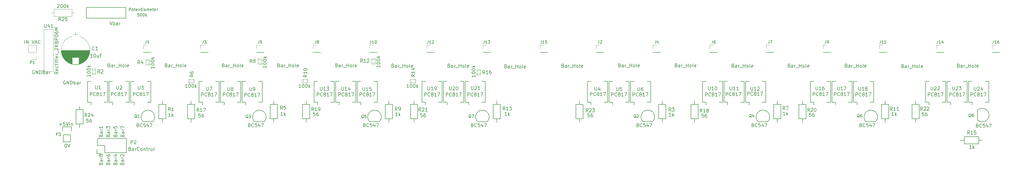
<source format=gbr>
G04 #@! TF.FileFunction,Legend,Top*
%FSLAX46Y46*%
G04 Gerber Fmt 4.6, Leading zero omitted, Abs format (unit mm)*
G04 Created by KiCad (PCBNEW 4.0.7) date 02/21/18 09:39:28*
%MOMM*%
%LPD*%
G01*
G04 APERTURE LIST*
%ADD10C,0.100000*%
%ADD11C,0.200000*%
%ADD12C,0.150000*%
%ADD13C,0.066040*%
%ADD14C,0.101600*%
%ADD15C,0.120000*%
G04 APERTURE END LIST*
D10*
D11*
X44942429Y-120177000D02*
X44828143Y-120119857D01*
X44656714Y-120119857D01*
X44485286Y-120177000D01*
X44371000Y-120291286D01*
X44313857Y-120405571D01*
X44256714Y-120634143D01*
X44256714Y-120805571D01*
X44313857Y-121034143D01*
X44371000Y-121148429D01*
X44485286Y-121262714D01*
X44656714Y-121319857D01*
X44771000Y-121319857D01*
X44942429Y-121262714D01*
X44999572Y-121205571D01*
X44999572Y-120805571D01*
X44771000Y-120805571D01*
X45513857Y-121319857D02*
X45513857Y-120119857D01*
X46199572Y-121319857D01*
X46199572Y-120119857D01*
X46771000Y-121319857D02*
X46771000Y-120119857D01*
X47056715Y-120119857D01*
X47228143Y-120177000D01*
X47342429Y-120291286D01*
X47399572Y-120405571D01*
X47456715Y-120634143D01*
X47456715Y-120805571D01*
X47399572Y-121034143D01*
X47342429Y-121148429D01*
X47228143Y-121262714D01*
X47056715Y-121319857D01*
X46771000Y-121319857D01*
X48371000Y-120691286D02*
X48542429Y-120748429D01*
X48599572Y-120805571D01*
X48656715Y-120919857D01*
X48656715Y-121091286D01*
X48599572Y-121205571D01*
X48542429Y-121262714D01*
X48428143Y-121319857D01*
X47971000Y-121319857D01*
X47971000Y-120119857D01*
X48371000Y-120119857D01*
X48485286Y-120177000D01*
X48542429Y-120234143D01*
X48599572Y-120348429D01*
X48599572Y-120462714D01*
X48542429Y-120577000D01*
X48485286Y-120634143D01*
X48371000Y-120691286D01*
X47971000Y-120691286D01*
X49685286Y-121319857D02*
X49685286Y-120691286D01*
X49628143Y-120577000D01*
X49513857Y-120519857D01*
X49285286Y-120519857D01*
X49171000Y-120577000D01*
X49685286Y-121262714D02*
X49571000Y-121319857D01*
X49285286Y-121319857D01*
X49171000Y-121262714D01*
X49113857Y-121148429D01*
X49113857Y-121034143D01*
X49171000Y-120919857D01*
X49285286Y-120862714D01*
X49571000Y-120862714D01*
X49685286Y-120805571D01*
X50256714Y-121319857D02*
X50256714Y-120519857D01*
X50256714Y-120748429D02*
X50313857Y-120634143D01*
X50371000Y-120577000D01*
X50485286Y-120519857D01*
X50599571Y-120519857D01*
X75987286Y-153038000D02*
X76044429Y-152866571D01*
X76101571Y-152809428D01*
X76215857Y-152752285D01*
X76387286Y-152752285D01*
X76501571Y-152809428D01*
X76558714Y-152866571D01*
X76615857Y-152980857D01*
X76615857Y-153438000D01*
X75415857Y-153438000D01*
X75415857Y-153038000D01*
X75473000Y-152923714D01*
X75530143Y-152866571D01*
X75644429Y-152809428D01*
X75758714Y-152809428D01*
X75873000Y-152866571D01*
X75930143Y-152923714D01*
X75987286Y-153038000D01*
X75987286Y-153438000D01*
X76615857Y-151723714D02*
X75987286Y-151723714D01*
X75873000Y-151780857D01*
X75815857Y-151895143D01*
X75815857Y-152123714D01*
X75873000Y-152238000D01*
X76558714Y-151723714D02*
X76615857Y-151838000D01*
X76615857Y-152123714D01*
X76558714Y-152238000D01*
X76444429Y-152295143D01*
X76330143Y-152295143D01*
X76215857Y-152238000D01*
X76158714Y-152123714D01*
X76158714Y-151838000D01*
X76101571Y-151723714D01*
X76615857Y-151152286D02*
X75815857Y-151152286D01*
X76044429Y-151152286D02*
X75930143Y-151095143D01*
X75873000Y-151038000D01*
X75815857Y-150923714D01*
X75815857Y-150809429D01*
X75530143Y-150466572D02*
X75473000Y-150409429D01*
X75415857Y-150295143D01*
X75415857Y-150009429D01*
X75473000Y-149895143D01*
X75530143Y-149838000D01*
X75644429Y-149780857D01*
X75758714Y-149780857D01*
X75930143Y-149838000D01*
X76615857Y-150523714D01*
X76615857Y-149780857D01*
X73574286Y-153038000D02*
X73631429Y-152866571D01*
X73688571Y-152809428D01*
X73802857Y-152752285D01*
X73974286Y-152752285D01*
X74088571Y-152809428D01*
X74145714Y-152866571D01*
X74202857Y-152980857D01*
X74202857Y-153438000D01*
X73002857Y-153438000D01*
X73002857Y-153038000D01*
X73060000Y-152923714D01*
X73117143Y-152866571D01*
X73231429Y-152809428D01*
X73345714Y-152809428D01*
X73460000Y-152866571D01*
X73517143Y-152923714D01*
X73574286Y-153038000D01*
X73574286Y-153438000D01*
X74202857Y-151723714D02*
X73574286Y-151723714D01*
X73460000Y-151780857D01*
X73402857Y-151895143D01*
X73402857Y-152123714D01*
X73460000Y-152238000D01*
X74145714Y-151723714D02*
X74202857Y-151838000D01*
X74202857Y-152123714D01*
X74145714Y-152238000D01*
X74031429Y-152295143D01*
X73917143Y-152295143D01*
X73802857Y-152238000D01*
X73745714Y-152123714D01*
X73745714Y-151838000D01*
X73688571Y-151723714D01*
X74202857Y-151152286D02*
X73402857Y-151152286D01*
X73631429Y-151152286D02*
X73517143Y-151095143D01*
X73460000Y-151038000D01*
X73402857Y-150923714D01*
X73402857Y-150809429D01*
X73402857Y-149895143D02*
X74202857Y-149895143D01*
X72945714Y-150180857D02*
X73802857Y-150466572D01*
X73802857Y-149723714D01*
X71034286Y-153038000D02*
X71091429Y-152866571D01*
X71148571Y-152809428D01*
X71262857Y-152752285D01*
X71434286Y-152752285D01*
X71548571Y-152809428D01*
X71605714Y-152866571D01*
X71662857Y-152980857D01*
X71662857Y-153438000D01*
X70462857Y-153438000D01*
X70462857Y-153038000D01*
X70520000Y-152923714D01*
X70577143Y-152866571D01*
X70691429Y-152809428D01*
X70805714Y-152809428D01*
X70920000Y-152866571D01*
X70977143Y-152923714D01*
X71034286Y-153038000D01*
X71034286Y-153438000D01*
X71662857Y-151723714D02*
X71034286Y-151723714D01*
X70920000Y-151780857D01*
X70862857Y-151895143D01*
X70862857Y-152123714D01*
X70920000Y-152238000D01*
X71605714Y-151723714D02*
X71662857Y-151838000D01*
X71662857Y-152123714D01*
X71605714Y-152238000D01*
X71491429Y-152295143D01*
X71377143Y-152295143D01*
X71262857Y-152238000D01*
X71205714Y-152123714D01*
X71205714Y-151838000D01*
X71148571Y-151723714D01*
X71662857Y-151152286D02*
X70862857Y-151152286D01*
X71091429Y-151152286D02*
X70977143Y-151095143D01*
X70920000Y-151038000D01*
X70862857Y-150923714D01*
X70862857Y-150809429D01*
X70462857Y-149895143D02*
X70462857Y-150123714D01*
X70520000Y-150238000D01*
X70577143Y-150295143D01*
X70748571Y-150409429D01*
X70977143Y-150466572D01*
X71434286Y-150466572D01*
X71548571Y-150409429D01*
X71605714Y-150352286D01*
X71662857Y-150238000D01*
X71662857Y-150009429D01*
X71605714Y-149895143D01*
X71548571Y-149838000D01*
X71434286Y-149780857D01*
X71148571Y-149780857D01*
X71034286Y-149838000D01*
X70977143Y-149895143D01*
X70920000Y-150009429D01*
X70920000Y-150238000D01*
X70977143Y-150352286D01*
X71034286Y-150409429D01*
X71148571Y-150466572D01*
X68494286Y-153038000D02*
X68551429Y-152866571D01*
X68608571Y-152809428D01*
X68722857Y-152752285D01*
X68894286Y-152752285D01*
X69008571Y-152809428D01*
X69065714Y-152866571D01*
X69122857Y-152980857D01*
X69122857Y-153438000D01*
X67922857Y-153438000D01*
X67922857Y-153038000D01*
X67980000Y-152923714D01*
X68037143Y-152866571D01*
X68151429Y-152809428D01*
X68265714Y-152809428D01*
X68380000Y-152866571D01*
X68437143Y-152923714D01*
X68494286Y-153038000D01*
X68494286Y-153438000D01*
X69122857Y-151723714D02*
X68494286Y-151723714D01*
X68380000Y-151780857D01*
X68322857Y-151895143D01*
X68322857Y-152123714D01*
X68380000Y-152238000D01*
X69065714Y-151723714D02*
X69122857Y-151838000D01*
X69122857Y-152123714D01*
X69065714Y-152238000D01*
X68951429Y-152295143D01*
X68837143Y-152295143D01*
X68722857Y-152238000D01*
X68665714Y-152123714D01*
X68665714Y-151838000D01*
X68608571Y-151723714D01*
X69122857Y-151152286D02*
X68322857Y-151152286D01*
X68551429Y-151152286D02*
X68437143Y-151095143D01*
X68380000Y-151038000D01*
X68322857Y-150923714D01*
X68322857Y-150809429D01*
X68437143Y-150238000D02*
X68380000Y-150352286D01*
X68322857Y-150409429D01*
X68208571Y-150466572D01*
X68151429Y-150466572D01*
X68037143Y-150409429D01*
X67980000Y-150352286D01*
X67922857Y-150238000D01*
X67922857Y-150009429D01*
X67980000Y-149895143D01*
X68037143Y-149838000D01*
X68151429Y-149780857D01*
X68208571Y-149780857D01*
X68322857Y-149838000D01*
X68380000Y-149895143D01*
X68437143Y-150009429D01*
X68437143Y-150238000D01*
X68494286Y-150352286D01*
X68551429Y-150409429D01*
X68665714Y-150466572D01*
X68894286Y-150466572D01*
X69008571Y-150409429D01*
X69065714Y-150352286D01*
X69122857Y-150238000D01*
X69122857Y-150009429D01*
X69065714Y-149895143D01*
X69008571Y-149838000D01*
X68894286Y-149780857D01*
X68665714Y-149780857D01*
X68551429Y-149838000D01*
X68494286Y-149895143D01*
X68437143Y-150009429D01*
X76114286Y-143132000D02*
X76171429Y-142960571D01*
X76228571Y-142903428D01*
X76342857Y-142846285D01*
X76514286Y-142846285D01*
X76628571Y-142903428D01*
X76685714Y-142960571D01*
X76742857Y-143074857D01*
X76742857Y-143532000D01*
X75542857Y-143532000D01*
X75542857Y-143132000D01*
X75600000Y-143017714D01*
X75657143Y-142960571D01*
X75771429Y-142903428D01*
X75885714Y-142903428D01*
X76000000Y-142960571D01*
X76057143Y-143017714D01*
X76114286Y-143132000D01*
X76114286Y-143532000D01*
X76742857Y-141817714D02*
X76114286Y-141817714D01*
X76000000Y-141874857D01*
X75942857Y-141989143D01*
X75942857Y-142217714D01*
X76000000Y-142332000D01*
X76685714Y-141817714D02*
X76742857Y-141932000D01*
X76742857Y-142217714D01*
X76685714Y-142332000D01*
X76571429Y-142389143D01*
X76457143Y-142389143D01*
X76342857Y-142332000D01*
X76285714Y-142217714D01*
X76285714Y-141932000D01*
X76228571Y-141817714D01*
X76742857Y-141246286D02*
X75942857Y-141246286D01*
X76171429Y-141246286D02*
X76057143Y-141189143D01*
X76000000Y-141132000D01*
X75942857Y-141017714D01*
X75942857Y-140903429D01*
X75542857Y-140617714D02*
X75542857Y-139817714D01*
X76742857Y-140332000D01*
X73574286Y-143132000D02*
X73631429Y-142960571D01*
X73688571Y-142903428D01*
X73802857Y-142846285D01*
X73974286Y-142846285D01*
X74088571Y-142903428D01*
X74145714Y-142960571D01*
X74202857Y-143074857D01*
X74202857Y-143532000D01*
X73002857Y-143532000D01*
X73002857Y-143132000D01*
X73060000Y-143017714D01*
X73117143Y-142960571D01*
X73231429Y-142903428D01*
X73345714Y-142903428D01*
X73460000Y-142960571D01*
X73517143Y-143017714D01*
X73574286Y-143132000D01*
X73574286Y-143532000D01*
X74202857Y-141817714D02*
X73574286Y-141817714D01*
X73460000Y-141874857D01*
X73402857Y-141989143D01*
X73402857Y-142217714D01*
X73460000Y-142332000D01*
X74145714Y-141817714D02*
X74202857Y-141932000D01*
X74202857Y-142217714D01*
X74145714Y-142332000D01*
X74031429Y-142389143D01*
X73917143Y-142389143D01*
X73802857Y-142332000D01*
X73745714Y-142217714D01*
X73745714Y-141932000D01*
X73688571Y-141817714D01*
X74202857Y-141246286D02*
X73402857Y-141246286D01*
X73631429Y-141246286D02*
X73517143Y-141189143D01*
X73460000Y-141132000D01*
X73402857Y-141017714D01*
X73402857Y-140903429D01*
X73002857Y-139932000D02*
X73002857Y-140503429D01*
X73574286Y-140560572D01*
X73517143Y-140503429D01*
X73460000Y-140389143D01*
X73460000Y-140103429D01*
X73517143Y-139989143D01*
X73574286Y-139932000D01*
X73688571Y-139874857D01*
X73974286Y-139874857D01*
X74088571Y-139932000D01*
X74145714Y-139989143D01*
X74202857Y-140103429D01*
X74202857Y-140389143D01*
X74145714Y-140503429D01*
X74088571Y-140560572D01*
X71034286Y-143132000D02*
X71091429Y-142960571D01*
X71148571Y-142903428D01*
X71262857Y-142846285D01*
X71434286Y-142846285D01*
X71548571Y-142903428D01*
X71605714Y-142960571D01*
X71662857Y-143074857D01*
X71662857Y-143532000D01*
X70462857Y-143532000D01*
X70462857Y-143132000D01*
X70520000Y-143017714D01*
X70577143Y-142960571D01*
X70691429Y-142903428D01*
X70805714Y-142903428D01*
X70920000Y-142960571D01*
X70977143Y-143017714D01*
X71034286Y-143132000D01*
X71034286Y-143532000D01*
X71662857Y-141817714D02*
X71034286Y-141817714D01*
X70920000Y-141874857D01*
X70862857Y-141989143D01*
X70862857Y-142217714D01*
X70920000Y-142332000D01*
X71605714Y-141817714D02*
X71662857Y-141932000D01*
X71662857Y-142217714D01*
X71605714Y-142332000D01*
X71491429Y-142389143D01*
X71377143Y-142389143D01*
X71262857Y-142332000D01*
X71205714Y-142217714D01*
X71205714Y-141932000D01*
X71148571Y-141817714D01*
X71662857Y-141246286D02*
X70862857Y-141246286D01*
X71091429Y-141246286D02*
X70977143Y-141189143D01*
X70920000Y-141132000D01*
X70862857Y-141017714D01*
X70862857Y-140903429D01*
X70462857Y-140617714D02*
X70462857Y-139874857D01*
X70920000Y-140274857D01*
X70920000Y-140103429D01*
X70977143Y-139989143D01*
X71034286Y-139932000D01*
X71148571Y-139874857D01*
X71434286Y-139874857D01*
X71548571Y-139932000D01*
X71605714Y-139989143D01*
X71662857Y-140103429D01*
X71662857Y-140446286D01*
X71605714Y-140560572D01*
X71548571Y-140617714D01*
X68494286Y-143132000D02*
X68551429Y-142960571D01*
X68608571Y-142903428D01*
X68722857Y-142846285D01*
X68894286Y-142846285D01*
X69008571Y-142903428D01*
X69065714Y-142960571D01*
X69122857Y-143074857D01*
X69122857Y-143532000D01*
X67922857Y-143532000D01*
X67922857Y-143132000D01*
X67980000Y-143017714D01*
X68037143Y-142960571D01*
X68151429Y-142903428D01*
X68265714Y-142903428D01*
X68380000Y-142960571D01*
X68437143Y-143017714D01*
X68494286Y-143132000D01*
X68494286Y-143532000D01*
X69122857Y-141817714D02*
X68494286Y-141817714D01*
X68380000Y-141874857D01*
X68322857Y-141989143D01*
X68322857Y-142217714D01*
X68380000Y-142332000D01*
X69065714Y-141817714D02*
X69122857Y-141932000D01*
X69122857Y-142217714D01*
X69065714Y-142332000D01*
X68951429Y-142389143D01*
X68837143Y-142389143D01*
X68722857Y-142332000D01*
X68665714Y-142217714D01*
X68665714Y-141932000D01*
X68608571Y-141817714D01*
X69122857Y-141246286D02*
X68322857Y-141246286D01*
X68551429Y-141246286D02*
X68437143Y-141189143D01*
X68380000Y-141132000D01*
X68322857Y-141017714D01*
X68322857Y-140903429D01*
X69122857Y-139874857D02*
X69122857Y-140560572D01*
X69122857Y-140217714D02*
X67922857Y-140217714D01*
X68094286Y-140332000D01*
X68208571Y-140446286D01*
X68265714Y-140560572D01*
X71632858Y-102847857D02*
X72032858Y-104047857D01*
X72432858Y-102847857D01*
X72832857Y-104047857D02*
X72832857Y-102847857D01*
X72832857Y-103305000D02*
X72947143Y-103247857D01*
X73175714Y-103247857D01*
X73290000Y-103305000D01*
X73347143Y-103362143D01*
X73404286Y-103476429D01*
X73404286Y-103819286D01*
X73347143Y-103933571D01*
X73290000Y-103990714D01*
X73175714Y-104047857D01*
X72947143Y-104047857D01*
X72832857Y-103990714D01*
X74432857Y-104047857D02*
X74432857Y-103419286D01*
X74375714Y-103305000D01*
X74261428Y-103247857D01*
X74032857Y-103247857D01*
X73918571Y-103305000D01*
X74432857Y-103990714D02*
X74318571Y-104047857D01*
X74032857Y-104047857D01*
X73918571Y-103990714D01*
X73861428Y-103876429D01*
X73861428Y-103762143D01*
X73918571Y-103647857D01*
X74032857Y-103590714D01*
X74318571Y-103590714D01*
X74432857Y-103533571D01*
X75004285Y-104047857D02*
X75004285Y-103247857D01*
X75004285Y-103476429D02*
X75061428Y-103362143D01*
X75118571Y-103305000D01*
X75232857Y-103247857D01*
X75347142Y-103247857D01*
X55878572Y-123860000D02*
X55764286Y-123802857D01*
X55592857Y-123802857D01*
X55421429Y-123860000D01*
X55307143Y-123974286D01*
X55250000Y-124088571D01*
X55192857Y-124317143D01*
X55192857Y-124488571D01*
X55250000Y-124717143D01*
X55307143Y-124831429D01*
X55421429Y-124945714D01*
X55592857Y-125002857D01*
X55707143Y-125002857D01*
X55878572Y-124945714D01*
X55935715Y-124888571D01*
X55935715Y-124488571D01*
X55707143Y-124488571D01*
X56450000Y-125002857D02*
X56450000Y-123802857D01*
X57135715Y-125002857D01*
X57135715Y-123802857D01*
X57707143Y-125002857D02*
X57707143Y-123802857D01*
X57992858Y-123802857D01*
X58164286Y-123860000D01*
X58278572Y-123974286D01*
X58335715Y-124088571D01*
X58392858Y-124317143D01*
X58392858Y-124488571D01*
X58335715Y-124717143D01*
X58278572Y-124831429D01*
X58164286Y-124945714D01*
X57992858Y-125002857D01*
X57707143Y-125002857D01*
X58907143Y-125002857D02*
X58907143Y-123802857D01*
X58907143Y-124260000D02*
X59021429Y-124202857D01*
X59250000Y-124202857D01*
X59364286Y-124260000D01*
X59421429Y-124317143D01*
X59478572Y-124431429D01*
X59478572Y-124774286D01*
X59421429Y-124888571D01*
X59364286Y-124945714D01*
X59250000Y-125002857D01*
X59021429Y-125002857D01*
X58907143Y-124945714D01*
X60507143Y-125002857D02*
X60507143Y-124374286D01*
X60450000Y-124260000D01*
X60335714Y-124202857D01*
X60107143Y-124202857D01*
X59992857Y-124260000D01*
X60507143Y-124945714D02*
X60392857Y-125002857D01*
X60107143Y-125002857D01*
X59992857Y-124945714D01*
X59935714Y-124831429D01*
X59935714Y-124717143D01*
X59992857Y-124602857D01*
X60107143Y-124545714D01*
X60392857Y-124545714D01*
X60507143Y-124488571D01*
X61078571Y-125002857D02*
X61078571Y-124202857D01*
X61078571Y-124431429D02*
X61135714Y-124317143D01*
X61192857Y-124260000D01*
X61307143Y-124202857D01*
X61421428Y-124202857D01*
X78718287Y-147869286D02*
X78889716Y-147926429D01*
X78946859Y-147983571D01*
X79004002Y-148097857D01*
X79004002Y-148269286D01*
X78946859Y-148383571D01*
X78889716Y-148440714D01*
X78775430Y-148497857D01*
X78318287Y-148497857D01*
X78318287Y-147297857D01*
X78718287Y-147297857D01*
X78832573Y-147355000D01*
X78889716Y-147412143D01*
X78946859Y-147526429D01*
X78946859Y-147640714D01*
X78889716Y-147755000D01*
X78832573Y-147812143D01*
X78718287Y-147869286D01*
X78318287Y-147869286D01*
X80032573Y-148497857D02*
X80032573Y-147869286D01*
X79975430Y-147755000D01*
X79861144Y-147697857D01*
X79632573Y-147697857D01*
X79518287Y-147755000D01*
X80032573Y-148440714D02*
X79918287Y-148497857D01*
X79632573Y-148497857D01*
X79518287Y-148440714D01*
X79461144Y-148326429D01*
X79461144Y-148212143D01*
X79518287Y-148097857D01*
X79632573Y-148040714D01*
X79918287Y-148040714D01*
X80032573Y-147983571D01*
X80604001Y-148497857D02*
X80604001Y-147697857D01*
X80604001Y-147926429D02*
X80661144Y-147812143D01*
X80718287Y-147755000D01*
X80832573Y-147697857D01*
X80946858Y-147697857D01*
X82032573Y-148383571D02*
X81975430Y-148440714D01*
X81804001Y-148497857D01*
X81689715Y-148497857D01*
X81518287Y-148440714D01*
X81404001Y-148326429D01*
X81346858Y-148212143D01*
X81289715Y-147983571D01*
X81289715Y-147812143D01*
X81346858Y-147583571D01*
X81404001Y-147469286D01*
X81518287Y-147355000D01*
X81689715Y-147297857D01*
X81804001Y-147297857D01*
X81975430Y-147355000D01*
X82032573Y-147412143D01*
X82718287Y-148497857D02*
X82604001Y-148440714D01*
X82546858Y-148383571D01*
X82489715Y-148269286D01*
X82489715Y-147926429D01*
X82546858Y-147812143D01*
X82604001Y-147755000D01*
X82718287Y-147697857D01*
X82889715Y-147697857D01*
X83004001Y-147755000D01*
X83061144Y-147812143D01*
X83118287Y-147926429D01*
X83118287Y-148269286D01*
X83061144Y-148383571D01*
X83004001Y-148440714D01*
X82889715Y-148497857D01*
X82718287Y-148497857D01*
X83632572Y-147697857D02*
X83632572Y-148497857D01*
X83632572Y-147812143D02*
X83689715Y-147755000D01*
X83804001Y-147697857D01*
X83975429Y-147697857D01*
X84089715Y-147755000D01*
X84146858Y-147869286D01*
X84146858Y-148497857D01*
X84546858Y-147697857D02*
X85004001Y-147697857D01*
X84718286Y-147297857D02*
X84718286Y-148326429D01*
X84775429Y-148440714D01*
X84889715Y-148497857D01*
X85004001Y-148497857D01*
X85404000Y-148497857D02*
X85404000Y-147697857D01*
X85404000Y-147926429D02*
X85461143Y-147812143D01*
X85518286Y-147755000D01*
X85632572Y-147697857D01*
X85746857Y-147697857D01*
X86318286Y-148497857D02*
X86204000Y-148440714D01*
X86146857Y-148383571D01*
X86089714Y-148269286D01*
X86089714Y-147926429D01*
X86146857Y-147812143D01*
X86204000Y-147755000D01*
X86318286Y-147697857D01*
X86489714Y-147697857D01*
X86604000Y-147755000D01*
X86661143Y-147812143D01*
X86718286Y-147926429D01*
X86718286Y-148269286D01*
X86661143Y-148383571D01*
X86604000Y-148440714D01*
X86489714Y-148497857D01*
X86318286Y-148497857D01*
X87404000Y-148497857D02*
X87289714Y-148440714D01*
X87232571Y-148326429D01*
X87232571Y-147297857D01*
X56027572Y-146091357D02*
X56141857Y-146091357D01*
X56256143Y-146148500D01*
X56313286Y-146205643D01*
X56370429Y-146319929D01*
X56427572Y-146548500D01*
X56427572Y-146834214D01*
X56370429Y-147062786D01*
X56313286Y-147177071D01*
X56256143Y-147234214D01*
X56141857Y-147291357D01*
X56027572Y-147291357D01*
X55913286Y-147234214D01*
X55856143Y-147177071D01*
X55799000Y-147062786D01*
X55741857Y-146834214D01*
X55741857Y-146548500D01*
X55799000Y-146319929D01*
X55856143Y-146205643D01*
X55913286Y-146148500D01*
X56027572Y-146091357D01*
X56770429Y-146091357D02*
X57170429Y-147291357D01*
X57570429Y-146091357D01*
X53783072Y-139150714D02*
X54697358Y-139150714D01*
X54240215Y-139607857D02*
X54240215Y-138693571D01*
X55840215Y-138407857D02*
X55268786Y-138407857D01*
X55211643Y-138979286D01*
X55268786Y-138922143D01*
X55383072Y-138865000D01*
X55668786Y-138865000D01*
X55783072Y-138922143D01*
X55840215Y-138979286D01*
X55897358Y-139093571D01*
X55897358Y-139379286D01*
X55840215Y-139493571D01*
X55783072Y-139550714D01*
X55668786Y-139607857D01*
X55383072Y-139607857D01*
X55268786Y-139550714D01*
X55211643Y-139493571D01*
X56240215Y-138407857D02*
X56640215Y-139607857D01*
X57040215Y-138407857D01*
X57440214Y-139607857D02*
X57440214Y-138407857D01*
X58011643Y-138807857D02*
X58011643Y-139607857D01*
X58011643Y-138922143D02*
X58068786Y-138865000D01*
X58183072Y-138807857D01*
X58354500Y-138807857D01*
X58468786Y-138865000D01*
X58525929Y-138979286D01*
X58525929Y-139607857D01*
D12*
X326635000Y-131310000D02*
X327905000Y-131310000D01*
X326635000Y-123960000D02*
X327905000Y-123960000D01*
X333765000Y-123960000D02*
X332495000Y-123960000D01*
X333765000Y-131310000D02*
X332495000Y-131310000D01*
X326635000Y-131310000D02*
X326635000Y-123960000D01*
X333765000Y-131310000D02*
X333765000Y-123960000D01*
X327905000Y-131310000D02*
X327905000Y-132245000D01*
X378030000Y-134190000D02*
X378030000Y-137590000D01*
X378032944Y-134192944D02*
G75*
G02X382130000Y-135890000I1697056J-1697056D01*
G01*
X378032944Y-137587056D02*
G75*
G03X382130000Y-135890000I1697056J1697056D01*
G01*
X69850000Y-149225000D02*
X77470000Y-149225000D01*
X77470000Y-149225000D02*
X77470000Y-144145000D01*
X77470000Y-144145000D02*
X67310000Y-144145000D01*
X67310000Y-144145000D02*
X67310000Y-146685000D01*
X67030000Y-147955000D02*
X67030000Y-149505000D01*
X67310000Y-146685000D02*
X69850000Y-146685000D01*
X69850000Y-146685000D02*
X69850000Y-149225000D01*
X67030000Y-149505000D02*
X68580000Y-149505000D01*
X57785000Y-142875000D02*
X57785000Y-145415000D01*
X58065000Y-140055000D02*
X58065000Y-141605000D01*
X57785000Y-142875000D02*
X55245000Y-142875000D01*
X54965000Y-141605000D02*
X54965000Y-140055000D01*
X54965000Y-140055000D02*
X58065000Y-140055000D01*
X55245000Y-142875000D02*
X55245000Y-145415000D01*
X55245000Y-145415000D02*
X57785000Y-145415000D01*
X83390000Y-138225000D02*
X86790000Y-138225000D01*
X83392944Y-138222056D02*
G75*
G02X85090000Y-134125000I1697056J1697056D01*
G01*
X86787056Y-138222056D02*
G75*
G03X85090000Y-134125000I-1697056J1697056D01*
G01*
X259920000Y-138225000D02*
X263320000Y-138225000D01*
X259922944Y-138222056D02*
G75*
G02X261620000Y-134125000I1697056J1697056D01*
G01*
X263317056Y-138222056D02*
G75*
G03X261620000Y-134125000I-1697056J1697056D01*
G01*
X122760000Y-138225000D02*
X126160000Y-138225000D01*
X122762944Y-138222056D02*
G75*
G02X124460000Y-134125000I1697056J1697056D01*
G01*
X126157056Y-138222056D02*
G75*
G03X124460000Y-134125000I-1697056J1697056D01*
G01*
X300560000Y-138225000D02*
X303960000Y-138225000D01*
X300562944Y-138222056D02*
G75*
G02X302260000Y-134125000I1697056J1697056D01*
G01*
X303957056Y-138222056D02*
G75*
G03X302260000Y-134125000I-1697056J1697056D01*
G01*
X163400000Y-138225000D02*
X166800000Y-138225000D01*
X163402944Y-138222056D02*
G75*
G02X165100000Y-134125000I1697056J1697056D01*
G01*
X166797056Y-138222056D02*
G75*
G03X165100000Y-134125000I-1697056J1697056D01*
G01*
X338660000Y-138225000D02*
X342060000Y-138225000D01*
X338662944Y-138222056D02*
G75*
G02X340360000Y-134125000I1697056J1697056D01*
G01*
X342057056Y-138222056D02*
G75*
G03X340360000Y-134125000I-1697056J1697056D01*
G01*
X201500000Y-138225000D02*
X204900000Y-138225000D01*
X201502944Y-138222056D02*
G75*
G02X203200000Y-134125000I1697056J1697056D01*
G01*
X204897056Y-138222056D02*
G75*
G03X203200000Y-134125000I-1697056J1697056D01*
G01*
X101600000Y-132080000D02*
X101600000Y-137160000D01*
X101600000Y-137160000D02*
X99060000Y-137160000D01*
X99060000Y-137160000D02*
X99060000Y-132080000D01*
X99060000Y-132080000D02*
X101600000Y-132080000D01*
X100330000Y-132080000D02*
X100330000Y-130810000D01*
X100330000Y-137160000D02*
X100330000Y-138430000D01*
X279400000Y-132080000D02*
X279400000Y-137160000D01*
X279400000Y-137160000D02*
X276860000Y-137160000D01*
X276860000Y-137160000D02*
X276860000Y-132080000D01*
X276860000Y-132080000D02*
X279400000Y-132080000D01*
X278130000Y-132080000D02*
X278130000Y-130810000D01*
X278130000Y-137160000D02*
X278130000Y-138430000D01*
X142240000Y-132080000D02*
X142240000Y-137160000D01*
X142240000Y-137160000D02*
X139700000Y-137160000D01*
X139700000Y-137160000D02*
X139700000Y-132080000D01*
X139700000Y-132080000D02*
X142240000Y-132080000D01*
X140970000Y-132080000D02*
X140970000Y-130810000D01*
X140970000Y-137160000D02*
X140970000Y-138430000D01*
X317500000Y-132080000D02*
X317500000Y-137160000D01*
X317500000Y-137160000D02*
X314960000Y-137160000D01*
X314960000Y-137160000D02*
X314960000Y-132080000D01*
X314960000Y-132080000D02*
X317500000Y-132080000D01*
X316230000Y-132080000D02*
X316230000Y-130810000D01*
X316230000Y-137160000D02*
X316230000Y-138430000D01*
X180340000Y-132080000D02*
X180340000Y-137160000D01*
X180340000Y-137160000D02*
X177800000Y-137160000D01*
X177800000Y-137160000D02*
X177800000Y-132080000D01*
X177800000Y-132080000D02*
X180340000Y-132080000D01*
X179070000Y-132080000D02*
X179070000Y-130810000D01*
X179070000Y-137160000D02*
X179070000Y-138430000D01*
X357505000Y-132080000D02*
X357505000Y-137160000D01*
X357505000Y-137160000D02*
X354965000Y-137160000D01*
X354965000Y-137160000D02*
X354965000Y-132080000D01*
X354965000Y-132080000D02*
X357505000Y-132080000D01*
X356235000Y-132080000D02*
X356235000Y-130810000D01*
X356235000Y-137160000D02*
X356235000Y-138430000D01*
X238760000Y-132080000D02*
X238760000Y-137160000D01*
X238760000Y-137160000D02*
X236220000Y-137160000D01*
X236220000Y-137160000D02*
X236220000Y-132080000D01*
X236220000Y-132080000D02*
X238760000Y-132080000D01*
X237490000Y-132080000D02*
X237490000Y-130810000D01*
X237490000Y-137160000D02*
X237490000Y-138430000D01*
X62230000Y-133985000D02*
X62230000Y-139065000D01*
X62230000Y-139065000D02*
X59690000Y-139065000D01*
X59690000Y-139065000D02*
X59690000Y-133985000D01*
X59690000Y-133985000D02*
X62230000Y-133985000D01*
X60960000Y-133985000D02*
X60960000Y-132715000D01*
X60960000Y-139065000D02*
X60960000Y-140335000D01*
X63745000Y-131310000D02*
X65015000Y-131310000D01*
X63745000Y-123960000D02*
X65015000Y-123960000D01*
X70875000Y-123960000D02*
X69605000Y-123960000D01*
X70875000Y-131310000D02*
X69605000Y-131310000D01*
X63745000Y-131310000D02*
X63745000Y-123960000D01*
X70875000Y-131310000D02*
X70875000Y-123960000D01*
X65015000Y-131310000D02*
X65015000Y-132245000D01*
X71365000Y-131310000D02*
X72635000Y-131310000D01*
X71365000Y-123960000D02*
X72635000Y-123960000D01*
X78495000Y-123960000D02*
X77225000Y-123960000D01*
X78495000Y-131310000D02*
X77225000Y-131310000D01*
X71365000Y-131310000D02*
X71365000Y-123960000D01*
X78495000Y-131310000D02*
X78495000Y-123960000D01*
X72635000Y-131310000D02*
X72635000Y-132245000D01*
X78985000Y-131310000D02*
X80255000Y-131310000D01*
X78985000Y-123960000D02*
X80255000Y-123960000D01*
X86115000Y-123960000D02*
X84845000Y-123960000D01*
X86115000Y-131310000D02*
X84845000Y-131310000D01*
X78985000Y-131310000D02*
X78985000Y-123960000D01*
X86115000Y-131310000D02*
X86115000Y-123960000D01*
X80255000Y-131310000D02*
X80255000Y-132245000D01*
X240275000Y-131310000D02*
X241545000Y-131310000D01*
X240275000Y-123960000D02*
X241545000Y-123960000D01*
X247405000Y-123960000D02*
X246135000Y-123960000D01*
X247405000Y-131310000D02*
X246135000Y-131310000D01*
X240275000Y-131310000D02*
X240275000Y-123960000D01*
X247405000Y-131310000D02*
X247405000Y-123960000D01*
X241545000Y-131310000D02*
X241545000Y-132245000D01*
X247895000Y-131310000D02*
X249165000Y-131310000D01*
X247895000Y-123960000D02*
X249165000Y-123960000D01*
X255025000Y-123960000D02*
X253755000Y-123960000D01*
X255025000Y-131310000D02*
X253755000Y-131310000D01*
X247895000Y-131310000D02*
X247895000Y-123960000D01*
X255025000Y-131310000D02*
X255025000Y-123960000D01*
X249165000Y-131310000D02*
X249165000Y-132245000D01*
X255515000Y-131310000D02*
X256785000Y-131310000D01*
X255515000Y-123960000D02*
X256785000Y-123960000D01*
X262645000Y-123960000D02*
X261375000Y-123960000D01*
X262645000Y-131310000D02*
X261375000Y-131310000D01*
X255515000Y-131310000D02*
X255515000Y-123960000D01*
X262645000Y-131310000D02*
X262645000Y-123960000D01*
X256785000Y-131310000D02*
X256785000Y-132245000D01*
X103115000Y-131310000D02*
X104385000Y-131310000D01*
X103115000Y-123960000D02*
X104385000Y-123960000D01*
X110245000Y-123960000D02*
X108975000Y-123960000D01*
X110245000Y-131310000D02*
X108975000Y-131310000D01*
X103115000Y-131310000D02*
X103115000Y-123960000D01*
X110245000Y-131310000D02*
X110245000Y-123960000D01*
X104385000Y-131310000D02*
X104385000Y-132245000D01*
X110735000Y-131310000D02*
X112005000Y-131310000D01*
X110735000Y-123960000D02*
X112005000Y-123960000D01*
X117865000Y-123960000D02*
X116595000Y-123960000D01*
X117865000Y-131310000D02*
X116595000Y-131310000D01*
X110735000Y-131310000D02*
X110735000Y-123960000D01*
X117865000Y-131310000D02*
X117865000Y-123960000D01*
X112005000Y-131310000D02*
X112005000Y-132245000D01*
X118355000Y-131310000D02*
X119625000Y-131310000D01*
X118355000Y-123960000D02*
X119625000Y-123960000D01*
X125485000Y-123960000D02*
X124215000Y-123960000D01*
X125485000Y-131310000D02*
X124215000Y-131310000D01*
X118355000Y-131310000D02*
X118355000Y-123960000D01*
X125485000Y-131310000D02*
X125485000Y-123960000D01*
X119625000Y-131310000D02*
X119625000Y-132245000D01*
X280915000Y-131310000D02*
X282185000Y-131310000D01*
X280915000Y-123960000D02*
X282185000Y-123960000D01*
X288045000Y-123960000D02*
X286775000Y-123960000D01*
X288045000Y-131310000D02*
X286775000Y-131310000D01*
X280915000Y-131310000D02*
X280915000Y-123960000D01*
X288045000Y-131310000D02*
X288045000Y-123960000D01*
X282185000Y-131310000D02*
X282185000Y-132245000D01*
X288535000Y-131310000D02*
X289805000Y-131310000D01*
X288535000Y-123960000D02*
X289805000Y-123960000D01*
X295665000Y-123960000D02*
X294395000Y-123960000D01*
X295665000Y-131310000D02*
X294395000Y-131310000D01*
X288535000Y-131310000D02*
X288535000Y-123960000D01*
X295665000Y-131310000D02*
X295665000Y-123960000D01*
X289805000Y-131310000D02*
X289805000Y-132245000D01*
X296155000Y-131310000D02*
X297425000Y-131310000D01*
X296155000Y-123960000D02*
X297425000Y-123960000D01*
X303285000Y-123960000D02*
X302015000Y-123960000D01*
X303285000Y-131310000D02*
X302015000Y-131310000D01*
X296155000Y-131310000D02*
X296155000Y-123960000D01*
X303285000Y-131310000D02*
X303285000Y-123960000D01*
X297425000Y-131310000D02*
X297425000Y-132245000D01*
X143755000Y-131310000D02*
X145025000Y-131310000D01*
X143755000Y-123960000D02*
X145025000Y-123960000D01*
X150885000Y-123960000D02*
X149615000Y-123960000D01*
X150885000Y-131310000D02*
X149615000Y-131310000D01*
X143755000Y-131310000D02*
X143755000Y-123960000D01*
X150885000Y-131310000D02*
X150885000Y-123960000D01*
X145025000Y-131310000D02*
X145025000Y-132245000D01*
X151375000Y-131310000D02*
X152645000Y-131310000D01*
X151375000Y-123960000D02*
X152645000Y-123960000D01*
X158505000Y-123960000D02*
X157235000Y-123960000D01*
X158505000Y-131310000D02*
X157235000Y-131310000D01*
X151375000Y-131310000D02*
X151375000Y-123960000D01*
X158505000Y-131310000D02*
X158505000Y-123960000D01*
X152645000Y-131310000D02*
X152645000Y-132245000D01*
X158995000Y-131310000D02*
X160265000Y-131310000D01*
X158995000Y-123960000D02*
X160265000Y-123960000D01*
X166125000Y-123960000D02*
X164855000Y-123960000D01*
X166125000Y-131310000D02*
X164855000Y-131310000D01*
X158995000Y-131310000D02*
X158995000Y-123960000D01*
X166125000Y-131310000D02*
X166125000Y-123960000D01*
X160265000Y-131310000D02*
X160265000Y-132245000D01*
X319015000Y-131310000D02*
X320285000Y-131310000D01*
X319015000Y-123960000D02*
X320285000Y-123960000D01*
X326145000Y-123960000D02*
X324875000Y-123960000D01*
X326145000Y-131310000D02*
X324875000Y-131310000D01*
X319015000Y-131310000D02*
X319015000Y-123960000D01*
X326145000Y-131310000D02*
X326145000Y-123960000D01*
X320285000Y-131310000D02*
X320285000Y-132245000D01*
X334255000Y-131310000D02*
X335525000Y-131310000D01*
X334255000Y-123960000D02*
X335525000Y-123960000D01*
X341385000Y-123960000D02*
X340115000Y-123960000D01*
X341385000Y-131310000D02*
X340115000Y-131310000D01*
X334255000Y-131310000D02*
X334255000Y-123960000D01*
X341385000Y-131310000D02*
X341385000Y-123960000D01*
X335525000Y-131310000D02*
X335525000Y-132245000D01*
X181855000Y-131310000D02*
X183125000Y-131310000D01*
X181855000Y-123960000D02*
X183125000Y-123960000D01*
X188985000Y-123960000D02*
X187715000Y-123960000D01*
X188985000Y-131310000D02*
X187715000Y-131310000D01*
X181855000Y-131310000D02*
X181855000Y-123960000D01*
X188985000Y-131310000D02*
X188985000Y-123960000D01*
X183125000Y-131310000D02*
X183125000Y-132245000D01*
X189475000Y-131310000D02*
X190745000Y-131310000D01*
X189475000Y-123960000D02*
X190745000Y-123960000D01*
X196605000Y-123960000D02*
X195335000Y-123960000D01*
X196605000Y-131310000D02*
X195335000Y-131310000D01*
X189475000Y-131310000D02*
X189475000Y-123960000D01*
X196605000Y-131310000D02*
X196605000Y-123960000D01*
X190745000Y-131310000D02*
X190745000Y-132245000D01*
X197095000Y-131310000D02*
X198365000Y-131310000D01*
X197095000Y-123960000D02*
X198365000Y-123960000D01*
X204225000Y-123960000D02*
X202955000Y-123960000D01*
X204225000Y-131310000D02*
X202955000Y-131310000D01*
X197095000Y-131310000D02*
X197095000Y-123960000D01*
X204225000Y-131310000D02*
X204225000Y-123960000D01*
X198365000Y-131310000D02*
X198365000Y-132245000D01*
X359655000Y-131310000D02*
X360925000Y-131310000D01*
X359655000Y-123960000D02*
X360925000Y-123960000D01*
X366785000Y-123960000D02*
X365515000Y-123960000D01*
X366785000Y-131310000D02*
X365515000Y-131310000D01*
X359655000Y-131310000D02*
X359655000Y-123960000D01*
X366785000Y-131310000D02*
X366785000Y-123960000D01*
X360925000Y-131310000D02*
X360925000Y-132245000D01*
X367275000Y-131310000D02*
X368545000Y-131310000D01*
X367275000Y-123960000D02*
X368545000Y-123960000D01*
X374405000Y-123960000D02*
X373135000Y-123960000D01*
X374405000Y-131310000D02*
X373135000Y-131310000D01*
X367275000Y-131310000D02*
X367275000Y-123960000D01*
X374405000Y-131310000D02*
X374405000Y-123960000D01*
X368545000Y-131310000D02*
X368545000Y-132245000D01*
X374895000Y-131310000D02*
X376165000Y-131310000D01*
X374895000Y-123960000D02*
X376165000Y-123960000D01*
X382025000Y-123960000D02*
X380755000Y-123960000D01*
X382025000Y-131310000D02*
X380755000Y-131310000D01*
X374895000Y-131310000D02*
X374895000Y-123960000D01*
X382025000Y-131310000D02*
X382025000Y-123960000D01*
X376165000Y-131310000D02*
X376165000Y-132245000D01*
X91440000Y-132080000D02*
X91440000Y-137160000D01*
X91440000Y-137160000D02*
X88900000Y-137160000D01*
X88900000Y-137160000D02*
X88900000Y-132080000D01*
X88900000Y-132080000D02*
X91440000Y-132080000D01*
X90170000Y-132080000D02*
X90170000Y-130810000D01*
X90170000Y-137160000D02*
X90170000Y-138430000D01*
X267970000Y-132080000D02*
X267970000Y-137160000D01*
X267970000Y-137160000D02*
X265430000Y-137160000D01*
X265430000Y-137160000D02*
X265430000Y-132080000D01*
X265430000Y-132080000D02*
X267970000Y-132080000D01*
X266700000Y-132080000D02*
X266700000Y-130810000D01*
X266700000Y-137160000D02*
X266700000Y-138430000D01*
X130810000Y-132080000D02*
X130810000Y-137160000D01*
X130810000Y-137160000D02*
X128270000Y-137160000D01*
X128270000Y-137160000D02*
X128270000Y-132080000D01*
X128270000Y-132080000D02*
X130810000Y-132080000D01*
X129540000Y-132080000D02*
X129540000Y-130810000D01*
X129540000Y-137160000D02*
X129540000Y-138430000D01*
X308610000Y-132080000D02*
X308610000Y-137160000D01*
X308610000Y-137160000D02*
X306070000Y-137160000D01*
X306070000Y-137160000D02*
X306070000Y-132080000D01*
X306070000Y-132080000D02*
X308610000Y-132080000D01*
X307340000Y-132080000D02*
X307340000Y-130810000D01*
X307340000Y-137160000D02*
X307340000Y-138430000D01*
X171450000Y-132080000D02*
X171450000Y-137160000D01*
X171450000Y-137160000D02*
X168910000Y-137160000D01*
X168910000Y-137160000D02*
X168910000Y-132080000D01*
X168910000Y-132080000D02*
X171450000Y-132080000D01*
X170180000Y-132080000D02*
X170180000Y-130810000D01*
X170180000Y-137160000D02*
X170180000Y-138430000D01*
X346710000Y-132080000D02*
X346710000Y-137160000D01*
X346710000Y-137160000D02*
X344170000Y-137160000D01*
X344170000Y-137160000D02*
X344170000Y-132080000D01*
X344170000Y-132080000D02*
X346710000Y-132080000D01*
X345440000Y-132080000D02*
X345440000Y-130810000D01*
X345440000Y-137160000D02*
X345440000Y-138430000D01*
X209550000Y-132080000D02*
X209550000Y-137160000D01*
X209550000Y-137160000D02*
X207010000Y-137160000D01*
X207010000Y-137160000D02*
X207010000Y-132080000D01*
X207010000Y-132080000D02*
X209550000Y-132080000D01*
X208280000Y-132080000D02*
X208280000Y-130810000D01*
X208280000Y-137160000D02*
X208280000Y-138430000D01*
X378460000Y-146050000D02*
X373380000Y-146050000D01*
X373380000Y-146050000D02*
X373380000Y-143510000D01*
X373380000Y-143510000D02*
X378460000Y-143510000D01*
X378460000Y-143510000D02*
X378460000Y-146050000D01*
X378460000Y-144780000D02*
X379730000Y-144780000D01*
X373380000Y-144780000D02*
X372110000Y-144780000D01*
D13*
X65405000Y-119507000D02*
X65405000Y-119913400D01*
X65405000Y-119913400D02*
X66675000Y-119913400D01*
X66675000Y-119507000D02*
X66675000Y-119913400D01*
X65405000Y-119507000D02*
X66675000Y-119507000D01*
X65405000Y-121132600D02*
X65405000Y-121539000D01*
X65405000Y-121539000D02*
X66675000Y-121539000D01*
X66675000Y-121132600D02*
X66675000Y-121539000D01*
X65405000Y-121132600D02*
X66675000Y-121132600D01*
D14*
X66675000Y-119557800D02*
X66675000Y-121488200D01*
X65405000Y-121488200D02*
X65405000Y-119557800D01*
D13*
X85598000Y-118237000D02*
X85598000Y-117830600D01*
X85598000Y-117830600D02*
X84328000Y-117830600D01*
X84328000Y-118237000D02*
X84328000Y-117830600D01*
X85598000Y-118237000D02*
X84328000Y-118237000D01*
X85598000Y-116611400D02*
X85598000Y-116205000D01*
X85598000Y-116205000D02*
X84328000Y-116205000D01*
X84328000Y-116611400D02*
X84328000Y-116205000D01*
X85598000Y-116611400D02*
X84328000Y-116611400D01*
D14*
X84328000Y-118186200D02*
X84328000Y-116255800D01*
X85598000Y-116255800D02*
X85598000Y-118186200D01*
D13*
X99441000Y-124460000D02*
X99847400Y-124460000D01*
X99847400Y-124460000D02*
X99847400Y-123190000D01*
X99441000Y-123190000D02*
X99847400Y-123190000D01*
X99441000Y-124460000D02*
X99441000Y-123190000D01*
X101066600Y-124460000D02*
X101473000Y-124460000D01*
X101473000Y-124460000D02*
X101473000Y-123190000D01*
X101066600Y-123190000D02*
X101473000Y-123190000D01*
X101066600Y-124460000D02*
X101066600Y-123190000D01*
D14*
X99491800Y-123190000D02*
X101422200Y-123190000D01*
X101422200Y-124460000D02*
X99491800Y-124460000D01*
D13*
X125222000Y-117983000D02*
X125222000Y-117576600D01*
X125222000Y-117576600D02*
X123952000Y-117576600D01*
X123952000Y-117983000D02*
X123952000Y-117576600D01*
X125222000Y-117983000D02*
X123952000Y-117983000D01*
X125222000Y-116357400D02*
X125222000Y-115951000D01*
X125222000Y-115951000D02*
X123952000Y-115951000D01*
X123952000Y-116357400D02*
X123952000Y-115951000D01*
X125222000Y-116357400D02*
X123952000Y-116357400D01*
D14*
X123952000Y-117932200D02*
X123952000Y-116001800D01*
X125222000Y-116001800D02*
X125222000Y-117932200D01*
D13*
X139573000Y-124460000D02*
X139979400Y-124460000D01*
X139979400Y-124460000D02*
X139979400Y-123190000D01*
X139573000Y-123190000D02*
X139979400Y-123190000D01*
X139573000Y-124460000D02*
X139573000Y-123190000D01*
X141198600Y-124460000D02*
X141605000Y-124460000D01*
X141605000Y-124460000D02*
X141605000Y-123190000D01*
X141198600Y-123190000D02*
X141605000Y-123190000D01*
X141198600Y-124460000D02*
X141198600Y-123190000D01*
D14*
X139623800Y-123190000D02*
X141554200Y-123190000D01*
X141554200Y-124460000D02*
X139623800Y-124460000D01*
D13*
X165354000Y-117856000D02*
X165354000Y-117449600D01*
X165354000Y-117449600D02*
X164084000Y-117449600D01*
X164084000Y-117856000D02*
X164084000Y-117449600D01*
X165354000Y-117856000D02*
X164084000Y-117856000D01*
X165354000Y-116230400D02*
X165354000Y-115824000D01*
X165354000Y-115824000D02*
X164084000Y-115824000D01*
X164084000Y-116230400D02*
X164084000Y-115824000D01*
X165354000Y-116230400D02*
X164084000Y-116230400D01*
D14*
X164084000Y-117805200D02*
X164084000Y-115874800D01*
X165354000Y-115874800D02*
X165354000Y-117805200D01*
D13*
X177673000Y-124460000D02*
X178079400Y-124460000D01*
X178079400Y-124460000D02*
X178079400Y-123190000D01*
X177673000Y-123190000D02*
X178079400Y-123190000D01*
X177673000Y-124460000D02*
X177673000Y-123190000D01*
X179298600Y-124460000D02*
X179705000Y-124460000D01*
X179705000Y-124460000D02*
X179705000Y-123190000D01*
X179298600Y-123190000D02*
X179705000Y-123190000D01*
X179298600Y-124460000D02*
X179298600Y-123190000D01*
D14*
X177723800Y-123190000D02*
X179654200Y-123190000D01*
X179654200Y-124460000D02*
X177723800Y-124460000D01*
D13*
X201295000Y-119634000D02*
X201295000Y-120040400D01*
X201295000Y-120040400D02*
X202565000Y-120040400D01*
X202565000Y-119634000D02*
X202565000Y-120040400D01*
X201295000Y-119634000D02*
X202565000Y-119634000D01*
X201295000Y-121259600D02*
X201295000Y-121666000D01*
X201295000Y-121666000D02*
X202565000Y-121666000D01*
X202565000Y-121259600D02*
X202565000Y-121666000D01*
X201295000Y-121259600D02*
X202565000Y-121259600D01*
D14*
X202565000Y-119684800D02*
X202565000Y-121615200D01*
X201295000Y-121615200D02*
X201295000Y-119684800D01*
D15*
X45610000Y-111065000D02*
X42950000Y-111065000D01*
X45610000Y-113665000D02*
X45610000Y-111065000D01*
X42950000Y-113665000D02*
X42950000Y-111065000D01*
X45610000Y-113665000D02*
X42950000Y-113665000D01*
X45610000Y-114935000D02*
X45610000Y-116265000D01*
X45610000Y-116265000D02*
X44280000Y-116265000D01*
X58285000Y-101005000D02*
X58285000Y-98385000D01*
X58285000Y-98385000D02*
X51865000Y-98385000D01*
X51865000Y-98385000D02*
X51865000Y-101005000D01*
X51865000Y-101005000D02*
X58285000Y-101005000D01*
X59175000Y-99695000D02*
X58285000Y-99695000D01*
X50975000Y-99695000D02*
X51865000Y-99695000D01*
D10*
X51646000Y-105537000D02*
X48344000Y-105537000D01*
X48344000Y-105537000D02*
X48344000Y-120523000D01*
X48344000Y-120523000D02*
X51646000Y-120523000D01*
X51646000Y-120523000D02*
X51646000Y-105537000D01*
D15*
X60903264Y-117868437D02*
G75*
G03X60900000Y-108070643I-1383264J4898437D01*
G01*
X58136736Y-117868437D02*
G75*
G02X58140000Y-108070643I1383264J4898437D01*
G01*
X58136736Y-117868437D02*
G75*
G03X60900000Y-117869357I1383264J4898437D01*
G01*
X64570000Y-112970000D02*
X54470000Y-112970000D01*
X64570000Y-113010000D02*
X54470000Y-113010000D01*
X64570000Y-113050000D02*
X54470000Y-113050000D01*
X64569000Y-113090000D02*
X54471000Y-113090000D01*
X64568000Y-113130000D02*
X54472000Y-113130000D01*
X64567000Y-113170000D02*
X54473000Y-113170000D01*
X64565000Y-113210000D02*
X54475000Y-113210000D01*
X64563000Y-113250000D02*
X54477000Y-113250000D01*
X64560000Y-113290000D02*
X54480000Y-113290000D01*
X64558000Y-113330000D02*
X54482000Y-113330000D01*
X64555000Y-113370000D02*
X54485000Y-113370000D01*
X64551000Y-113410000D02*
X54489000Y-113410000D01*
X64548000Y-113450000D02*
X54492000Y-113450000D01*
X64544000Y-113490000D02*
X54496000Y-113490000D01*
X64540000Y-113530000D02*
X54500000Y-113530000D01*
X64535000Y-113570000D02*
X54505000Y-113570000D01*
X64530000Y-113610000D02*
X54510000Y-113610000D01*
X64525000Y-113650000D02*
X54515000Y-113650000D01*
X64519000Y-113691000D02*
X54521000Y-113691000D01*
X64513000Y-113731000D02*
X54527000Y-113731000D01*
X64507000Y-113771000D02*
X54533000Y-113771000D01*
X64501000Y-113811000D02*
X54539000Y-113811000D01*
X64494000Y-113851000D02*
X54546000Y-113851000D01*
X64487000Y-113891000D02*
X54553000Y-113891000D01*
X64479000Y-113931000D02*
X54561000Y-113931000D01*
X64471000Y-113971000D02*
X54569000Y-113971000D01*
X64463000Y-114011000D02*
X54577000Y-114011000D01*
X64455000Y-114051000D02*
X54585000Y-114051000D01*
X64446000Y-114091000D02*
X54594000Y-114091000D01*
X64437000Y-114131000D02*
X54603000Y-114131000D01*
X64427000Y-114171000D02*
X54613000Y-114171000D01*
X64417000Y-114211000D02*
X54623000Y-114211000D01*
X64407000Y-114251000D02*
X54633000Y-114251000D01*
X64396000Y-114291000D02*
X54644000Y-114291000D01*
X64385000Y-114331000D02*
X54655000Y-114331000D01*
X64374000Y-114371000D02*
X54666000Y-114371000D01*
X64363000Y-114411000D02*
X54677000Y-114411000D01*
X64351000Y-114451000D02*
X54689000Y-114451000D01*
X64338000Y-114491000D02*
X54702000Y-114491000D01*
X64326000Y-114531000D02*
X54714000Y-114531000D01*
X64312000Y-114571000D02*
X54728000Y-114571000D01*
X64299000Y-114611000D02*
X54741000Y-114611000D01*
X64285000Y-114651000D02*
X54755000Y-114651000D01*
X64271000Y-114691000D02*
X54769000Y-114691000D01*
X64257000Y-114731000D02*
X54783000Y-114731000D01*
X64242000Y-114771000D02*
X54798000Y-114771000D01*
X64226000Y-114811000D02*
X54814000Y-114811000D01*
X64211000Y-114851000D02*
X54829000Y-114851000D01*
X64194000Y-114891000D02*
X54846000Y-114891000D01*
X64178000Y-114931000D02*
X54862000Y-114931000D01*
X64161000Y-114971000D02*
X54879000Y-114971000D01*
X64144000Y-115011000D02*
X54896000Y-115011000D01*
X64126000Y-115051000D02*
X54914000Y-115051000D01*
X64108000Y-115091000D02*
X54932000Y-115091000D01*
X64089000Y-115131000D02*
X54951000Y-115131000D01*
X64070000Y-115171000D02*
X54970000Y-115171000D01*
X64051000Y-115211000D02*
X54989000Y-115211000D01*
X64031000Y-115251000D02*
X55009000Y-115251000D01*
X64011000Y-115291000D02*
X55029000Y-115291000D01*
X63990000Y-115331000D02*
X55050000Y-115331000D01*
X63969000Y-115371000D02*
X55071000Y-115371000D01*
X63948000Y-115411000D02*
X55092000Y-115411000D01*
X63925000Y-115451000D02*
X55115000Y-115451000D01*
X63903000Y-115491000D02*
X55137000Y-115491000D01*
X63880000Y-115531000D02*
X55160000Y-115531000D01*
X63856000Y-115571000D02*
X60701000Y-115571000D01*
X58339000Y-115571000D02*
X55184000Y-115571000D01*
X63832000Y-115611000D02*
X60701000Y-115611000D01*
X58339000Y-115611000D02*
X55208000Y-115611000D01*
X63808000Y-115651000D02*
X60701000Y-115651000D01*
X58339000Y-115651000D02*
X55232000Y-115651000D01*
X63783000Y-115691000D02*
X60701000Y-115691000D01*
X58339000Y-115691000D02*
X55257000Y-115691000D01*
X63757000Y-115731000D02*
X60701000Y-115731000D01*
X58339000Y-115731000D02*
X55283000Y-115731000D01*
X63731000Y-115771000D02*
X60701000Y-115771000D01*
X58339000Y-115771000D02*
X55309000Y-115771000D01*
X63705000Y-115811000D02*
X60701000Y-115811000D01*
X58339000Y-115811000D02*
X55335000Y-115811000D01*
X63677000Y-115851000D02*
X60701000Y-115851000D01*
X58339000Y-115851000D02*
X55363000Y-115851000D01*
X63650000Y-115891000D02*
X60701000Y-115891000D01*
X58339000Y-115891000D02*
X55390000Y-115891000D01*
X63621000Y-115931000D02*
X60701000Y-115931000D01*
X58339000Y-115931000D02*
X55419000Y-115931000D01*
X63592000Y-115971000D02*
X60701000Y-115971000D01*
X58339000Y-115971000D02*
X55448000Y-115971000D01*
X63563000Y-116011000D02*
X60701000Y-116011000D01*
X58339000Y-116011000D02*
X55477000Y-116011000D01*
X63533000Y-116051000D02*
X60701000Y-116051000D01*
X58339000Y-116051000D02*
X55507000Y-116051000D01*
X63502000Y-116091000D02*
X60701000Y-116091000D01*
X58339000Y-116091000D02*
X55538000Y-116091000D01*
X63471000Y-116131000D02*
X60701000Y-116131000D01*
X58339000Y-116131000D02*
X55569000Y-116131000D01*
X63439000Y-116171000D02*
X60701000Y-116171000D01*
X58339000Y-116171000D02*
X55601000Y-116171000D01*
X63406000Y-116211000D02*
X60701000Y-116211000D01*
X58339000Y-116211000D02*
X55634000Y-116211000D01*
X63373000Y-116251000D02*
X60701000Y-116251000D01*
X58339000Y-116251000D02*
X55667000Y-116251000D01*
X63339000Y-116291000D02*
X60701000Y-116291000D01*
X58339000Y-116291000D02*
X55701000Y-116291000D01*
X63304000Y-116331000D02*
X60701000Y-116331000D01*
X58339000Y-116331000D02*
X55736000Y-116331000D01*
X63268000Y-116371000D02*
X60701000Y-116371000D01*
X58339000Y-116371000D02*
X55772000Y-116371000D01*
X63232000Y-116411000D02*
X60701000Y-116411000D01*
X58339000Y-116411000D02*
X55808000Y-116411000D01*
X63195000Y-116451000D02*
X60701000Y-116451000D01*
X58339000Y-116451000D02*
X55845000Y-116451000D01*
X63157000Y-116491000D02*
X60701000Y-116491000D01*
X58339000Y-116491000D02*
X55883000Y-116491000D01*
X63118000Y-116531000D02*
X60701000Y-116531000D01*
X58339000Y-116531000D02*
X55922000Y-116531000D01*
X63079000Y-116571000D02*
X60701000Y-116571000D01*
X58339000Y-116571000D02*
X55961000Y-116571000D01*
X63038000Y-116611000D02*
X60701000Y-116611000D01*
X58339000Y-116611000D02*
X56002000Y-116611000D01*
X62997000Y-116651000D02*
X60701000Y-116651000D01*
X58339000Y-116651000D02*
X56043000Y-116651000D01*
X62955000Y-116691000D02*
X60701000Y-116691000D01*
X58339000Y-116691000D02*
X56085000Y-116691000D01*
X62911000Y-116731000D02*
X60701000Y-116731000D01*
X58339000Y-116731000D02*
X56129000Y-116731000D01*
X62867000Y-116771000D02*
X60701000Y-116771000D01*
X58339000Y-116771000D02*
X56173000Y-116771000D01*
X62822000Y-116811000D02*
X60701000Y-116811000D01*
X58339000Y-116811000D02*
X56218000Y-116811000D01*
X62775000Y-116851000D02*
X60701000Y-116851000D01*
X58339000Y-116851000D02*
X56265000Y-116851000D01*
X62727000Y-116891000D02*
X60701000Y-116891000D01*
X58339000Y-116891000D02*
X56313000Y-116891000D01*
X62678000Y-116931000D02*
X60701000Y-116931000D01*
X58339000Y-116931000D02*
X56362000Y-116931000D01*
X62628000Y-116971000D02*
X60701000Y-116971000D01*
X58339000Y-116971000D02*
X56412000Y-116971000D01*
X62577000Y-117011000D02*
X60701000Y-117011000D01*
X58339000Y-117011000D02*
X56463000Y-117011000D01*
X62524000Y-117051000D02*
X60701000Y-117051000D01*
X58339000Y-117051000D02*
X56516000Y-117051000D01*
X62469000Y-117091000D02*
X60701000Y-117091000D01*
X58339000Y-117091000D02*
X56571000Y-117091000D01*
X62414000Y-117131000D02*
X60701000Y-117131000D01*
X58339000Y-117131000D02*
X56626000Y-117131000D01*
X62356000Y-117171000D02*
X60701000Y-117171000D01*
X58339000Y-117171000D02*
X56684000Y-117171000D01*
X62297000Y-117211000D02*
X60701000Y-117211000D01*
X58339000Y-117211000D02*
X56743000Y-117211000D01*
X62235000Y-117251000D02*
X60701000Y-117251000D01*
X58339000Y-117251000D02*
X56805000Y-117251000D01*
X62172000Y-117291000D02*
X60701000Y-117291000D01*
X58339000Y-117291000D02*
X56868000Y-117291000D01*
X62107000Y-117331000D02*
X60701000Y-117331000D01*
X58339000Y-117331000D02*
X56933000Y-117331000D01*
X62039000Y-117371000D02*
X60701000Y-117371000D01*
X58339000Y-117371000D02*
X57001000Y-117371000D01*
X61969000Y-117411000D02*
X60701000Y-117411000D01*
X58339000Y-117411000D02*
X57071000Y-117411000D01*
X61897000Y-117451000D02*
X60701000Y-117451000D01*
X58339000Y-117451000D02*
X57143000Y-117451000D01*
X61821000Y-117491000D02*
X60701000Y-117491000D01*
X58339000Y-117491000D02*
X57219000Y-117491000D01*
X61742000Y-117531000D02*
X60701000Y-117531000D01*
X58339000Y-117531000D02*
X57298000Y-117531000D01*
X61660000Y-117571000D02*
X60701000Y-117571000D01*
X58339000Y-117571000D02*
X57380000Y-117571000D01*
X61573000Y-117611000D02*
X60701000Y-117611000D01*
X58339000Y-117611000D02*
X57467000Y-117611000D01*
X61482000Y-117651000D02*
X60701000Y-117651000D01*
X58339000Y-117651000D02*
X57558000Y-117651000D01*
X61386000Y-117691000D02*
X60701000Y-117691000D01*
X58339000Y-117691000D02*
X57654000Y-117691000D01*
X61283000Y-117731000D02*
X60701000Y-117731000D01*
X58339000Y-117731000D02*
X57757000Y-117731000D01*
X61174000Y-117771000D02*
X60701000Y-117771000D01*
X58339000Y-117771000D02*
X57866000Y-117771000D01*
X61056000Y-117811000D02*
X60701000Y-117811000D01*
X58339000Y-117811000D02*
X57984000Y-117811000D01*
X60927000Y-117851000D02*
X60701000Y-117851000D01*
X58339000Y-117851000D02*
X58113000Y-117851000D01*
X60785000Y-117891000D02*
X60701000Y-117891000D01*
X58339000Y-117891000D02*
X58255000Y-117891000D01*
X60624000Y-117931000D02*
X58416000Y-117931000D01*
X60433000Y-117971000D02*
X58607000Y-117971000D01*
X60192000Y-118011000D02*
X58848000Y-118011000D01*
X59799000Y-118051000D02*
X59241000Y-118051000D01*
X59520000Y-106520000D02*
X59520000Y-108020000D01*
X60270000Y-107270000D02*
X58770000Y-107270000D01*
X83463000Y-113725000D02*
X86123000Y-113725000D01*
X83463000Y-113665000D02*
X83463000Y-113725000D01*
X86123000Y-113665000D02*
X86123000Y-113725000D01*
X83463000Y-113665000D02*
X86123000Y-113665000D01*
X83463000Y-112395000D02*
X83463000Y-111065000D01*
X83463000Y-111065000D02*
X84793000Y-111065000D01*
X243356000Y-113725000D02*
X246016000Y-113725000D01*
X243356000Y-113665000D02*
X243356000Y-113725000D01*
X246016000Y-113665000D02*
X246016000Y-113725000D01*
X243356000Y-113665000D02*
X246016000Y-113665000D01*
X243356000Y-112395000D02*
X243356000Y-111065000D01*
X243356000Y-111065000D02*
X244686000Y-111065000D01*
X103656000Y-113725000D02*
X106316000Y-113725000D01*
X103656000Y-113665000D02*
X103656000Y-113725000D01*
X106316000Y-113665000D02*
X106316000Y-113725000D01*
X103656000Y-113665000D02*
X106316000Y-113665000D01*
X103656000Y-112395000D02*
X103656000Y-111065000D01*
X103656000Y-111065000D02*
X104986000Y-111065000D01*
X263422000Y-113725000D02*
X266082000Y-113725000D01*
X263422000Y-113665000D02*
X263422000Y-113725000D01*
X266082000Y-113665000D02*
X266082000Y-113725000D01*
X263422000Y-113665000D02*
X266082000Y-113665000D01*
X263422000Y-112395000D02*
X263422000Y-111065000D01*
X263422000Y-111065000D02*
X264752000Y-111065000D01*
X123341000Y-113725000D02*
X126001000Y-113725000D01*
X123341000Y-113665000D02*
X123341000Y-113725000D01*
X126001000Y-113665000D02*
X126001000Y-113725000D01*
X123341000Y-113665000D02*
X126001000Y-113665000D01*
X123341000Y-112395000D02*
X123341000Y-111065000D01*
X123341000Y-111065000D02*
X124671000Y-111065000D01*
X283488000Y-113725000D02*
X286148000Y-113725000D01*
X283488000Y-113665000D02*
X283488000Y-113725000D01*
X286148000Y-113665000D02*
X286148000Y-113725000D01*
X283488000Y-113665000D02*
X286148000Y-113665000D01*
X283488000Y-112395000D02*
X283488000Y-111065000D01*
X283488000Y-111065000D02*
X284818000Y-111065000D01*
X303427000Y-113725000D02*
X306087000Y-113725000D01*
X303427000Y-113665000D02*
X303427000Y-113725000D01*
X306087000Y-113665000D02*
X306087000Y-113725000D01*
X303427000Y-113665000D02*
X306087000Y-113665000D01*
X303427000Y-112395000D02*
X303427000Y-111065000D01*
X303427000Y-111065000D02*
X304757000Y-111065000D01*
X143407000Y-113725000D02*
X146067000Y-113725000D01*
X143407000Y-113665000D02*
X143407000Y-113725000D01*
X146067000Y-113665000D02*
X146067000Y-113725000D01*
X143407000Y-113665000D02*
X146067000Y-113665000D01*
X143407000Y-112395000D02*
X143407000Y-111065000D01*
X143407000Y-111065000D02*
X144737000Y-111065000D01*
X323493000Y-113725000D02*
X326153000Y-113725000D01*
X323493000Y-113665000D02*
X323493000Y-113725000D01*
X326153000Y-113665000D02*
X326153000Y-113725000D01*
X323493000Y-113665000D02*
X326153000Y-113665000D01*
X323493000Y-112395000D02*
X323493000Y-111065000D01*
X323493000Y-111065000D02*
X324823000Y-111065000D01*
X163346000Y-113725000D02*
X166006000Y-113725000D01*
X163346000Y-113665000D02*
X163346000Y-113725000D01*
X166006000Y-113665000D02*
X166006000Y-113725000D01*
X163346000Y-113665000D02*
X166006000Y-113665000D01*
X163346000Y-112395000D02*
X163346000Y-111065000D01*
X163346000Y-111065000D02*
X164676000Y-111065000D01*
X343305000Y-113725000D02*
X345965000Y-113725000D01*
X343305000Y-113665000D02*
X343305000Y-113725000D01*
X345965000Y-113665000D02*
X345965000Y-113725000D01*
X343305000Y-113665000D02*
X345965000Y-113665000D01*
X343305000Y-112395000D02*
X343305000Y-111065000D01*
X343305000Y-111065000D02*
X344635000Y-111065000D01*
X183539000Y-113725000D02*
X186199000Y-113725000D01*
X183539000Y-113665000D02*
X183539000Y-113725000D01*
X186199000Y-113665000D02*
X186199000Y-113725000D01*
X183539000Y-113665000D02*
X186199000Y-113665000D01*
X183539000Y-112395000D02*
X183539000Y-111065000D01*
X183539000Y-111065000D02*
X184869000Y-111065000D01*
X203351000Y-113725000D02*
X206011000Y-113725000D01*
X203351000Y-113665000D02*
X203351000Y-113725000D01*
X206011000Y-113665000D02*
X206011000Y-113725000D01*
X203351000Y-113665000D02*
X206011000Y-113665000D01*
X203351000Y-112395000D02*
X203351000Y-111065000D01*
X203351000Y-111065000D02*
X204681000Y-111065000D01*
X363498000Y-113725000D02*
X366158000Y-113725000D01*
X363498000Y-113665000D02*
X363498000Y-113725000D01*
X366158000Y-113665000D02*
X366158000Y-113725000D01*
X363498000Y-113665000D02*
X366158000Y-113665000D01*
X363498000Y-112395000D02*
X363498000Y-111065000D01*
X363498000Y-111065000D02*
X364828000Y-111065000D01*
X223544000Y-113725000D02*
X226204000Y-113725000D01*
X223544000Y-113665000D02*
X223544000Y-113725000D01*
X226204000Y-113665000D02*
X226204000Y-113725000D01*
X223544000Y-113665000D02*
X226204000Y-113665000D01*
X223544000Y-112395000D02*
X223544000Y-111065000D01*
X223544000Y-111065000D02*
X224874000Y-111065000D01*
X383183000Y-113725000D02*
X385843000Y-113725000D01*
X383183000Y-113665000D02*
X383183000Y-113725000D01*
X385843000Y-113665000D02*
X385843000Y-113725000D01*
X383183000Y-113665000D02*
X385843000Y-113665000D01*
X383183000Y-112395000D02*
X383183000Y-111065000D01*
X383183000Y-111065000D02*
X384513000Y-111065000D01*
D12*
X63965000Y-101600000D02*
X63330000Y-101600000D01*
X63330000Y-101600000D02*
X63330000Y-97790000D01*
X63330000Y-97790000D02*
X63965000Y-97790000D01*
X77300000Y-101600000D02*
X77300000Y-97790000D01*
X77300000Y-97790000D02*
X63965000Y-97790000D01*
X63965000Y-101600000D02*
X77300000Y-101600000D01*
D11*
X328587286Y-125834857D02*
X328587286Y-126806286D01*
X328644429Y-126920571D01*
X328701572Y-126977714D01*
X328815858Y-127034857D01*
X329044429Y-127034857D01*
X329158715Y-126977714D01*
X329215858Y-126920571D01*
X329273001Y-126806286D01*
X329273001Y-125834857D01*
X330473001Y-127034857D02*
X329787286Y-127034857D01*
X330130144Y-127034857D02*
X330130144Y-125834857D01*
X330015858Y-126006286D01*
X329901572Y-126120571D01*
X329787286Y-126177714D01*
X330873001Y-125834857D02*
X331673001Y-125834857D01*
X331158715Y-127034857D01*
X327444429Y-129066857D02*
X327444429Y-127866857D01*
X327901572Y-127866857D01*
X328015858Y-127924000D01*
X328073001Y-127981143D01*
X328130144Y-128095429D01*
X328130144Y-128266857D01*
X328073001Y-128381143D01*
X328015858Y-128438286D01*
X327901572Y-128495429D01*
X327444429Y-128495429D01*
X329330144Y-128952571D02*
X329273001Y-129009714D01*
X329101572Y-129066857D01*
X328987286Y-129066857D01*
X328815858Y-129009714D01*
X328701572Y-128895429D01*
X328644429Y-128781143D01*
X328587286Y-128552571D01*
X328587286Y-128381143D01*
X328644429Y-128152571D01*
X328701572Y-128038286D01*
X328815858Y-127924000D01*
X328987286Y-127866857D01*
X329101572Y-127866857D01*
X329273001Y-127924000D01*
X329330144Y-127981143D01*
X330015858Y-128381143D02*
X329901572Y-128324000D01*
X329844429Y-128266857D01*
X329787286Y-128152571D01*
X329787286Y-128095429D01*
X329844429Y-127981143D01*
X329901572Y-127924000D01*
X330015858Y-127866857D01*
X330244429Y-127866857D01*
X330358715Y-127924000D01*
X330415858Y-127981143D01*
X330473001Y-128095429D01*
X330473001Y-128152571D01*
X330415858Y-128266857D01*
X330358715Y-128324000D01*
X330244429Y-128381143D01*
X330015858Y-128381143D01*
X329901572Y-128438286D01*
X329844429Y-128495429D01*
X329787286Y-128609714D01*
X329787286Y-128838286D01*
X329844429Y-128952571D01*
X329901572Y-129009714D01*
X330015858Y-129066857D01*
X330244429Y-129066857D01*
X330358715Y-129009714D01*
X330415858Y-128952571D01*
X330473001Y-128838286D01*
X330473001Y-128609714D01*
X330415858Y-128495429D01*
X330358715Y-128438286D01*
X330244429Y-128381143D01*
X331615858Y-129066857D02*
X330930143Y-129066857D01*
X331273001Y-129066857D02*
X331273001Y-127866857D01*
X331158715Y-128038286D01*
X331044429Y-128152571D01*
X330930143Y-128209714D01*
X332015858Y-127866857D02*
X332815858Y-127866857D01*
X332301572Y-129066857D01*
D12*
X375697762Y-136564619D02*
X375602524Y-136517000D01*
X375507286Y-136421762D01*
X375364429Y-136278905D01*
X375269190Y-136231286D01*
X375173952Y-136231286D01*
X375221571Y-136469381D02*
X375126333Y-136421762D01*
X375031095Y-136326524D01*
X374983476Y-136136048D01*
X374983476Y-135802714D01*
X375031095Y-135612238D01*
X375126333Y-135517000D01*
X375221571Y-135469381D01*
X375412048Y-135469381D01*
X375507286Y-135517000D01*
X375602524Y-135612238D01*
X375650143Y-135802714D01*
X375650143Y-136136048D01*
X375602524Y-136326524D01*
X375507286Y-136421762D01*
X375412048Y-136469381D01*
X375221571Y-136469381D01*
X376221571Y-135897952D02*
X376126333Y-135850333D01*
X376078714Y-135802714D01*
X376031095Y-135707476D01*
X376031095Y-135659857D01*
X376078714Y-135564619D01*
X376126333Y-135517000D01*
X376221571Y-135469381D01*
X376412048Y-135469381D01*
X376507286Y-135517000D01*
X376554905Y-135564619D01*
X376602524Y-135659857D01*
X376602524Y-135707476D01*
X376554905Y-135802714D01*
X376507286Y-135850333D01*
X376412048Y-135897952D01*
X376221571Y-135897952D01*
X376126333Y-135945571D01*
X376078714Y-135993190D01*
X376031095Y-136088429D01*
X376031095Y-136278905D01*
X376078714Y-136374143D01*
X376126333Y-136421762D01*
X376221571Y-136469381D01*
X376412048Y-136469381D01*
X376507286Y-136421762D01*
X376554905Y-136374143D01*
X376602524Y-136278905D01*
X376602524Y-136088429D01*
X376554905Y-135993190D01*
X376507286Y-135945571D01*
X376412048Y-135897952D01*
D11*
X378009429Y-139614286D02*
X378180858Y-139671429D01*
X378238001Y-139728571D01*
X378295144Y-139842857D01*
X378295144Y-140014286D01*
X378238001Y-140128571D01*
X378180858Y-140185714D01*
X378066572Y-140242857D01*
X377609429Y-140242857D01*
X377609429Y-139042857D01*
X378009429Y-139042857D01*
X378123715Y-139100000D01*
X378180858Y-139157143D01*
X378238001Y-139271429D01*
X378238001Y-139385714D01*
X378180858Y-139500000D01*
X378123715Y-139557143D01*
X378009429Y-139614286D01*
X377609429Y-139614286D01*
X379495144Y-140128571D02*
X379438001Y-140185714D01*
X379266572Y-140242857D01*
X379152286Y-140242857D01*
X378980858Y-140185714D01*
X378866572Y-140071429D01*
X378809429Y-139957143D01*
X378752286Y-139728571D01*
X378752286Y-139557143D01*
X378809429Y-139328571D01*
X378866572Y-139214286D01*
X378980858Y-139100000D01*
X379152286Y-139042857D01*
X379266572Y-139042857D01*
X379438001Y-139100000D01*
X379495144Y-139157143D01*
X380580858Y-139042857D02*
X380009429Y-139042857D01*
X379952286Y-139614286D01*
X380009429Y-139557143D01*
X380123715Y-139500000D01*
X380409429Y-139500000D01*
X380523715Y-139557143D01*
X380580858Y-139614286D01*
X380638001Y-139728571D01*
X380638001Y-140014286D01*
X380580858Y-140128571D01*
X380523715Y-140185714D01*
X380409429Y-140242857D01*
X380123715Y-140242857D01*
X380009429Y-140185714D01*
X379952286Y-140128571D01*
X381666572Y-139442857D02*
X381666572Y-140242857D01*
X381380858Y-138985714D02*
X381095143Y-139842857D01*
X381838001Y-139842857D01*
X382180858Y-139042857D02*
X382980858Y-139042857D01*
X382466572Y-140242857D01*
D12*
X79124286Y-146084857D02*
X79124286Y-144884857D01*
X79581429Y-144884857D01*
X79695715Y-144942000D01*
X79752858Y-144999143D01*
X79810001Y-145113429D01*
X79810001Y-145284857D01*
X79752858Y-145399143D01*
X79695715Y-145456286D01*
X79581429Y-145513429D01*
X79124286Y-145513429D01*
X80267143Y-144999143D02*
X80324286Y-144942000D01*
X80438572Y-144884857D01*
X80724286Y-144884857D01*
X80838572Y-144942000D01*
X80895715Y-144999143D01*
X80952858Y-145113429D01*
X80952858Y-145227714D01*
X80895715Y-145399143D01*
X80210001Y-146084857D01*
X80952858Y-146084857D01*
X52728905Y-143200381D02*
X52728905Y-142200381D01*
X53109858Y-142200381D01*
X53205096Y-142248000D01*
X53252715Y-142295619D01*
X53300334Y-142390857D01*
X53300334Y-142533714D01*
X53252715Y-142628952D01*
X53205096Y-142676571D01*
X53109858Y-142724190D01*
X52728905Y-142724190D01*
X53633667Y-142200381D02*
X54252715Y-142200381D01*
X53919381Y-142581333D01*
X54062239Y-142581333D01*
X54157477Y-142628952D01*
X54205096Y-142676571D01*
X54252715Y-142771810D01*
X54252715Y-143009905D01*
X54205096Y-143105143D01*
X54157477Y-143152762D01*
X54062239Y-143200381D01*
X53776524Y-143200381D01*
X53681286Y-143152762D01*
X53633667Y-143105143D01*
X81184762Y-136818619D02*
X81089524Y-136771000D01*
X80994286Y-136675762D01*
X80851429Y-136532905D01*
X80756190Y-136485286D01*
X80660952Y-136485286D01*
X80708571Y-136723381D02*
X80613333Y-136675762D01*
X80518095Y-136580524D01*
X80470476Y-136390048D01*
X80470476Y-136056714D01*
X80518095Y-135866238D01*
X80613333Y-135771000D01*
X80708571Y-135723381D01*
X80899048Y-135723381D01*
X80994286Y-135771000D01*
X81089524Y-135866238D01*
X81137143Y-136056714D01*
X81137143Y-136390048D01*
X81089524Y-136580524D01*
X80994286Y-136675762D01*
X80899048Y-136723381D01*
X80708571Y-136723381D01*
X82089524Y-136723381D02*
X81518095Y-136723381D01*
X81803809Y-136723381D02*
X81803809Y-135723381D01*
X81708571Y-135866238D01*
X81613333Y-135961476D01*
X81518095Y-136009095D01*
D11*
X81591429Y-139439286D02*
X81762858Y-139496429D01*
X81820001Y-139553571D01*
X81877144Y-139667857D01*
X81877144Y-139839286D01*
X81820001Y-139953571D01*
X81762858Y-140010714D01*
X81648572Y-140067857D01*
X81191429Y-140067857D01*
X81191429Y-138867857D01*
X81591429Y-138867857D01*
X81705715Y-138925000D01*
X81762858Y-138982143D01*
X81820001Y-139096429D01*
X81820001Y-139210714D01*
X81762858Y-139325000D01*
X81705715Y-139382143D01*
X81591429Y-139439286D01*
X81191429Y-139439286D01*
X83077144Y-139953571D02*
X83020001Y-140010714D01*
X82848572Y-140067857D01*
X82734286Y-140067857D01*
X82562858Y-140010714D01*
X82448572Y-139896429D01*
X82391429Y-139782143D01*
X82334286Y-139553571D01*
X82334286Y-139382143D01*
X82391429Y-139153571D01*
X82448572Y-139039286D01*
X82562858Y-138925000D01*
X82734286Y-138867857D01*
X82848572Y-138867857D01*
X83020001Y-138925000D01*
X83077144Y-138982143D01*
X84162858Y-138867857D02*
X83591429Y-138867857D01*
X83534286Y-139439286D01*
X83591429Y-139382143D01*
X83705715Y-139325000D01*
X83991429Y-139325000D01*
X84105715Y-139382143D01*
X84162858Y-139439286D01*
X84220001Y-139553571D01*
X84220001Y-139839286D01*
X84162858Y-139953571D01*
X84105715Y-140010714D01*
X83991429Y-140067857D01*
X83705715Y-140067857D01*
X83591429Y-140010714D01*
X83534286Y-139953571D01*
X85248572Y-139267857D02*
X85248572Y-140067857D01*
X84962858Y-138810714D02*
X84677143Y-139667857D01*
X85420001Y-139667857D01*
X85762858Y-138867857D02*
X86562858Y-138867857D01*
X86048572Y-140067857D01*
D12*
X257460762Y-136818619D02*
X257365524Y-136771000D01*
X257270286Y-136675762D01*
X257127429Y-136532905D01*
X257032190Y-136485286D01*
X256936952Y-136485286D01*
X256984571Y-136723381D02*
X256889333Y-136675762D01*
X256794095Y-136580524D01*
X256746476Y-136390048D01*
X256746476Y-136056714D01*
X256794095Y-135866238D01*
X256889333Y-135771000D01*
X256984571Y-135723381D01*
X257175048Y-135723381D01*
X257270286Y-135771000D01*
X257365524Y-135866238D01*
X257413143Y-136056714D01*
X257413143Y-136390048D01*
X257365524Y-136580524D01*
X257270286Y-136675762D01*
X257175048Y-136723381D01*
X256984571Y-136723381D01*
X257794095Y-135818619D02*
X257841714Y-135771000D01*
X257936952Y-135723381D01*
X258175048Y-135723381D01*
X258270286Y-135771000D01*
X258317905Y-135818619D01*
X258365524Y-135913857D01*
X258365524Y-136009095D01*
X258317905Y-136151952D01*
X257746476Y-136723381D01*
X258365524Y-136723381D01*
D11*
X258121429Y-139439286D02*
X258292858Y-139496429D01*
X258350001Y-139553571D01*
X258407144Y-139667857D01*
X258407144Y-139839286D01*
X258350001Y-139953571D01*
X258292858Y-140010714D01*
X258178572Y-140067857D01*
X257721429Y-140067857D01*
X257721429Y-138867857D01*
X258121429Y-138867857D01*
X258235715Y-138925000D01*
X258292858Y-138982143D01*
X258350001Y-139096429D01*
X258350001Y-139210714D01*
X258292858Y-139325000D01*
X258235715Y-139382143D01*
X258121429Y-139439286D01*
X257721429Y-139439286D01*
X259607144Y-139953571D02*
X259550001Y-140010714D01*
X259378572Y-140067857D01*
X259264286Y-140067857D01*
X259092858Y-140010714D01*
X258978572Y-139896429D01*
X258921429Y-139782143D01*
X258864286Y-139553571D01*
X258864286Y-139382143D01*
X258921429Y-139153571D01*
X258978572Y-139039286D01*
X259092858Y-138925000D01*
X259264286Y-138867857D01*
X259378572Y-138867857D01*
X259550001Y-138925000D01*
X259607144Y-138982143D01*
X260692858Y-138867857D02*
X260121429Y-138867857D01*
X260064286Y-139439286D01*
X260121429Y-139382143D01*
X260235715Y-139325000D01*
X260521429Y-139325000D01*
X260635715Y-139382143D01*
X260692858Y-139439286D01*
X260750001Y-139553571D01*
X260750001Y-139839286D01*
X260692858Y-139953571D01*
X260635715Y-140010714D01*
X260521429Y-140067857D01*
X260235715Y-140067857D01*
X260121429Y-140010714D01*
X260064286Y-139953571D01*
X261778572Y-139267857D02*
X261778572Y-140067857D01*
X261492858Y-138810714D02*
X261207143Y-139667857D01*
X261950001Y-139667857D01*
X262292858Y-138867857D02*
X263092858Y-138867857D01*
X262578572Y-140067857D01*
D12*
X120427762Y-136945619D02*
X120332524Y-136898000D01*
X120237286Y-136802762D01*
X120094429Y-136659905D01*
X119999190Y-136612286D01*
X119903952Y-136612286D01*
X119951571Y-136850381D02*
X119856333Y-136802762D01*
X119761095Y-136707524D01*
X119713476Y-136517048D01*
X119713476Y-136183714D01*
X119761095Y-135993238D01*
X119856333Y-135898000D01*
X119951571Y-135850381D01*
X120142048Y-135850381D01*
X120237286Y-135898000D01*
X120332524Y-135993238D01*
X120380143Y-136183714D01*
X120380143Y-136517048D01*
X120332524Y-136707524D01*
X120237286Y-136802762D01*
X120142048Y-136850381D01*
X119951571Y-136850381D01*
X120713476Y-135850381D02*
X121332524Y-135850381D01*
X120999190Y-136231333D01*
X121142048Y-136231333D01*
X121237286Y-136278952D01*
X121284905Y-136326571D01*
X121332524Y-136421810D01*
X121332524Y-136659905D01*
X121284905Y-136755143D01*
X121237286Y-136802762D01*
X121142048Y-136850381D01*
X120856333Y-136850381D01*
X120761095Y-136802762D01*
X120713476Y-136755143D01*
D11*
X120961429Y-139439286D02*
X121132858Y-139496429D01*
X121190001Y-139553571D01*
X121247144Y-139667857D01*
X121247144Y-139839286D01*
X121190001Y-139953571D01*
X121132858Y-140010714D01*
X121018572Y-140067857D01*
X120561429Y-140067857D01*
X120561429Y-138867857D01*
X120961429Y-138867857D01*
X121075715Y-138925000D01*
X121132858Y-138982143D01*
X121190001Y-139096429D01*
X121190001Y-139210714D01*
X121132858Y-139325000D01*
X121075715Y-139382143D01*
X120961429Y-139439286D01*
X120561429Y-139439286D01*
X122447144Y-139953571D02*
X122390001Y-140010714D01*
X122218572Y-140067857D01*
X122104286Y-140067857D01*
X121932858Y-140010714D01*
X121818572Y-139896429D01*
X121761429Y-139782143D01*
X121704286Y-139553571D01*
X121704286Y-139382143D01*
X121761429Y-139153571D01*
X121818572Y-139039286D01*
X121932858Y-138925000D01*
X122104286Y-138867857D01*
X122218572Y-138867857D01*
X122390001Y-138925000D01*
X122447144Y-138982143D01*
X123532858Y-138867857D02*
X122961429Y-138867857D01*
X122904286Y-139439286D01*
X122961429Y-139382143D01*
X123075715Y-139325000D01*
X123361429Y-139325000D01*
X123475715Y-139382143D01*
X123532858Y-139439286D01*
X123590001Y-139553571D01*
X123590001Y-139839286D01*
X123532858Y-139953571D01*
X123475715Y-140010714D01*
X123361429Y-140067857D01*
X123075715Y-140067857D01*
X122961429Y-140010714D01*
X122904286Y-139953571D01*
X124618572Y-139267857D02*
X124618572Y-140067857D01*
X124332858Y-138810714D02*
X124047143Y-139667857D01*
X124790001Y-139667857D01*
X125132858Y-138867857D02*
X125932858Y-138867857D01*
X125418572Y-140067857D01*
D12*
X298227762Y-136691619D02*
X298132524Y-136644000D01*
X298037286Y-136548762D01*
X297894429Y-136405905D01*
X297799190Y-136358286D01*
X297703952Y-136358286D01*
X297751571Y-136596381D02*
X297656333Y-136548762D01*
X297561095Y-136453524D01*
X297513476Y-136263048D01*
X297513476Y-135929714D01*
X297561095Y-135739238D01*
X297656333Y-135644000D01*
X297751571Y-135596381D01*
X297942048Y-135596381D01*
X298037286Y-135644000D01*
X298132524Y-135739238D01*
X298180143Y-135929714D01*
X298180143Y-136263048D01*
X298132524Y-136453524D01*
X298037286Y-136548762D01*
X297942048Y-136596381D01*
X297751571Y-136596381D01*
X299037286Y-135929714D02*
X299037286Y-136596381D01*
X298799190Y-135548762D02*
X298561095Y-136263048D01*
X299180143Y-136263048D01*
D11*
X298761429Y-139439286D02*
X298932858Y-139496429D01*
X298990001Y-139553571D01*
X299047144Y-139667857D01*
X299047144Y-139839286D01*
X298990001Y-139953571D01*
X298932858Y-140010714D01*
X298818572Y-140067857D01*
X298361429Y-140067857D01*
X298361429Y-138867857D01*
X298761429Y-138867857D01*
X298875715Y-138925000D01*
X298932858Y-138982143D01*
X298990001Y-139096429D01*
X298990001Y-139210714D01*
X298932858Y-139325000D01*
X298875715Y-139382143D01*
X298761429Y-139439286D01*
X298361429Y-139439286D01*
X300247144Y-139953571D02*
X300190001Y-140010714D01*
X300018572Y-140067857D01*
X299904286Y-140067857D01*
X299732858Y-140010714D01*
X299618572Y-139896429D01*
X299561429Y-139782143D01*
X299504286Y-139553571D01*
X299504286Y-139382143D01*
X299561429Y-139153571D01*
X299618572Y-139039286D01*
X299732858Y-138925000D01*
X299904286Y-138867857D01*
X300018572Y-138867857D01*
X300190001Y-138925000D01*
X300247144Y-138982143D01*
X301332858Y-138867857D02*
X300761429Y-138867857D01*
X300704286Y-139439286D01*
X300761429Y-139382143D01*
X300875715Y-139325000D01*
X301161429Y-139325000D01*
X301275715Y-139382143D01*
X301332858Y-139439286D01*
X301390001Y-139553571D01*
X301390001Y-139839286D01*
X301332858Y-139953571D01*
X301275715Y-140010714D01*
X301161429Y-140067857D01*
X300875715Y-140067857D01*
X300761429Y-140010714D01*
X300704286Y-139953571D01*
X302418572Y-139267857D02*
X302418572Y-140067857D01*
X302132858Y-138810714D02*
X301847143Y-139667857D01*
X302590001Y-139667857D01*
X302932858Y-138867857D02*
X303732858Y-138867857D01*
X303218572Y-140067857D01*
D12*
X161321762Y-136945619D02*
X161226524Y-136898000D01*
X161131286Y-136802762D01*
X160988429Y-136659905D01*
X160893190Y-136612286D01*
X160797952Y-136612286D01*
X160845571Y-136850381D02*
X160750333Y-136802762D01*
X160655095Y-136707524D01*
X160607476Y-136517048D01*
X160607476Y-136183714D01*
X160655095Y-135993238D01*
X160750333Y-135898000D01*
X160845571Y-135850381D01*
X161036048Y-135850381D01*
X161131286Y-135898000D01*
X161226524Y-135993238D01*
X161274143Y-136183714D01*
X161274143Y-136517048D01*
X161226524Y-136707524D01*
X161131286Y-136802762D01*
X161036048Y-136850381D01*
X160845571Y-136850381D01*
X162178905Y-135850381D02*
X161702714Y-135850381D01*
X161655095Y-136326571D01*
X161702714Y-136278952D01*
X161797952Y-136231333D01*
X162036048Y-136231333D01*
X162131286Y-136278952D01*
X162178905Y-136326571D01*
X162226524Y-136421810D01*
X162226524Y-136659905D01*
X162178905Y-136755143D01*
X162131286Y-136802762D01*
X162036048Y-136850381D01*
X161797952Y-136850381D01*
X161702714Y-136802762D01*
X161655095Y-136755143D01*
D11*
X161601429Y-139439286D02*
X161772858Y-139496429D01*
X161830001Y-139553571D01*
X161887144Y-139667857D01*
X161887144Y-139839286D01*
X161830001Y-139953571D01*
X161772858Y-140010714D01*
X161658572Y-140067857D01*
X161201429Y-140067857D01*
X161201429Y-138867857D01*
X161601429Y-138867857D01*
X161715715Y-138925000D01*
X161772858Y-138982143D01*
X161830001Y-139096429D01*
X161830001Y-139210714D01*
X161772858Y-139325000D01*
X161715715Y-139382143D01*
X161601429Y-139439286D01*
X161201429Y-139439286D01*
X163087144Y-139953571D02*
X163030001Y-140010714D01*
X162858572Y-140067857D01*
X162744286Y-140067857D01*
X162572858Y-140010714D01*
X162458572Y-139896429D01*
X162401429Y-139782143D01*
X162344286Y-139553571D01*
X162344286Y-139382143D01*
X162401429Y-139153571D01*
X162458572Y-139039286D01*
X162572858Y-138925000D01*
X162744286Y-138867857D01*
X162858572Y-138867857D01*
X163030001Y-138925000D01*
X163087144Y-138982143D01*
X164172858Y-138867857D02*
X163601429Y-138867857D01*
X163544286Y-139439286D01*
X163601429Y-139382143D01*
X163715715Y-139325000D01*
X164001429Y-139325000D01*
X164115715Y-139382143D01*
X164172858Y-139439286D01*
X164230001Y-139553571D01*
X164230001Y-139839286D01*
X164172858Y-139953571D01*
X164115715Y-140010714D01*
X164001429Y-140067857D01*
X163715715Y-140067857D01*
X163601429Y-140010714D01*
X163544286Y-139953571D01*
X165258572Y-139267857D02*
X165258572Y-140067857D01*
X164972858Y-138810714D02*
X164687143Y-139667857D01*
X165430001Y-139667857D01*
X165772858Y-138867857D02*
X166572858Y-138867857D01*
X166058572Y-140067857D01*
D12*
X336327762Y-136691619D02*
X336232524Y-136644000D01*
X336137286Y-136548762D01*
X335994429Y-136405905D01*
X335899190Y-136358286D01*
X335803952Y-136358286D01*
X335851571Y-136596381D02*
X335756333Y-136548762D01*
X335661095Y-136453524D01*
X335613476Y-136263048D01*
X335613476Y-135929714D01*
X335661095Y-135739238D01*
X335756333Y-135644000D01*
X335851571Y-135596381D01*
X336042048Y-135596381D01*
X336137286Y-135644000D01*
X336232524Y-135739238D01*
X336280143Y-135929714D01*
X336280143Y-136263048D01*
X336232524Y-136453524D01*
X336137286Y-136548762D01*
X336042048Y-136596381D01*
X335851571Y-136596381D01*
X337137286Y-135596381D02*
X336946809Y-135596381D01*
X336851571Y-135644000D01*
X336803952Y-135691619D01*
X336708714Y-135834476D01*
X336661095Y-136024952D01*
X336661095Y-136405905D01*
X336708714Y-136501143D01*
X336756333Y-136548762D01*
X336851571Y-136596381D01*
X337042048Y-136596381D01*
X337137286Y-136548762D01*
X337184905Y-136501143D01*
X337232524Y-136405905D01*
X337232524Y-136167810D01*
X337184905Y-136072571D01*
X337137286Y-136024952D01*
X337042048Y-135977333D01*
X336851571Y-135977333D01*
X336756333Y-136024952D01*
X336708714Y-136072571D01*
X336661095Y-136167810D01*
D11*
X336861429Y-139439286D02*
X337032858Y-139496429D01*
X337090001Y-139553571D01*
X337147144Y-139667857D01*
X337147144Y-139839286D01*
X337090001Y-139953571D01*
X337032858Y-140010714D01*
X336918572Y-140067857D01*
X336461429Y-140067857D01*
X336461429Y-138867857D01*
X336861429Y-138867857D01*
X336975715Y-138925000D01*
X337032858Y-138982143D01*
X337090001Y-139096429D01*
X337090001Y-139210714D01*
X337032858Y-139325000D01*
X336975715Y-139382143D01*
X336861429Y-139439286D01*
X336461429Y-139439286D01*
X338347144Y-139953571D02*
X338290001Y-140010714D01*
X338118572Y-140067857D01*
X338004286Y-140067857D01*
X337832858Y-140010714D01*
X337718572Y-139896429D01*
X337661429Y-139782143D01*
X337604286Y-139553571D01*
X337604286Y-139382143D01*
X337661429Y-139153571D01*
X337718572Y-139039286D01*
X337832858Y-138925000D01*
X338004286Y-138867857D01*
X338118572Y-138867857D01*
X338290001Y-138925000D01*
X338347144Y-138982143D01*
X339432858Y-138867857D02*
X338861429Y-138867857D01*
X338804286Y-139439286D01*
X338861429Y-139382143D01*
X338975715Y-139325000D01*
X339261429Y-139325000D01*
X339375715Y-139382143D01*
X339432858Y-139439286D01*
X339490001Y-139553571D01*
X339490001Y-139839286D01*
X339432858Y-139953571D01*
X339375715Y-140010714D01*
X339261429Y-140067857D01*
X338975715Y-140067857D01*
X338861429Y-140010714D01*
X338804286Y-139953571D01*
X340518572Y-139267857D02*
X340518572Y-140067857D01*
X340232858Y-138810714D02*
X339947143Y-139667857D01*
X340690001Y-139667857D01*
X341032858Y-138867857D02*
X341832858Y-138867857D01*
X341318572Y-140067857D01*
D12*
X199167762Y-136818619D02*
X199072524Y-136771000D01*
X198977286Y-136675762D01*
X198834429Y-136532905D01*
X198739190Y-136485286D01*
X198643952Y-136485286D01*
X198691571Y-136723381D02*
X198596333Y-136675762D01*
X198501095Y-136580524D01*
X198453476Y-136390048D01*
X198453476Y-136056714D01*
X198501095Y-135866238D01*
X198596333Y-135771000D01*
X198691571Y-135723381D01*
X198882048Y-135723381D01*
X198977286Y-135771000D01*
X199072524Y-135866238D01*
X199120143Y-136056714D01*
X199120143Y-136390048D01*
X199072524Y-136580524D01*
X198977286Y-136675762D01*
X198882048Y-136723381D01*
X198691571Y-136723381D01*
X199453476Y-135723381D02*
X200120143Y-135723381D01*
X199691571Y-136723381D01*
D11*
X199701429Y-139439286D02*
X199872858Y-139496429D01*
X199930001Y-139553571D01*
X199987144Y-139667857D01*
X199987144Y-139839286D01*
X199930001Y-139953571D01*
X199872858Y-140010714D01*
X199758572Y-140067857D01*
X199301429Y-140067857D01*
X199301429Y-138867857D01*
X199701429Y-138867857D01*
X199815715Y-138925000D01*
X199872858Y-138982143D01*
X199930001Y-139096429D01*
X199930001Y-139210714D01*
X199872858Y-139325000D01*
X199815715Y-139382143D01*
X199701429Y-139439286D01*
X199301429Y-139439286D01*
X201187144Y-139953571D02*
X201130001Y-140010714D01*
X200958572Y-140067857D01*
X200844286Y-140067857D01*
X200672858Y-140010714D01*
X200558572Y-139896429D01*
X200501429Y-139782143D01*
X200444286Y-139553571D01*
X200444286Y-139382143D01*
X200501429Y-139153571D01*
X200558572Y-139039286D01*
X200672858Y-138925000D01*
X200844286Y-138867857D01*
X200958572Y-138867857D01*
X201130001Y-138925000D01*
X201187144Y-138982143D01*
X202272858Y-138867857D02*
X201701429Y-138867857D01*
X201644286Y-139439286D01*
X201701429Y-139382143D01*
X201815715Y-139325000D01*
X202101429Y-139325000D01*
X202215715Y-139382143D01*
X202272858Y-139439286D01*
X202330001Y-139553571D01*
X202330001Y-139839286D01*
X202272858Y-139953571D01*
X202215715Y-140010714D01*
X202101429Y-140067857D01*
X201815715Y-140067857D01*
X201701429Y-140010714D01*
X201644286Y-139953571D01*
X203358572Y-139267857D02*
X203358572Y-140067857D01*
X203072858Y-138810714D02*
X202787143Y-139667857D01*
X203530001Y-139667857D01*
X203872858Y-138867857D02*
X204672858Y-138867857D01*
X204158572Y-140067857D01*
X103114572Y-134654857D02*
X102714572Y-134083429D01*
X102428857Y-134654857D02*
X102428857Y-133454857D01*
X102886000Y-133454857D01*
X103000286Y-133512000D01*
X103057429Y-133569143D01*
X103114572Y-133683429D01*
X103114572Y-133854857D01*
X103057429Y-133969143D01*
X103000286Y-134026286D01*
X102886000Y-134083429D01*
X102428857Y-134083429D01*
X104257429Y-134654857D02*
X103571714Y-134654857D01*
X103914572Y-134654857D02*
X103914572Y-133454857D01*
X103800286Y-133626286D01*
X103686000Y-133740571D01*
X103571714Y-133797714D01*
X104657429Y-133454857D02*
X105457429Y-133454857D01*
X104943143Y-134654857D01*
X103600286Y-135486857D02*
X103028857Y-135486857D01*
X102971714Y-136058286D01*
X103028857Y-136001143D01*
X103143143Y-135944000D01*
X103428857Y-135944000D01*
X103543143Y-136001143D01*
X103600286Y-136058286D01*
X103657429Y-136172571D01*
X103657429Y-136458286D01*
X103600286Y-136572571D01*
X103543143Y-136629714D01*
X103428857Y-136686857D01*
X103143143Y-136686857D01*
X103028857Y-136629714D01*
X102971714Y-136572571D01*
X104686000Y-135486857D02*
X104457429Y-135486857D01*
X104343143Y-135544000D01*
X104286000Y-135601143D01*
X104171714Y-135772571D01*
X104114571Y-136001143D01*
X104114571Y-136458286D01*
X104171714Y-136572571D01*
X104228857Y-136629714D01*
X104343143Y-136686857D01*
X104571714Y-136686857D01*
X104686000Y-136629714D01*
X104743143Y-136572571D01*
X104800286Y-136458286D01*
X104800286Y-136172571D01*
X104743143Y-136058286D01*
X104686000Y-136001143D01*
X104571714Y-135944000D01*
X104343143Y-135944000D01*
X104228857Y-136001143D01*
X104171714Y-136058286D01*
X104114571Y-136172571D01*
X280787572Y-134908857D02*
X280387572Y-134337429D01*
X280101857Y-134908857D02*
X280101857Y-133708857D01*
X280559000Y-133708857D01*
X280673286Y-133766000D01*
X280730429Y-133823143D01*
X280787572Y-133937429D01*
X280787572Y-134108857D01*
X280730429Y-134223143D01*
X280673286Y-134280286D01*
X280559000Y-134337429D01*
X280101857Y-134337429D01*
X281930429Y-134908857D02*
X281244714Y-134908857D01*
X281587572Y-134908857D02*
X281587572Y-133708857D01*
X281473286Y-133880286D01*
X281359000Y-133994571D01*
X281244714Y-134051714D01*
X282616143Y-134223143D02*
X282501857Y-134166000D01*
X282444714Y-134108857D01*
X282387571Y-133994571D01*
X282387571Y-133937429D01*
X282444714Y-133823143D01*
X282501857Y-133766000D01*
X282616143Y-133708857D01*
X282844714Y-133708857D01*
X282959000Y-133766000D01*
X283016143Y-133823143D01*
X283073286Y-133937429D01*
X283073286Y-133994571D01*
X283016143Y-134108857D01*
X282959000Y-134166000D01*
X282844714Y-134223143D01*
X282616143Y-134223143D01*
X282501857Y-134280286D01*
X282444714Y-134337429D01*
X282387571Y-134451714D01*
X282387571Y-134680286D01*
X282444714Y-134794571D01*
X282501857Y-134851714D01*
X282616143Y-134908857D01*
X282844714Y-134908857D01*
X282959000Y-134851714D01*
X283016143Y-134794571D01*
X283073286Y-134680286D01*
X283073286Y-134451714D01*
X283016143Y-134337429D01*
X282959000Y-134280286D01*
X282844714Y-134223143D01*
X281273286Y-135486857D02*
X280701857Y-135486857D01*
X280644714Y-136058286D01*
X280701857Y-136001143D01*
X280816143Y-135944000D01*
X281101857Y-135944000D01*
X281216143Y-136001143D01*
X281273286Y-136058286D01*
X281330429Y-136172571D01*
X281330429Y-136458286D01*
X281273286Y-136572571D01*
X281216143Y-136629714D01*
X281101857Y-136686857D01*
X280816143Y-136686857D01*
X280701857Y-136629714D01*
X280644714Y-136572571D01*
X282359000Y-135486857D02*
X282130429Y-135486857D01*
X282016143Y-135544000D01*
X281959000Y-135601143D01*
X281844714Y-135772571D01*
X281787571Y-136001143D01*
X281787571Y-136458286D01*
X281844714Y-136572571D01*
X281901857Y-136629714D01*
X282016143Y-136686857D01*
X282244714Y-136686857D01*
X282359000Y-136629714D01*
X282416143Y-136572571D01*
X282473286Y-136458286D01*
X282473286Y-136172571D01*
X282416143Y-136058286D01*
X282359000Y-136001143D01*
X282244714Y-135944000D01*
X282016143Y-135944000D01*
X281901857Y-136001143D01*
X281844714Y-136058286D01*
X281787571Y-136172571D01*
X143627572Y-134400857D02*
X143227572Y-133829429D01*
X142941857Y-134400857D02*
X142941857Y-133200857D01*
X143399000Y-133200857D01*
X143513286Y-133258000D01*
X143570429Y-133315143D01*
X143627572Y-133429429D01*
X143627572Y-133600857D01*
X143570429Y-133715143D01*
X143513286Y-133772286D01*
X143399000Y-133829429D01*
X142941857Y-133829429D01*
X144770429Y-134400857D02*
X144084714Y-134400857D01*
X144427572Y-134400857D02*
X144427572Y-133200857D01*
X144313286Y-133372286D01*
X144199000Y-133486571D01*
X144084714Y-133543714D01*
X145341857Y-134400857D02*
X145570429Y-134400857D01*
X145684714Y-134343714D01*
X145741857Y-134286571D01*
X145856143Y-134115143D01*
X145913286Y-133886571D01*
X145913286Y-133429429D01*
X145856143Y-133315143D01*
X145799000Y-133258000D01*
X145684714Y-133200857D01*
X145456143Y-133200857D01*
X145341857Y-133258000D01*
X145284714Y-133315143D01*
X145227571Y-133429429D01*
X145227571Y-133715143D01*
X145284714Y-133829429D01*
X145341857Y-133886571D01*
X145456143Y-133943714D01*
X145684714Y-133943714D01*
X145799000Y-133886571D01*
X145856143Y-133829429D01*
X145913286Y-133715143D01*
X144113286Y-134978857D02*
X143541857Y-134978857D01*
X143484714Y-135550286D01*
X143541857Y-135493143D01*
X143656143Y-135436000D01*
X143941857Y-135436000D01*
X144056143Y-135493143D01*
X144113286Y-135550286D01*
X144170429Y-135664571D01*
X144170429Y-135950286D01*
X144113286Y-136064571D01*
X144056143Y-136121714D01*
X143941857Y-136178857D01*
X143656143Y-136178857D01*
X143541857Y-136121714D01*
X143484714Y-136064571D01*
X145199000Y-134978857D02*
X144970429Y-134978857D01*
X144856143Y-135036000D01*
X144799000Y-135093143D01*
X144684714Y-135264571D01*
X144627571Y-135493143D01*
X144627571Y-135950286D01*
X144684714Y-136064571D01*
X144741857Y-136121714D01*
X144856143Y-136178857D01*
X145084714Y-136178857D01*
X145199000Y-136121714D01*
X145256143Y-136064571D01*
X145313286Y-135950286D01*
X145313286Y-135664571D01*
X145256143Y-135550286D01*
X145199000Y-135493143D01*
X145084714Y-135436000D01*
X144856143Y-135436000D01*
X144741857Y-135493143D01*
X144684714Y-135550286D01*
X144627571Y-135664571D01*
X318760572Y-134654857D02*
X318360572Y-134083429D01*
X318074857Y-134654857D02*
X318074857Y-133454857D01*
X318532000Y-133454857D01*
X318646286Y-133512000D01*
X318703429Y-133569143D01*
X318760572Y-133683429D01*
X318760572Y-133854857D01*
X318703429Y-133969143D01*
X318646286Y-134026286D01*
X318532000Y-134083429D01*
X318074857Y-134083429D01*
X319217714Y-133569143D02*
X319274857Y-133512000D01*
X319389143Y-133454857D01*
X319674857Y-133454857D01*
X319789143Y-133512000D01*
X319846286Y-133569143D01*
X319903429Y-133683429D01*
X319903429Y-133797714D01*
X319846286Y-133969143D01*
X319160572Y-134654857D01*
X319903429Y-134654857D01*
X320646286Y-133454857D02*
X320760571Y-133454857D01*
X320874857Y-133512000D01*
X320932000Y-133569143D01*
X320989143Y-133683429D01*
X321046286Y-133912000D01*
X321046286Y-134197714D01*
X320989143Y-134426286D01*
X320932000Y-134540571D01*
X320874857Y-134597714D01*
X320760571Y-134654857D01*
X320646286Y-134654857D01*
X320532000Y-134597714D01*
X320474857Y-134540571D01*
X320417714Y-134426286D01*
X320360571Y-134197714D01*
X320360571Y-133912000D01*
X320417714Y-133683429D01*
X320474857Y-133569143D01*
X320532000Y-133512000D01*
X320646286Y-133454857D01*
X319246286Y-135232857D02*
X318674857Y-135232857D01*
X318617714Y-135804286D01*
X318674857Y-135747143D01*
X318789143Y-135690000D01*
X319074857Y-135690000D01*
X319189143Y-135747143D01*
X319246286Y-135804286D01*
X319303429Y-135918571D01*
X319303429Y-136204286D01*
X319246286Y-136318571D01*
X319189143Y-136375714D01*
X319074857Y-136432857D01*
X318789143Y-136432857D01*
X318674857Y-136375714D01*
X318617714Y-136318571D01*
X320332000Y-135232857D02*
X320103429Y-135232857D01*
X319989143Y-135290000D01*
X319932000Y-135347143D01*
X319817714Y-135518571D01*
X319760571Y-135747143D01*
X319760571Y-136204286D01*
X319817714Y-136318571D01*
X319874857Y-136375714D01*
X319989143Y-136432857D01*
X320217714Y-136432857D01*
X320332000Y-136375714D01*
X320389143Y-136318571D01*
X320446286Y-136204286D01*
X320446286Y-135918571D01*
X320389143Y-135804286D01*
X320332000Y-135747143D01*
X320217714Y-135690000D01*
X319989143Y-135690000D01*
X319874857Y-135747143D01*
X319817714Y-135804286D01*
X319760571Y-135918571D01*
X181473572Y-134527857D02*
X181073572Y-133956429D01*
X180787857Y-134527857D02*
X180787857Y-133327857D01*
X181245000Y-133327857D01*
X181359286Y-133385000D01*
X181416429Y-133442143D01*
X181473572Y-133556429D01*
X181473572Y-133727857D01*
X181416429Y-133842143D01*
X181359286Y-133899286D01*
X181245000Y-133956429D01*
X180787857Y-133956429D01*
X181930714Y-133442143D02*
X181987857Y-133385000D01*
X182102143Y-133327857D01*
X182387857Y-133327857D01*
X182502143Y-133385000D01*
X182559286Y-133442143D01*
X182616429Y-133556429D01*
X182616429Y-133670714D01*
X182559286Y-133842143D01*
X181873572Y-134527857D01*
X182616429Y-134527857D01*
X183759286Y-134527857D02*
X183073571Y-134527857D01*
X183416429Y-134527857D02*
X183416429Y-133327857D01*
X183302143Y-133499286D01*
X183187857Y-133613571D01*
X183073571Y-133670714D01*
X181959286Y-135359857D02*
X181387857Y-135359857D01*
X181330714Y-135931286D01*
X181387857Y-135874143D01*
X181502143Y-135817000D01*
X181787857Y-135817000D01*
X181902143Y-135874143D01*
X181959286Y-135931286D01*
X182016429Y-136045571D01*
X182016429Y-136331286D01*
X181959286Y-136445571D01*
X181902143Y-136502714D01*
X181787857Y-136559857D01*
X181502143Y-136559857D01*
X181387857Y-136502714D01*
X181330714Y-136445571D01*
X183045000Y-135359857D02*
X182816429Y-135359857D01*
X182702143Y-135417000D01*
X182645000Y-135474143D01*
X182530714Y-135645571D01*
X182473571Y-135874143D01*
X182473571Y-136331286D01*
X182530714Y-136445571D01*
X182587857Y-136502714D01*
X182702143Y-136559857D01*
X182930714Y-136559857D01*
X183045000Y-136502714D01*
X183102143Y-136445571D01*
X183159286Y-136331286D01*
X183159286Y-136045571D01*
X183102143Y-135931286D01*
X183045000Y-135874143D01*
X182930714Y-135817000D01*
X182702143Y-135817000D01*
X182587857Y-135874143D01*
X182530714Y-135931286D01*
X182473571Y-136045571D01*
X358638572Y-134273857D02*
X358238572Y-133702429D01*
X357952857Y-134273857D02*
X357952857Y-133073857D01*
X358410000Y-133073857D01*
X358524286Y-133131000D01*
X358581429Y-133188143D01*
X358638572Y-133302429D01*
X358638572Y-133473857D01*
X358581429Y-133588143D01*
X358524286Y-133645286D01*
X358410000Y-133702429D01*
X357952857Y-133702429D01*
X359095714Y-133188143D02*
X359152857Y-133131000D01*
X359267143Y-133073857D01*
X359552857Y-133073857D01*
X359667143Y-133131000D01*
X359724286Y-133188143D01*
X359781429Y-133302429D01*
X359781429Y-133416714D01*
X359724286Y-133588143D01*
X359038572Y-134273857D01*
X359781429Y-134273857D01*
X360238571Y-133188143D02*
X360295714Y-133131000D01*
X360410000Y-133073857D01*
X360695714Y-133073857D01*
X360810000Y-133131000D01*
X360867143Y-133188143D01*
X360924286Y-133302429D01*
X360924286Y-133416714D01*
X360867143Y-133588143D01*
X360181429Y-134273857D01*
X360924286Y-134273857D01*
X359124286Y-134978857D02*
X358552857Y-134978857D01*
X358495714Y-135550286D01*
X358552857Y-135493143D01*
X358667143Y-135436000D01*
X358952857Y-135436000D01*
X359067143Y-135493143D01*
X359124286Y-135550286D01*
X359181429Y-135664571D01*
X359181429Y-135950286D01*
X359124286Y-136064571D01*
X359067143Y-136121714D01*
X358952857Y-136178857D01*
X358667143Y-136178857D01*
X358552857Y-136121714D01*
X358495714Y-136064571D01*
X360210000Y-134978857D02*
X359981429Y-134978857D01*
X359867143Y-135036000D01*
X359810000Y-135093143D01*
X359695714Y-135264571D01*
X359638571Y-135493143D01*
X359638571Y-135950286D01*
X359695714Y-136064571D01*
X359752857Y-136121714D01*
X359867143Y-136178857D01*
X360095714Y-136178857D01*
X360210000Y-136121714D01*
X360267143Y-136064571D01*
X360324286Y-135950286D01*
X360324286Y-135664571D01*
X360267143Y-135550286D01*
X360210000Y-135493143D01*
X360095714Y-135436000D01*
X359867143Y-135436000D01*
X359752857Y-135493143D01*
X359695714Y-135550286D01*
X359638571Y-135664571D01*
X240528572Y-134781857D02*
X240128572Y-134210429D01*
X239842857Y-134781857D02*
X239842857Y-133581857D01*
X240300000Y-133581857D01*
X240414286Y-133639000D01*
X240471429Y-133696143D01*
X240528572Y-133810429D01*
X240528572Y-133981857D01*
X240471429Y-134096143D01*
X240414286Y-134153286D01*
X240300000Y-134210429D01*
X239842857Y-134210429D01*
X240985714Y-133696143D02*
X241042857Y-133639000D01*
X241157143Y-133581857D01*
X241442857Y-133581857D01*
X241557143Y-133639000D01*
X241614286Y-133696143D01*
X241671429Y-133810429D01*
X241671429Y-133924714D01*
X241614286Y-134096143D01*
X240928572Y-134781857D01*
X241671429Y-134781857D01*
X242071429Y-133581857D02*
X242814286Y-133581857D01*
X242414286Y-134039000D01*
X242585714Y-134039000D01*
X242700000Y-134096143D01*
X242757143Y-134153286D01*
X242814286Y-134267571D01*
X242814286Y-134553286D01*
X242757143Y-134667571D01*
X242700000Y-134724714D01*
X242585714Y-134781857D01*
X242242857Y-134781857D01*
X242128571Y-134724714D01*
X242071429Y-134667571D01*
X241014286Y-135359857D02*
X240442857Y-135359857D01*
X240385714Y-135931286D01*
X240442857Y-135874143D01*
X240557143Y-135817000D01*
X240842857Y-135817000D01*
X240957143Y-135874143D01*
X241014286Y-135931286D01*
X241071429Y-136045571D01*
X241071429Y-136331286D01*
X241014286Y-136445571D01*
X240957143Y-136502714D01*
X240842857Y-136559857D01*
X240557143Y-136559857D01*
X240442857Y-136502714D01*
X240385714Y-136445571D01*
X242100000Y-135359857D02*
X241871429Y-135359857D01*
X241757143Y-135417000D01*
X241700000Y-135474143D01*
X241585714Y-135645571D01*
X241528571Y-135874143D01*
X241528571Y-136331286D01*
X241585714Y-136445571D01*
X241642857Y-136502714D01*
X241757143Y-136559857D01*
X241985714Y-136559857D01*
X242100000Y-136502714D01*
X242157143Y-136445571D01*
X242214286Y-136331286D01*
X242214286Y-136045571D01*
X242157143Y-135931286D01*
X242100000Y-135874143D01*
X241985714Y-135817000D01*
X241757143Y-135817000D01*
X241642857Y-135874143D01*
X241585714Y-135931286D01*
X241528571Y-136045571D01*
X63490572Y-136432857D02*
X63090572Y-135861429D01*
X62804857Y-136432857D02*
X62804857Y-135232857D01*
X63262000Y-135232857D01*
X63376286Y-135290000D01*
X63433429Y-135347143D01*
X63490572Y-135461429D01*
X63490572Y-135632857D01*
X63433429Y-135747143D01*
X63376286Y-135804286D01*
X63262000Y-135861429D01*
X62804857Y-135861429D01*
X63947714Y-135347143D02*
X64004857Y-135290000D01*
X64119143Y-135232857D01*
X64404857Y-135232857D01*
X64519143Y-135290000D01*
X64576286Y-135347143D01*
X64633429Y-135461429D01*
X64633429Y-135575714D01*
X64576286Y-135747143D01*
X63890572Y-136432857D01*
X64633429Y-136432857D01*
X65662000Y-135632857D02*
X65662000Y-136432857D01*
X65376286Y-135175714D02*
X65090571Y-136032857D01*
X65833429Y-136032857D01*
X63976286Y-137264857D02*
X63404857Y-137264857D01*
X63347714Y-137836286D01*
X63404857Y-137779143D01*
X63519143Y-137722000D01*
X63804857Y-137722000D01*
X63919143Y-137779143D01*
X63976286Y-137836286D01*
X64033429Y-137950571D01*
X64033429Y-138236286D01*
X63976286Y-138350571D01*
X63919143Y-138407714D01*
X63804857Y-138464857D01*
X63519143Y-138464857D01*
X63404857Y-138407714D01*
X63347714Y-138350571D01*
X65062000Y-137264857D02*
X64833429Y-137264857D01*
X64719143Y-137322000D01*
X64662000Y-137379143D01*
X64547714Y-137550571D01*
X64490571Y-137779143D01*
X64490571Y-138236286D01*
X64547714Y-138350571D01*
X64604857Y-138407714D01*
X64719143Y-138464857D01*
X64947714Y-138464857D01*
X65062000Y-138407714D01*
X65119143Y-138350571D01*
X65176286Y-138236286D01*
X65176286Y-137950571D01*
X65119143Y-137836286D01*
X65062000Y-137779143D01*
X64947714Y-137722000D01*
X64719143Y-137722000D01*
X64604857Y-137779143D01*
X64547714Y-137836286D01*
X64490571Y-137950571D01*
X66522714Y-125453857D02*
X66522714Y-126425286D01*
X66579857Y-126539571D01*
X66637000Y-126596714D01*
X66751286Y-126653857D01*
X66979857Y-126653857D01*
X67094143Y-126596714D01*
X67151286Y-126539571D01*
X67208429Y-126425286D01*
X67208429Y-125453857D01*
X68408429Y-126653857D02*
X67722714Y-126653857D01*
X68065572Y-126653857D02*
X68065572Y-125453857D01*
X67951286Y-125625286D01*
X67837000Y-125739571D01*
X67722714Y-125796714D01*
X64681429Y-129066857D02*
X64681429Y-127866857D01*
X65138572Y-127866857D01*
X65252858Y-127924000D01*
X65310001Y-127981143D01*
X65367144Y-128095429D01*
X65367144Y-128266857D01*
X65310001Y-128381143D01*
X65252858Y-128438286D01*
X65138572Y-128495429D01*
X64681429Y-128495429D01*
X66567144Y-128952571D02*
X66510001Y-129009714D01*
X66338572Y-129066857D01*
X66224286Y-129066857D01*
X66052858Y-129009714D01*
X65938572Y-128895429D01*
X65881429Y-128781143D01*
X65824286Y-128552571D01*
X65824286Y-128381143D01*
X65881429Y-128152571D01*
X65938572Y-128038286D01*
X66052858Y-127924000D01*
X66224286Y-127866857D01*
X66338572Y-127866857D01*
X66510001Y-127924000D01*
X66567144Y-127981143D01*
X67252858Y-128381143D02*
X67138572Y-128324000D01*
X67081429Y-128266857D01*
X67024286Y-128152571D01*
X67024286Y-128095429D01*
X67081429Y-127981143D01*
X67138572Y-127924000D01*
X67252858Y-127866857D01*
X67481429Y-127866857D01*
X67595715Y-127924000D01*
X67652858Y-127981143D01*
X67710001Y-128095429D01*
X67710001Y-128152571D01*
X67652858Y-128266857D01*
X67595715Y-128324000D01*
X67481429Y-128381143D01*
X67252858Y-128381143D01*
X67138572Y-128438286D01*
X67081429Y-128495429D01*
X67024286Y-128609714D01*
X67024286Y-128838286D01*
X67081429Y-128952571D01*
X67138572Y-129009714D01*
X67252858Y-129066857D01*
X67481429Y-129066857D01*
X67595715Y-129009714D01*
X67652858Y-128952571D01*
X67710001Y-128838286D01*
X67710001Y-128609714D01*
X67652858Y-128495429D01*
X67595715Y-128438286D01*
X67481429Y-128381143D01*
X68852858Y-129066857D02*
X68167143Y-129066857D01*
X68510001Y-129066857D02*
X68510001Y-127866857D01*
X68395715Y-128038286D01*
X68281429Y-128152571D01*
X68167143Y-128209714D01*
X69252858Y-127866857D02*
X70052858Y-127866857D01*
X69538572Y-129066857D01*
X74015714Y-125580857D02*
X74015714Y-126552286D01*
X74072857Y-126666571D01*
X74130000Y-126723714D01*
X74244286Y-126780857D01*
X74472857Y-126780857D01*
X74587143Y-126723714D01*
X74644286Y-126666571D01*
X74701429Y-126552286D01*
X74701429Y-125580857D01*
X75215714Y-125695143D02*
X75272857Y-125638000D01*
X75387143Y-125580857D01*
X75672857Y-125580857D01*
X75787143Y-125638000D01*
X75844286Y-125695143D01*
X75901429Y-125809429D01*
X75901429Y-125923714D01*
X75844286Y-126095143D01*
X75158572Y-126780857D01*
X75901429Y-126780857D01*
X72174429Y-129066857D02*
X72174429Y-127866857D01*
X72631572Y-127866857D01*
X72745858Y-127924000D01*
X72803001Y-127981143D01*
X72860144Y-128095429D01*
X72860144Y-128266857D01*
X72803001Y-128381143D01*
X72745858Y-128438286D01*
X72631572Y-128495429D01*
X72174429Y-128495429D01*
X74060144Y-128952571D02*
X74003001Y-129009714D01*
X73831572Y-129066857D01*
X73717286Y-129066857D01*
X73545858Y-129009714D01*
X73431572Y-128895429D01*
X73374429Y-128781143D01*
X73317286Y-128552571D01*
X73317286Y-128381143D01*
X73374429Y-128152571D01*
X73431572Y-128038286D01*
X73545858Y-127924000D01*
X73717286Y-127866857D01*
X73831572Y-127866857D01*
X74003001Y-127924000D01*
X74060144Y-127981143D01*
X74745858Y-128381143D02*
X74631572Y-128324000D01*
X74574429Y-128266857D01*
X74517286Y-128152571D01*
X74517286Y-128095429D01*
X74574429Y-127981143D01*
X74631572Y-127924000D01*
X74745858Y-127866857D01*
X74974429Y-127866857D01*
X75088715Y-127924000D01*
X75145858Y-127981143D01*
X75203001Y-128095429D01*
X75203001Y-128152571D01*
X75145858Y-128266857D01*
X75088715Y-128324000D01*
X74974429Y-128381143D01*
X74745858Y-128381143D01*
X74631572Y-128438286D01*
X74574429Y-128495429D01*
X74517286Y-128609714D01*
X74517286Y-128838286D01*
X74574429Y-128952571D01*
X74631572Y-129009714D01*
X74745858Y-129066857D01*
X74974429Y-129066857D01*
X75088715Y-129009714D01*
X75145858Y-128952571D01*
X75203001Y-128838286D01*
X75203001Y-128609714D01*
X75145858Y-128495429D01*
X75088715Y-128438286D01*
X74974429Y-128381143D01*
X76345858Y-129066857D02*
X75660143Y-129066857D01*
X76003001Y-129066857D02*
X76003001Y-127866857D01*
X75888715Y-128038286D01*
X75774429Y-128152571D01*
X75660143Y-128209714D01*
X76745858Y-127866857D02*
X77545858Y-127866857D01*
X77031572Y-129066857D01*
X81635714Y-125580857D02*
X81635714Y-126552286D01*
X81692857Y-126666571D01*
X81750000Y-126723714D01*
X81864286Y-126780857D01*
X82092857Y-126780857D01*
X82207143Y-126723714D01*
X82264286Y-126666571D01*
X82321429Y-126552286D01*
X82321429Y-125580857D01*
X82778572Y-125580857D02*
X83521429Y-125580857D01*
X83121429Y-126038000D01*
X83292857Y-126038000D01*
X83407143Y-126095143D01*
X83464286Y-126152286D01*
X83521429Y-126266571D01*
X83521429Y-126552286D01*
X83464286Y-126666571D01*
X83407143Y-126723714D01*
X83292857Y-126780857D01*
X82950000Y-126780857D01*
X82835714Y-126723714D01*
X82778572Y-126666571D01*
X79921429Y-129066857D02*
X79921429Y-127866857D01*
X80378572Y-127866857D01*
X80492858Y-127924000D01*
X80550001Y-127981143D01*
X80607144Y-128095429D01*
X80607144Y-128266857D01*
X80550001Y-128381143D01*
X80492858Y-128438286D01*
X80378572Y-128495429D01*
X79921429Y-128495429D01*
X81807144Y-128952571D02*
X81750001Y-129009714D01*
X81578572Y-129066857D01*
X81464286Y-129066857D01*
X81292858Y-129009714D01*
X81178572Y-128895429D01*
X81121429Y-128781143D01*
X81064286Y-128552571D01*
X81064286Y-128381143D01*
X81121429Y-128152571D01*
X81178572Y-128038286D01*
X81292858Y-127924000D01*
X81464286Y-127866857D01*
X81578572Y-127866857D01*
X81750001Y-127924000D01*
X81807144Y-127981143D01*
X82492858Y-128381143D02*
X82378572Y-128324000D01*
X82321429Y-128266857D01*
X82264286Y-128152571D01*
X82264286Y-128095429D01*
X82321429Y-127981143D01*
X82378572Y-127924000D01*
X82492858Y-127866857D01*
X82721429Y-127866857D01*
X82835715Y-127924000D01*
X82892858Y-127981143D01*
X82950001Y-128095429D01*
X82950001Y-128152571D01*
X82892858Y-128266857D01*
X82835715Y-128324000D01*
X82721429Y-128381143D01*
X82492858Y-128381143D01*
X82378572Y-128438286D01*
X82321429Y-128495429D01*
X82264286Y-128609714D01*
X82264286Y-128838286D01*
X82321429Y-128952571D01*
X82378572Y-129009714D01*
X82492858Y-129066857D01*
X82721429Y-129066857D01*
X82835715Y-129009714D01*
X82892858Y-128952571D01*
X82950001Y-128838286D01*
X82950001Y-128609714D01*
X82892858Y-128495429D01*
X82835715Y-128438286D01*
X82721429Y-128381143D01*
X84092858Y-129066857D02*
X83407143Y-129066857D01*
X83750001Y-129066857D02*
X83750001Y-127866857D01*
X83635715Y-128038286D01*
X83521429Y-128152571D01*
X83407143Y-128209714D01*
X84492858Y-127866857D02*
X85292858Y-127866857D01*
X84778572Y-129066857D01*
X242925714Y-125961857D02*
X242925714Y-126933286D01*
X242982857Y-127047571D01*
X243040000Y-127104714D01*
X243154286Y-127161857D01*
X243382857Y-127161857D01*
X243497143Y-127104714D01*
X243554286Y-127047571D01*
X243611429Y-126933286D01*
X243611429Y-125961857D01*
X244697143Y-126361857D02*
X244697143Y-127161857D01*
X244411429Y-125904714D02*
X244125714Y-126761857D01*
X244868572Y-126761857D01*
X241338429Y-129066857D02*
X241338429Y-127866857D01*
X241795572Y-127866857D01*
X241909858Y-127924000D01*
X241967001Y-127981143D01*
X242024144Y-128095429D01*
X242024144Y-128266857D01*
X241967001Y-128381143D01*
X241909858Y-128438286D01*
X241795572Y-128495429D01*
X241338429Y-128495429D01*
X243224144Y-128952571D02*
X243167001Y-129009714D01*
X242995572Y-129066857D01*
X242881286Y-129066857D01*
X242709858Y-129009714D01*
X242595572Y-128895429D01*
X242538429Y-128781143D01*
X242481286Y-128552571D01*
X242481286Y-128381143D01*
X242538429Y-128152571D01*
X242595572Y-128038286D01*
X242709858Y-127924000D01*
X242881286Y-127866857D01*
X242995572Y-127866857D01*
X243167001Y-127924000D01*
X243224144Y-127981143D01*
X243909858Y-128381143D02*
X243795572Y-128324000D01*
X243738429Y-128266857D01*
X243681286Y-128152571D01*
X243681286Y-128095429D01*
X243738429Y-127981143D01*
X243795572Y-127924000D01*
X243909858Y-127866857D01*
X244138429Y-127866857D01*
X244252715Y-127924000D01*
X244309858Y-127981143D01*
X244367001Y-128095429D01*
X244367001Y-128152571D01*
X244309858Y-128266857D01*
X244252715Y-128324000D01*
X244138429Y-128381143D01*
X243909858Y-128381143D01*
X243795572Y-128438286D01*
X243738429Y-128495429D01*
X243681286Y-128609714D01*
X243681286Y-128838286D01*
X243738429Y-128952571D01*
X243795572Y-129009714D01*
X243909858Y-129066857D01*
X244138429Y-129066857D01*
X244252715Y-129009714D01*
X244309858Y-128952571D01*
X244367001Y-128838286D01*
X244367001Y-128609714D01*
X244309858Y-128495429D01*
X244252715Y-128438286D01*
X244138429Y-128381143D01*
X245509858Y-129066857D02*
X244824143Y-129066857D01*
X245167001Y-129066857D02*
X245167001Y-127866857D01*
X245052715Y-128038286D01*
X244938429Y-128152571D01*
X244824143Y-128209714D01*
X245909858Y-127866857D02*
X246709858Y-127866857D01*
X246195572Y-129066857D01*
X250545714Y-126088857D02*
X250545714Y-127060286D01*
X250602857Y-127174571D01*
X250660000Y-127231714D01*
X250774286Y-127288857D01*
X251002857Y-127288857D01*
X251117143Y-127231714D01*
X251174286Y-127174571D01*
X251231429Y-127060286D01*
X251231429Y-126088857D01*
X252374286Y-126088857D02*
X251802857Y-126088857D01*
X251745714Y-126660286D01*
X251802857Y-126603143D01*
X251917143Y-126546000D01*
X252202857Y-126546000D01*
X252317143Y-126603143D01*
X252374286Y-126660286D01*
X252431429Y-126774571D01*
X252431429Y-127060286D01*
X252374286Y-127174571D01*
X252317143Y-127231714D01*
X252202857Y-127288857D01*
X251917143Y-127288857D01*
X251802857Y-127231714D01*
X251745714Y-127174571D01*
X248831429Y-129193857D02*
X248831429Y-127993857D01*
X249288572Y-127993857D01*
X249402858Y-128051000D01*
X249460001Y-128108143D01*
X249517144Y-128222429D01*
X249517144Y-128393857D01*
X249460001Y-128508143D01*
X249402858Y-128565286D01*
X249288572Y-128622429D01*
X248831429Y-128622429D01*
X250717144Y-129079571D02*
X250660001Y-129136714D01*
X250488572Y-129193857D01*
X250374286Y-129193857D01*
X250202858Y-129136714D01*
X250088572Y-129022429D01*
X250031429Y-128908143D01*
X249974286Y-128679571D01*
X249974286Y-128508143D01*
X250031429Y-128279571D01*
X250088572Y-128165286D01*
X250202858Y-128051000D01*
X250374286Y-127993857D01*
X250488572Y-127993857D01*
X250660001Y-128051000D01*
X250717144Y-128108143D01*
X251402858Y-128508143D02*
X251288572Y-128451000D01*
X251231429Y-128393857D01*
X251174286Y-128279571D01*
X251174286Y-128222429D01*
X251231429Y-128108143D01*
X251288572Y-128051000D01*
X251402858Y-127993857D01*
X251631429Y-127993857D01*
X251745715Y-128051000D01*
X251802858Y-128108143D01*
X251860001Y-128222429D01*
X251860001Y-128279571D01*
X251802858Y-128393857D01*
X251745715Y-128451000D01*
X251631429Y-128508143D01*
X251402858Y-128508143D01*
X251288572Y-128565286D01*
X251231429Y-128622429D01*
X251174286Y-128736714D01*
X251174286Y-128965286D01*
X251231429Y-129079571D01*
X251288572Y-129136714D01*
X251402858Y-129193857D01*
X251631429Y-129193857D01*
X251745715Y-129136714D01*
X251802858Y-129079571D01*
X251860001Y-128965286D01*
X251860001Y-128736714D01*
X251802858Y-128622429D01*
X251745715Y-128565286D01*
X251631429Y-128508143D01*
X253002858Y-129193857D02*
X252317143Y-129193857D01*
X252660001Y-129193857D02*
X252660001Y-127993857D01*
X252545715Y-128165286D01*
X252431429Y-128279571D01*
X252317143Y-128336714D01*
X253402858Y-127993857D02*
X254202858Y-127993857D01*
X253688572Y-129193857D01*
X258038714Y-126088857D02*
X258038714Y-127060286D01*
X258095857Y-127174571D01*
X258153000Y-127231714D01*
X258267286Y-127288857D01*
X258495857Y-127288857D01*
X258610143Y-127231714D01*
X258667286Y-127174571D01*
X258724429Y-127060286D01*
X258724429Y-126088857D01*
X259810143Y-126088857D02*
X259581572Y-126088857D01*
X259467286Y-126146000D01*
X259410143Y-126203143D01*
X259295857Y-126374571D01*
X259238714Y-126603143D01*
X259238714Y-127060286D01*
X259295857Y-127174571D01*
X259353000Y-127231714D01*
X259467286Y-127288857D01*
X259695857Y-127288857D01*
X259810143Y-127231714D01*
X259867286Y-127174571D01*
X259924429Y-127060286D01*
X259924429Y-126774571D01*
X259867286Y-126660286D01*
X259810143Y-126603143D01*
X259695857Y-126546000D01*
X259467286Y-126546000D01*
X259353000Y-126603143D01*
X259295857Y-126660286D01*
X259238714Y-126774571D01*
X256324429Y-129193857D02*
X256324429Y-127993857D01*
X256781572Y-127993857D01*
X256895858Y-128051000D01*
X256953001Y-128108143D01*
X257010144Y-128222429D01*
X257010144Y-128393857D01*
X256953001Y-128508143D01*
X256895858Y-128565286D01*
X256781572Y-128622429D01*
X256324429Y-128622429D01*
X258210144Y-129079571D02*
X258153001Y-129136714D01*
X257981572Y-129193857D01*
X257867286Y-129193857D01*
X257695858Y-129136714D01*
X257581572Y-129022429D01*
X257524429Y-128908143D01*
X257467286Y-128679571D01*
X257467286Y-128508143D01*
X257524429Y-128279571D01*
X257581572Y-128165286D01*
X257695858Y-128051000D01*
X257867286Y-127993857D01*
X257981572Y-127993857D01*
X258153001Y-128051000D01*
X258210144Y-128108143D01*
X258895858Y-128508143D02*
X258781572Y-128451000D01*
X258724429Y-128393857D01*
X258667286Y-128279571D01*
X258667286Y-128222429D01*
X258724429Y-128108143D01*
X258781572Y-128051000D01*
X258895858Y-127993857D01*
X259124429Y-127993857D01*
X259238715Y-128051000D01*
X259295858Y-128108143D01*
X259353001Y-128222429D01*
X259353001Y-128279571D01*
X259295858Y-128393857D01*
X259238715Y-128451000D01*
X259124429Y-128508143D01*
X258895858Y-128508143D01*
X258781572Y-128565286D01*
X258724429Y-128622429D01*
X258667286Y-128736714D01*
X258667286Y-128965286D01*
X258724429Y-129079571D01*
X258781572Y-129136714D01*
X258895858Y-129193857D01*
X259124429Y-129193857D01*
X259238715Y-129136714D01*
X259295858Y-129079571D01*
X259353001Y-128965286D01*
X259353001Y-128736714D01*
X259295858Y-128622429D01*
X259238715Y-128565286D01*
X259124429Y-128508143D01*
X260495858Y-129193857D02*
X259810143Y-129193857D01*
X260153001Y-129193857D02*
X260153001Y-127993857D01*
X260038715Y-128165286D01*
X259924429Y-128279571D01*
X259810143Y-128336714D01*
X260895858Y-127993857D02*
X261695858Y-127993857D01*
X261181572Y-129193857D01*
X105765714Y-125961857D02*
X105765714Y-126933286D01*
X105822857Y-127047571D01*
X105880000Y-127104714D01*
X105994286Y-127161857D01*
X106222857Y-127161857D01*
X106337143Y-127104714D01*
X106394286Y-127047571D01*
X106451429Y-126933286D01*
X106451429Y-125961857D01*
X106908572Y-125961857D02*
X107708572Y-125961857D01*
X107194286Y-127161857D01*
X104051429Y-129193857D02*
X104051429Y-127993857D01*
X104508572Y-127993857D01*
X104622858Y-128051000D01*
X104680001Y-128108143D01*
X104737144Y-128222429D01*
X104737144Y-128393857D01*
X104680001Y-128508143D01*
X104622858Y-128565286D01*
X104508572Y-128622429D01*
X104051429Y-128622429D01*
X105937144Y-129079571D02*
X105880001Y-129136714D01*
X105708572Y-129193857D01*
X105594286Y-129193857D01*
X105422858Y-129136714D01*
X105308572Y-129022429D01*
X105251429Y-128908143D01*
X105194286Y-128679571D01*
X105194286Y-128508143D01*
X105251429Y-128279571D01*
X105308572Y-128165286D01*
X105422858Y-128051000D01*
X105594286Y-127993857D01*
X105708572Y-127993857D01*
X105880001Y-128051000D01*
X105937144Y-128108143D01*
X106622858Y-128508143D02*
X106508572Y-128451000D01*
X106451429Y-128393857D01*
X106394286Y-128279571D01*
X106394286Y-128222429D01*
X106451429Y-128108143D01*
X106508572Y-128051000D01*
X106622858Y-127993857D01*
X106851429Y-127993857D01*
X106965715Y-128051000D01*
X107022858Y-128108143D01*
X107080001Y-128222429D01*
X107080001Y-128279571D01*
X107022858Y-128393857D01*
X106965715Y-128451000D01*
X106851429Y-128508143D01*
X106622858Y-128508143D01*
X106508572Y-128565286D01*
X106451429Y-128622429D01*
X106394286Y-128736714D01*
X106394286Y-128965286D01*
X106451429Y-129079571D01*
X106508572Y-129136714D01*
X106622858Y-129193857D01*
X106851429Y-129193857D01*
X106965715Y-129136714D01*
X107022858Y-129079571D01*
X107080001Y-128965286D01*
X107080001Y-128736714D01*
X107022858Y-128622429D01*
X106965715Y-128565286D01*
X106851429Y-128508143D01*
X108222858Y-129193857D02*
X107537143Y-129193857D01*
X107880001Y-129193857D02*
X107880001Y-127993857D01*
X107765715Y-128165286D01*
X107651429Y-128279571D01*
X107537143Y-128336714D01*
X108622858Y-127993857D02*
X109422858Y-127993857D01*
X108908572Y-129193857D01*
X113258714Y-126088857D02*
X113258714Y-127060286D01*
X113315857Y-127174571D01*
X113373000Y-127231714D01*
X113487286Y-127288857D01*
X113715857Y-127288857D01*
X113830143Y-127231714D01*
X113887286Y-127174571D01*
X113944429Y-127060286D01*
X113944429Y-126088857D01*
X114687286Y-126603143D02*
X114573000Y-126546000D01*
X114515857Y-126488857D01*
X114458714Y-126374571D01*
X114458714Y-126317429D01*
X114515857Y-126203143D01*
X114573000Y-126146000D01*
X114687286Y-126088857D01*
X114915857Y-126088857D01*
X115030143Y-126146000D01*
X115087286Y-126203143D01*
X115144429Y-126317429D01*
X115144429Y-126374571D01*
X115087286Y-126488857D01*
X115030143Y-126546000D01*
X114915857Y-126603143D01*
X114687286Y-126603143D01*
X114573000Y-126660286D01*
X114515857Y-126717429D01*
X114458714Y-126831714D01*
X114458714Y-127060286D01*
X114515857Y-127174571D01*
X114573000Y-127231714D01*
X114687286Y-127288857D01*
X114915857Y-127288857D01*
X115030143Y-127231714D01*
X115087286Y-127174571D01*
X115144429Y-127060286D01*
X115144429Y-126831714D01*
X115087286Y-126717429D01*
X115030143Y-126660286D01*
X114915857Y-126603143D01*
X111671429Y-129193857D02*
X111671429Y-127993857D01*
X112128572Y-127993857D01*
X112242858Y-128051000D01*
X112300001Y-128108143D01*
X112357144Y-128222429D01*
X112357144Y-128393857D01*
X112300001Y-128508143D01*
X112242858Y-128565286D01*
X112128572Y-128622429D01*
X111671429Y-128622429D01*
X113557144Y-129079571D02*
X113500001Y-129136714D01*
X113328572Y-129193857D01*
X113214286Y-129193857D01*
X113042858Y-129136714D01*
X112928572Y-129022429D01*
X112871429Y-128908143D01*
X112814286Y-128679571D01*
X112814286Y-128508143D01*
X112871429Y-128279571D01*
X112928572Y-128165286D01*
X113042858Y-128051000D01*
X113214286Y-127993857D01*
X113328572Y-127993857D01*
X113500001Y-128051000D01*
X113557144Y-128108143D01*
X114242858Y-128508143D02*
X114128572Y-128451000D01*
X114071429Y-128393857D01*
X114014286Y-128279571D01*
X114014286Y-128222429D01*
X114071429Y-128108143D01*
X114128572Y-128051000D01*
X114242858Y-127993857D01*
X114471429Y-127993857D01*
X114585715Y-128051000D01*
X114642858Y-128108143D01*
X114700001Y-128222429D01*
X114700001Y-128279571D01*
X114642858Y-128393857D01*
X114585715Y-128451000D01*
X114471429Y-128508143D01*
X114242858Y-128508143D01*
X114128572Y-128565286D01*
X114071429Y-128622429D01*
X114014286Y-128736714D01*
X114014286Y-128965286D01*
X114071429Y-129079571D01*
X114128572Y-129136714D01*
X114242858Y-129193857D01*
X114471429Y-129193857D01*
X114585715Y-129136714D01*
X114642858Y-129079571D01*
X114700001Y-128965286D01*
X114700001Y-128736714D01*
X114642858Y-128622429D01*
X114585715Y-128565286D01*
X114471429Y-128508143D01*
X115842858Y-129193857D02*
X115157143Y-129193857D01*
X115500001Y-129193857D02*
X115500001Y-127993857D01*
X115385715Y-128165286D01*
X115271429Y-128279571D01*
X115157143Y-128336714D01*
X116242858Y-127993857D02*
X117042858Y-127993857D01*
X116528572Y-129193857D01*
X121005714Y-126088857D02*
X121005714Y-127060286D01*
X121062857Y-127174571D01*
X121120000Y-127231714D01*
X121234286Y-127288857D01*
X121462857Y-127288857D01*
X121577143Y-127231714D01*
X121634286Y-127174571D01*
X121691429Y-127060286D01*
X121691429Y-126088857D01*
X122320000Y-127288857D02*
X122548572Y-127288857D01*
X122662857Y-127231714D01*
X122720000Y-127174571D01*
X122834286Y-127003143D01*
X122891429Y-126774571D01*
X122891429Y-126317429D01*
X122834286Y-126203143D01*
X122777143Y-126146000D01*
X122662857Y-126088857D01*
X122434286Y-126088857D01*
X122320000Y-126146000D01*
X122262857Y-126203143D01*
X122205714Y-126317429D01*
X122205714Y-126603143D01*
X122262857Y-126717429D01*
X122320000Y-126774571D01*
X122434286Y-126831714D01*
X122662857Y-126831714D01*
X122777143Y-126774571D01*
X122834286Y-126717429D01*
X122891429Y-126603143D01*
X119291429Y-129320857D02*
X119291429Y-128120857D01*
X119748572Y-128120857D01*
X119862858Y-128178000D01*
X119920001Y-128235143D01*
X119977144Y-128349429D01*
X119977144Y-128520857D01*
X119920001Y-128635143D01*
X119862858Y-128692286D01*
X119748572Y-128749429D01*
X119291429Y-128749429D01*
X121177144Y-129206571D02*
X121120001Y-129263714D01*
X120948572Y-129320857D01*
X120834286Y-129320857D01*
X120662858Y-129263714D01*
X120548572Y-129149429D01*
X120491429Y-129035143D01*
X120434286Y-128806571D01*
X120434286Y-128635143D01*
X120491429Y-128406571D01*
X120548572Y-128292286D01*
X120662858Y-128178000D01*
X120834286Y-128120857D01*
X120948572Y-128120857D01*
X121120001Y-128178000D01*
X121177144Y-128235143D01*
X121862858Y-128635143D02*
X121748572Y-128578000D01*
X121691429Y-128520857D01*
X121634286Y-128406571D01*
X121634286Y-128349429D01*
X121691429Y-128235143D01*
X121748572Y-128178000D01*
X121862858Y-128120857D01*
X122091429Y-128120857D01*
X122205715Y-128178000D01*
X122262858Y-128235143D01*
X122320001Y-128349429D01*
X122320001Y-128406571D01*
X122262858Y-128520857D01*
X122205715Y-128578000D01*
X122091429Y-128635143D01*
X121862858Y-128635143D01*
X121748572Y-128692286D01*
X121691429Y-128749429D01*
X121634286Y-128863714D01*
X121634286Y-129092286D01*
X121691429Y-129206571D01*
X121748572Y-129263714D01*
X121862858Y-129320857D01*
X122091429Y-129320857D01*
X122205715Y-129263714D01*
X122262858Y-129206571D01*
X122320001Y-129092286D01*
X122320001Y-128863714D01*
X122262858Y-128749429D01*
X122205715Y-128692286D01*
X122091429Y-128635143D01*
X123462858Y-129320857D02*
X122777143Y-129320857D01*
X123120001Y-129320857D02*
X123120001Y-128120857D01*
X123005715Y-128292286D01*
X122891429Y-128406571D01*
X122777143Y-128463714D01*
X123862858Y-128120857D02*
X124662858Y-128120857D01*
X124148572Y-129320857D01*
X282994286Y-125834857D02*
X282994286Y-126806286D01*
X283051429Y-126920571D01*
X283108572Y-126977714D01*
X283222858Y-127034857D01*
X283451429Y-127034857D01*
X283565715Y-126977714D01*
X283622858Y-126920571D01*
X283680001Y-126806286D01*
X283680001Y-125834857D01*
X284880001Y-127034857D02*
X284194286Y-127034857D01*
X284537144Y-127034857D02*
X284537144Y-125834857D01*
X284422858Y-126006286D01*
X284308572Y-126120571D01*
X284194286Y-126177714D01*
X285622858Y-125834857D02*
X285737143Y-125834857D01*
X285851429Y-125892000D01*
X285908572Y-125949143D01*
X285965715Y-126063429D01*
X286022858Y-126292000D01*
X286022858Y-126577714D01*
X285965715Y-126806286D01*
X285908572Y-126920571D01*
X285851429Y-126977714D01*
X285737143Y-127034857D01*
X285622858Y-127034857D01*
X285508572Y-126977714D01*
X285451429Y-126920571D01*
X285394286Y-126806286D01*
X285337143Y-126577714D01*
X285337143Y-126292000D01*
X285394286Y-126063429D01*
X285451429Y-125949143D01*
X285508572Y-125892000D01*
X285622858Y-125834857D01*
X281978429Y-129193857D02*
X281978429Y-127993857D01*
X282435572Y-127993857D01*
X282549858Y-128051000D01*
X282607001Y-128108143D01*
X282664144Y-128222429D01*
X282664144Y-128393857D01*
X282607001Y-128508143D01*
X282549858Y-128565286D01*
X282435572Y-128622429D01*
X281978429Y-128622429D01*
X283864144Y-129079571D02*
X283807001Y-129136714D01*
X283635572Y-129193857D01*
X283521286Y-129193857D01*
X283349858Y-129136714D01*
X283235572Y-129022429D01*
X283178429Y-128908143D01*
X283121286Y-128679571D01*
X283121286Y-128508143D01*
X283178429Y-128279571D01*
X283235572Y-128165286D01*
X283349858Y-128051000D01*
X283521286Y-127993857D01*
X283635572Y-127993857D01*
X283807001Y-128051000D01*
X283864144Y-128108143D01*
X284549858Y-128508143D02*
X284435572Y-128451000D01*
X284378429Y-128393857D01*
X284321286Y-128279571D01*
X284321286Y-128222429D01*
X284378429Y-128108143D01*
X284435572Y-128051000D01*
X284549858Y-127993857D01*
X284778429Y-127993857D01*
X284892715Y-128051000D01*
X284949858Y-128108143D01*
X285007001Y-128222429D01*
X285007001Y-128279571D01*
X284949858Y-128393857D01*
X284892715Y-128451000D01*
X284778429Y-128508143D01*
X284549858Y-128508143D01*
X284435572Y-128565286D01*
X284378429Y-128622429D01*
X284321286Y-128736714D01*
X284321286Y-128965286D01*
X284378429Y-129079571D01*
X284435572Y-129136714D01*
X284549858Y-129193857D01*
X284778429Y-129193857D01*
X284892715Y-129136714D01*
X284949858Y-129079571D01*
X285007001Y-128965286D01*
X285007001Y-128736714D01*
X284949858Y-128622429D01*
X284892715Y-128565286D01*
X284778429Y-128508143D01*
X286149858Y-129193857D02*
X285464143Y-129193857D01*
X285807001Y-129193857D02*
X285807001Y-127993857D01*
X285692715Y-128165286D01*
X285578429Y-128279571D01*
X285464143Y-128336714D01*
X286549858Y-127993857D02*
X287349858Y-127993857D01*
X286835572Y-129193857D01*
X290614286Y-125834857D02*
X290614286Y-126806286D01*
X290671429Y-126920571D01*
X290728572Y-126977714D01*
X290842858Y-127034857D01*
X291071429Y-127034857D01*
X291185715Y-126977714D01*
X291242858Y-126920571D01*
X291300001Y-126806286D01*
X291300001Y-125834857D01*
X292500001Y-127034857D02*
X291814286Y-127034857D01*
X292157144Y-127034857D02*
X292157144Y-125834857D01*
X292042858Y-126006286D01*
X291928572Y-126120571D01*
X291814286Y-126177714D01*
X293642858Y-127034857D02*
X292957143Y-127034857D01*
X293300001Y-127034857D02*
X293300001Y-125834857D01*
X293185715Y-126006286D01*
X293071429Y-126120571D01*
X292957143Y-126177714D01*
X289217429Y-129066857D02*
X289217429Y-127866857D01*
X289674572Y-127866857D01*
X289788858Y-127924000D01*
X289846001Y-127981143D01*
X289903144Y-128095429D01*
X289903144Y-128266857D01*
X289846001Y-128381143D01*
X289788858Y-128438286D01*
X289674572Y-128495429D01*
X289217429Y-128495429D01*
X291103144Y-128952571D02*
X291046001Y-129009714D01*
X290874572Y-129066857D01*
X290760286Y-129066857D01*
X290588858Y-129009714D01*
X290474572Y-128895429D01*
X290417429Y-128781143D01*
X290360286Y-128552571D01*
X290360286Y-128381143D01*
X290417429Y-128152571D01*
X290474572Y-128038286D01*
X290588858Y-127924000D01*
X290760286Y-127866857D01*
X290874572Y-127866857D01*
X291046001Y-127924000D01*
X291103144Y-127981143D01*
X291788858Y-128381143D02*
X291674572Y-128324000D01*
X291617429Y-128266857D01*
X291560286Y-128152571D01*
X291560286Y-128095429D01*
X291617429Y-127981143D01*
X291674572Y-127924000D01*
X291788858Y-127866857D01*
X292017429Y-127866857D01*
X292131715Y-127924000D01*
X292188858Y-127981143D01*
X292246001Y-128095429D01*
X292246001Y-128152571D01*
X292188858Y-128266857D01*
X292131715Y-128324000D01*
X292017429Y-128381143D01*
X291788858Y-128381143D01*
X291674572Y-128438286D01*
X291617429Y-128495429D01*
X291560286Y-128609714D01*
X291560286Y-128838286D01*
X291617429Y-128952571D01*
X291674572Y-129009714D01*
X291788858Y-129066857D01*
X292017429Y-129066857D01*
X292131715Y-129009714D01*
X292188858Y-128952571D01*
X292246001Y-128838286D01*
X292246001Y-128609714D01*
X292188858Y-128495429D01*
X292131715Y-128438286D01*
X292017429Y-128381143D01*
X293388858Y-129066857D02*
X292703143Y-129066857D01*
X293046001Y-129066857D02*
X293046001Y-127866857D01*
X292931715Y-128038286D01*
X292817429Y-128152571D01*
X292703143Y-128209714D01*
X293788858Y-127866857D02*
X294588858Y-127866857D01*
X294074572Y-129066857D01*
X297980286Y-125961857D02*
X297980286Y-126933286D01*
X298037429Y-127047571D01*
X298094572Y-127104714D01*
X298208858Y-127161857D01*
X298437429Y-127161857D01*
X298551715Y-127104714D01*
X298608858Y-127047571D01*
X298666001Y-126933286D01*
X298666001Y-125961857D01*
X299866001Y-127161857D02*
X299180286Y-127161857D01*
X299523144Y-127161857D02*
X299523144Y-125961857D01*
X299408858Y-126133286D01*
X299294572Y-126247571D01*
X299180286Y-126304714D01*
X300323143Y-126076143D02*
X300380286Y-126019000D01*
X300494572Y-125961857D01*
X300780286Y-125961857D01*
X300894572Y-126019000D01*
X300951715Y-126076143D01*
X301008858Y-126190429D01*
X301008858Y-126304714D01*
X300951715Y-126476143D01*
X300266001Y-127161857D01*
X301008858Y-127161857D01*
X296837429Y-128939857D02*
X296837429Y-127739857D01*
X297294572Y-127739857D01*
X297408858Y-127797000D01*
X297466001Y-127854143D01*
X297523144Y-127968429D01*
X297523144Y-128139857D01*
X297466001Y-128254143D01*
X297408858Y-128311286D01*
X297294572Y-128368429D01*
X296837429Y-128368429D01*
X298723144Y-128825571D02*
X298666001Y-128882714D01*
X298494572Y-128939857D01*
X298380286Y-128939857D01*
X298208858Y-128882714D01*
X298094572Y-128768429D01*
X298037429Y-128654143D01*
X297980286Y-128425571D01*
X297980286Y-128254143D01*
X298037429Y-128025571D01*
X298094572Y-127911286D01*
X298208858Y-127797000D01*
X298380286Y-127739857D01*
X298494572Y-127739857D01*
X298666001Y-127797000D01*
X298723144Y-127854143D01*
X299408858Y-128254143D02*
X299294572Y-128197000D01*
X299237429Y-128139857D01*
X299180286Y-128025571D01*
X299180286Y-127968429D01*
X299237429Y-127854143D01*
X299294572Y-127797000D01*
X299408858Y-127739857D01*
X299637429Y-127739857D01*
X299751715Y-127797000D01*
X299808858Y-127854143D01*
X299866001Y-127968429D01*
X299866001Y-128025571D01*
X299808858Y-128139857D01*
X299751715Y-128197000D01*
X299637429Y-128254143D01*
X299408858Y-128254143D01*
X299294572Y-128311286D01*
X299237429Y-128368429D01*
X299180286Y-128482714D01*
X299180286Y-128711286D01*
X299237429Y-128825571D01*
X299294572Y-128882714D01*
X299408858Y-128939857D01*
X299637429Y-128939857D01*
X299751715Y-128882714D01*
X299808858Y-128825571D01*
X299866001Y-128711286D01*
X299866001Y-128482714D01*
X299808858Y-128368429D01*
X299751715Y-128311286D01*
X299637429Y-128254143D01*
X301008858Y-128939857D02*
X300323143Y-128939857D01*
X300666001Y-128939857D02*
X300666001Y-127739857D01*
X300551715Y-127911286D01*
X300437429Y-128025571D01*
X300323143Y-128082714D01*
X301408858Y-127739857D02*
X302208858Y-127739857D01*
X301694572Y-128939857D01*
X145961286Y-125961857D02*
X145961286Y-126933286D01*
X146018429Y-127047571D01*
X146075572Y-127104714D01*
X146189858Y-127161857D01*
X146418429Y-127161857D01*
X146532715Y-127104714D01*
X146589858Y-127047571D01*
X146647001Y-126933286D01*
X146647001Y-125961857D01*
X147847001Y-127161857D02*
X147161286Y-127161857D01*
X147504144Y-127161857D02*
X147504144Y-125961857D01*
X147389858Y-126133286D01*
X147275572Y-126247571D01*
X147161286Y-126304714D01*
X148247001Y-125961857D02*
X148989858Y-125961857D01*
X148589858Y-126419000D01*
X148761286Y-126419000D01*
X148875572Y-126476143D01*
X148932715Y-126533286D01*
X148989858Y-126647571D01*
X148989858Y-126933286D01*
X148932715Y-127047571D01*
X148875572Y-127104714D01*
X148761286Y-127161857D01*
X148418429Y-127161857D01*
X148304143Y-127104714D01*
X148247001Y-127047571D01*
X144818429Y-129193857D02*
X144818429Y-127993857D01*
X145275572Y-127993857D01*
X145389858Y-128051000D01*
X145447001Y-128108143D01*
X145504144Y-128222429D01*
X145504144Y-128393857D01*
X145447001Y-128508143D01*
X145389858Y-128565286D01*
X145275572Y-128622429D01*
X144818429Y-128622429D01*
X146704144Y-129079571D02*
X146647001Y-129136714D01*
X146475572Y-129193857D01*
X146361286Y-129193857D01*
X146189858Y-129136714D01*
X146075572Y-129022429D01*
X146018429Y-128908143D01*
X145961286Y-128679571D01*
X145961286Y-128508143D01*
X146018429Y-128279571D01*
X146075572Y-128165286D01*
X146189858Y-128051000D01*
X146361286Y-127993857D01*
X146475572Y-127993857D01*
X146647001Y-128051000D01*
X146704144Y-128108143D01*
X147389858Y-128508143D02*
X147275572Y-128451000D01*
X147218429Y-128393857D01*
X147161286Y-128279571D01*
X147161286Y-128222429D01*
X147218429Y-128108143D01*
X147275572Y-128051000D01*
X147389858Y-127993857D01*
X147618429Y-127993857D01*
X147732715Y-128051000D01*
X147789858Y-128108143D01*
X147847001Y-128222429D01*
X147847001Y-128279571D01*
X147789858Y-128393857D01*
X147732715Y-128451000D01*
X147618429Y-128508143D01*
X147389858Y-128508143D01*
X147275572Y-128565286D01*
X147218429Y-128622429D01*
X147161286Y-128736714D01*
X147161286Y-128965286D01*
X147218429Y-129079571D01*
X147275572Y-129136714D01*
X147389858Y-129193857D01*
X147618429Y-129193857D01*
X147732715Y-129136714D01*
X147789858Y-129079571D01*
X147847001Y-128965286D01*
X147847001Y-128736714D01*
X147789858Y-128622429D01*
X147732715Y-128565286D01*
X147618429Y-128508143D01*
X148989858Y-129193857D02*
X148304143Y-129193857D01*
X148647001Y-129193857D02*
X148647001Y-127993857D01*
X148532715Y-128165286D01*
X148418429Y-128279571D01*
X148304143Y-128336714D01*
X149389858Y-127993857D02*
X150189858Y-127993857D01*
X149675572Y-129193857D01*
X153454286Y-125961857D02*
X153454286Y-126933286D01*
X153511429Y-127047571D01*
X153568572Y-127104714D01*
X153682858Y-127161857D01*
X153911429Y-127161857D01*
X154025715Y-127104714D01*
X154082858Y-127047571D01*
X154140001Y-126933286D01*
X154140001Y-125961857D01*
X155340001Y-127161857D02*
X154654286Y-127161857D01*
X154997144Y-127161857D02*
X154997144Y-125961857D01*
X154882858Y-126133286D01*
X154768572Y-126247571D01*
X154654286Y-126304714D01*
X156368572Y-126361857D02*
X156368572Y-127161857D01*
X156082858Y-125904714D02*
X155797143Y-126761857D01*
X156540001Y-126761857D01*
X152438429Y-129193857D02*
X152438429Y-127993857D01*
X152895572Y-127993857D01*
X153009858Y-128051000D01*
X153067001Y-128108143D01*
X153124144Y-128222429D01*
X153124144Y-128393857D01*
X153067001Y-128508143D01*
X153009858Y-128565286D01*
X152895572Y-128622429D01*
X152438429Y-128622429D01*
X154324144Y-129079571D02*
X154267001Y-129136714D01*
X154095572Y-129193857D01*
X153981286Y-129193857D01*
X153809858Y-129136714D01*
X153695572Y-129022429D01*
X153638429Y-128908143D01*
X153581286Y-128679571D01*
X153581286Y-128508143D01*
X153638429Y-128279571D01*
X153695572Y-128165286D01*
X153809858Y-128051000D01*
X153981286Y-127993857D01*
X154095572Y-127993857D01*
X154267001Y-128051000D01*
X154324144Y-128108143D01*
X155009858Y-128508143D02*
X154895572Y-128451000D01*
X154838429Y-128393857D01*
X154781286Y-128279571D01*
X154781286Y-128222429D01*
X154838429Y-128108143D01*
X154895572Y-128051000D01*
X155009858Y-127993857D01*
X155238429Y-127993857D01*
X155352715Y-128051000D01*
X155409858Y-128108143D01*
X155467001Y-128222429D01*
X155467001Y-128279571D01*
X155409858Y-128393857D01*
X155352715Y-128451000D01*
X155238429Y-128508143D01*
X155009858Y-128508143D01*
X154895572Y-128565286D01*
X154838429Y-128622429D01*
X154781286Y-128736714D01*
X154781286Y-128965286D01*
X154838429Y-129079571D01*
X154895572Y-129136714D01*
X155009858Y-129193857D01*
X155238429Y-129193857D01*
X155352715Y-129136714D01*
X155409858Y-129079571D01*
X155467001Y-128965286D01*
X155467001Y-128736714D01*
X155409858Y-128622429D01*
X155352715Y-128565286D01*
X155238429Y-128508143D01*
X156609858Y-129193857D02*
X155924143Y-129193857D01*
X156267001Y-129193857D02*
X156267001Y-127993857D01*
X156152715Y-128165286D01*
X156038429Y-128279571D01*
X155924143Y-128336714D01*
X157009858Y-127993857D02*
X157809858Y-127993857D01*
X157295572Y-129193857D01*
X160947286Y-126088857D02*
X160947286Y-127060286D01*
X161004429Y-127174571D01*
X161061572Y-127231714D01*
X161175858Y-127288857D01*
X161404429Y-127288857D01*
X161518715Y-127231714D01*
X161575858Y-127174571D01*
X161633001Y-127060286D01*
X161633001Y-126088857D01*
X162833001Y-127288857D02*
X162147286Y-127288857D01*
X162490144Y-127288857D02*
X162490144Y-126088857D01*
X162375858Y-126260286D01*
X162261572Y-126374571D01*
X162147286Y-126431714D01*
X163918715Y-126088857D02*
X163347286Y-126088857D01*
X163290143Y-126660286D01*
X163347286Y-126603143D01*
X163461572Y-126546000D01*
X163747286Y-126546000D01*
X163861572Y-126603143D01*
X163918715Y-126660286D01*
X163975858Y-126774571D01*
X163975858Y-127060286D01*
X163918715Y-127174571D01*
X163861572Y-127231714D01*
X163747286Y-127288857D01*
X163461572Y-127288857D01*
X163347286Y-127231714D01*
X163290143Y-127174571D01*
X159931429Y-129193857D02*
X159931429Y-127993857D01*
X160388572Y-127993857D01*
X160502858Y-128051000D01*
X160560001Y-128108143D01*
X160617144Y-128222429D01*
X160617144Y-128393857D01*
X160560001Y-128508143D01*
X160502858Y-128565286D01*
X160388572Y-128622429D01*
X159931429Y-128622429D01*
X161817144Y-129079571D02*
X161760001Y-129136714D01*
X161588572Y-129193857D01*
X161474286Y-129193857D01*
X161302858Y-129136714D01*
X161188572Y-129022429D01*
X161131429Y-128908143D01*
X161074286Y-128679571D01*
X161074286Y-128508143D01*
X161131429Y-128279571D01*
X161188572Y-128165286D01*
X161302858Y-128051000D01*
X161474286Y-127993857D01*
X161588572Y-127993857D01*
X161760001Y-128051000D01*
X161817144Y-128108143D01*
X162502858Y-128508143D02*
X162388572Y-128451000D01*
X162331429Y-128393857D01*
X162274286Y-128279571D01*
X162274286Y-128222429D01*
X162331429Y-128108143D01*
X162388572Y-128051000D01*
X162502858Y-127993857D01*
X162731429Y-127993857D01*
X162845715Y-128051000D01*
X162902858Y-128108143D01*
X162960001Y-128222429D01*
X162960001Y-128279571D01*
X162902858Y-128393857D01*
X162845715Y-128451000D01*
X162731429Y-128508143D01*
X162502858Y-128508143D01*
X162388572Y-128565286D01*
X162331429Y-128622429D01*
X162274286Y-128736714D01*
X162274286Y-128965286D01*
X162331429Y-129079571D01*
X162388572Y-129136714D01*
X162502858Y-129193857D01*
X162731429Y-129193857D01*
X162845715Y-129136714D01*
X162902858Y-129079571D01*
X162960001Y-128965286D01*
X162960001Y-128736714D01*
X162902858Y-128622429D01*
X162845715Y-128565286D01*
X162731429Y-128508143D01*
X164102858Y-129193857D02*
X163417143Y-129193857D01*
X163760001Y-129193857D02*
X163760001Y-127993857D01*
X163645715Y-128165286D01*
X163531429Y-128279571D01*
X163417143Y-128336714D01*
X164502858Y-127993857D02*
X165302858Y-127993857D01*
X164788572Y-129193857D01*
X320967286Y-125834857D02*
X320967286Y-126806286D01*
X321024429Y-126920571D01*
X321081572Y-126977714D01*
X321195858Y-127034857D01*
X321424429Y-127034857D01*
X321538715Y-126977714D01*
X321595858Y-126920571D01*
X321653001Y-126806286D01*
X321653001Y-125834857D01*
X322853001Y-127034857D02*
X322167286Y-127034857D01*
X322510144Y-127034857D02*
X322510144Y-125834857D01*
X322395858Y-126006286D01*
X322281572Y-126120571D01*
X322167286Y-126177714D01*
X323881572Y-125834857D02*
X323653001Y-125834857D01*
X323538715Y-125892000D01*
X323481572Y-125949143D01*
X323367286Y-126120571D01*
X323310143Y-126349143D01*
X323310143Y-126806286D01*
X323367286Y-126920571D01*
X323424429Y-126977714D01*
X323538715Y-127034857D01*
X323767286Y-127034857D01*
X323881572Y-126977714D01*
X323938715Y-126920571D01*
X323995858Y-126806286D01*
X323995858Y-126520571D01*
X323938715Y-126406286D01*
X323881572Y-126349143D01*
X323767286Y-126292000D01*
X323538715Y-126292000D01*
X323424429Y-126349143D01*
X323367286Y-126406286D01*
X323310143Y-126520571D01*
X319951429Y-129066857D02*
X319951429Y-127866857D01*
X320408572Y-127866857D01*
X320522858Y-127924000D01*
X320580001Y-127981143D01*
X320637144Y-128095429D01*
X320637144Y-128266857D01*
X320580001Y-128381143D01*
X320522858Y-128438286D01*
X320408572Y-128495429D01*
X319951429Y-128495429D01*
X321837144Y-128952571D02*
X321780001Y-129009714D01*
X321608572Y-129066857D01*
X321494286Y-129066857D01*
X321322858Y-129009714D01*
X321208572Y-128895429D01*
X321151429Y-128781143D01*
X321094286Y-128552571D01*
X321094286Y-128381143D01*
X321151429Y-128152571D01*
X321208572Y-128038286D01*
X321322858Y-127924000D01*
X321494286Y-127866857D01*
X321608572Y-127866857D01*
X321780001Y-127924000D01*
X321837144Y-127981143D01*
X322522858Y-128381143D02*
X322408572Y-128324000D01*
X322351429Y-128266857D01*
X322294286Y-128152571D01*
X322294286Y-128095429D01*
X322351429Y-127981143D01*
X322408572Y-127924000D01*
X322522858Y-127866857D01*
X322751429Y-127866857D01*
X322865715Y-127924000D01*
X322922858Y-127981143D01*
X322980001Y-128095429D01*
X322980001Y-128152571D01*
X322922858Y-128266857D01*
X322865715Y-128324000D01*
X322751429Y-128381143D01*
X322522858Y-128381143D01*
X322408572Y-128438286D01*
X322351429Y-128495429D01*
X322294286Y-128609714D01*
X322294286Y-128838286D01*
X322351429Y-128952571D01*
X322408572Y-129009714D01*
X322522858Y-129066857D01*
X322751429Y-129066857D01*
X322865715Y-129009714D01*
X322922858Y-128952571D01*
X322980001Y-128838286D01*
X322980001Y-128609714D01*
X322922858Y-128495429D01*
X322865715Y-128438286D01*
X322751429Y-128381143D01*
X324122858Y-129066857D02*
X323437143Y-129066857D01*
X323780001Y-129066857D02*
X323780001Y-127866857D01*
X323665715Y-128038286D01*
X323551429Y-128152571D01*
X323437143Y-128209714D01*
X324522858Y-127866857D02*
X325322858Y-127866857D01*
X324808572Y-129066857D01*
X336080286Y-125961857D02*
X336080286Y-126933286D01*
X336137429Y-127047571D01*
X336194572Y-127104714D01*
X336308858Y-127161857D01*
X336537429Y-127161857D01*
X336651715Y-127104714D01*
X336708858Y-127047571D01*
X336766001Y-126933286D01*
X336766001Y-125961857D01*
X337966001Y-127161857D02*
X337280286Y-127161857D01*
X337623144Y-127161857D02*
X337623144Y-125961857D01*
X337508858Y-126133286D01*
X337394572Y-126247571D01*
X337280286Y-126304714D01*
X338651715Y-126476143D02*
X338537429Y-126419000D01*
X338480286Y-126361857D01*
X338423143Y-126247571D01*
X338423143Y-126190429D01*
X338480286Y-126076143D01*
X338537429Y-126019000D01*
X338651715Y-125961857D01*
X338880286Y-125961857D01*
X338994572Y-126019000D01*
X339051715Y-126076143D01*
X339108858Y-126190429D01*
X339108858Y-126247571D01*
X339051715Y-126361857D01*
X338994572Y-126419000D01*
X338880286Y-126476143D01*
X338651715Y-126476143D01*
X338537429Y-126533286D01*
X338480286Y-126590429D01*
X338423143Y-126704714D01*
X338423143Y-126933286D01*
X338480286Y-127047571D01*
X338537429Y-127104714D01*
X338651715Y-127161857D01*
X338880286Y-127161857D01*
X338994572Y-127104714D01*
X339051715Y-127047571D01*
X339108858Y-126933286D01*
X339108858Y-126704714D01*
X339051715Y-126590429D01*
X338994572Y-126533286D01*
X338880286Y-126476143D01*
X335064429Y-129193857D02*
X335064429Y-127993857D01*
X335521572Y-127993857D01*
X335635858Y-128051000D01*
X335693001Y-128108143D01*
X335750144Y-128222429D01*
X335750144Y-128393857D01*
X335693001Y-128508143D01*
X335635858Y-128565286D01*
X335521572Y-128622429D01*
X335064429Y-128622429D01*
X336950144Y-129079571D02*
X336893001Y-129136714D01*
X336721572Y-129193857D01*
X336607286Y-129193857D01*
X336435858Y-129136714D01*
X336321572Y-129022429D01*
X336264429Y-128908143D01*
X336207286Y-128679571D01*
X336207286Y-128508143D01*
X336264429Y-128279571D01*
X336321572Y-128165286D01*
X336435858Y-128051000D01*
X336607286Y-127993857D01*
X336721572Y-127993857D01*
X336893001Y-128051000D01*
X336950144Y-128108143D01*
X337635858Y-128508143D02*
X337521572Y-128451000D01*
X337464429Y-128393857D01*
X337407286Y-128279571D01*
X337407286Y-128222429D01*
X337464429Y-128108143D01*
X337521572Y-128051000D01*
X337635858Y-127993857D01*
X337864429Y-127993857D01*
X337978715Y-128051000D01*
X338035858Y-128108143D01*
X338093001Y-128222429D01*
X338093001Y-128279571D01*
X338035858Y-128393857D01*
X337978715Y-128451000D01*
X337864429Y-128508143D01*
X337635858Y-128508143D01*
X337521572Y-128565286D01*
X337464429Y-128622429D01*
X337407286Y-128736714D01*
X337407286Y-128965286D01*
X337464429Y-129079571D01*
X337521572Y-129136714D01*
X337635858Y-129193857D01*
X337864429Y-129193857D01*
X337978715Y-129136714D01*
X338035858Y-129079571D01*
X338093001Y-128965286D01*
X338093001Y-128736714D01*
X338035858Y-128622429D01*
X337978715Y-128565286D01*
X337864429Y-128508143D01*
X339235858Y-129193857D02*
X338550143Y-129193857D01*
X338893001Y-129193857D02*
X338893001Y-127993857D01*
X338778715Y-128165286D01*
X338664429Y-128279571D01*
X338550143Y-128336714D01*
X339635858Y-127993857D02*
X340435858Y-127993857D01*
X339921572Y-129193857D01*
X183934286Y-125834857D02*
X183934286Y-126806286D01*
X183991429Y-126920571D01*
X184048572Y-126977714D01*
X184162858Y-127034857D01*
X184391429Y-127034857D01*
X184505715Y-126977714D01*
X184562858Y-126920571D01*
X184620001Y-126806286D01*
X184620001Y-125834857D01*
X185820001Y-127034857D02*
X185134286Y-127034857D01*
X185477144Y-127034857D02*
X185477144Y-125834857D01*
X185362858Y-126006286D01*
X185248572Y-126120571D01*
X185134286Y-126177714D01*
X186391429Y-127034857D02*
X186620001Y-127034857D01*
X186734286Y-126977714D01*
X186791429Y-126920571D01*
X186905715Y-126749143D01*
X186962858Y-126520571D01*
X186962858Y-126063429D01*
X186905715Y-125949143D01*
X186848572Y-125892000D01*
X186734286Y-125834857D01*
X186505715Y-125834857D01*
X186391429Y-125892000D01*
X186334286Y-125949143D01*
X186277143Y-126063429D01*
X186277143Y-126349143D01*
X186334286Y-126463429D01*
X186391429Y-126520571D01*
X186505715Y-126577714D01*
X186734286Y-126577714D01*
X186848572Y-126520571D01*
X186905715Y-126463429D01*
X186962858Y-126349143D01*
X182791429Y-129193857D02*
X182791429Y-127993857D01*
X183248572Y-127993857D01*
X183362858Y-128051000D01*
X183420001Y-128108143D01*
X183477144Y-128222429D01*
X183477144Y-128393857D01*
X183420001Y-128508143D01*
X183362858Y-128565286D01*
X183248572Y-128622429D01*
X182791429Y-128622429D01*
X184677144Y-129079571D02*
X184620001Y-129136714D01*
X184448572Y-129193857D01*
X184334286Y-129193857D01*
X184162858Y-129136714D01*
X184048572Y-129022429D01*
X183991429Y-128908143D01*
X183934286Y-128679571D01*
X183934286Y-128508143D01*
X183991429Y-128279571D01*
X184048572Y-128165286D01*
X184162858Y-128051000D01*
X184334286Y-127993857D01*
X184448572Y-127993857D01*
X184620001Y-128051000D01*
X184677144Y-128108143D01*
X185362858Y-128508143D02*
X185248572Y-128451000D01*
X185191429Y-128393857D01*
X185134286Y-128279571D01*
X185134286Y-128222429D01*
X185191429Y-128108143D01*
X185248572Y-128051000D01*
X185362858Y-127993857D01*
X185591429Y-127993857D01*
X185705715Y-128051000D01*
X185762858Y-128108143D01*
X185820001Y-128222429D01*
X185820001Y-128279571D01*
X185762858Y-128393857D01*
X185705715Y-128451000D01*
X185591429Y-128508143D01*
X185362858Y-128508143D01*
X185248572Y-128565286D01*
X185191429Y-128622429D01*
X185134286Y-128736714D01*
X185134286Y-128965286D01*
X185191429Y-129079571D01*
X185248572Y-129136714D01*
X185362858Y-129193857D01*
X185591429Y-129193857D01*
X185705715Y-129136714D01*
X185762858Y-129079571D01*
X185820001Y-128965286D01*
X185820001Y-128736714D01*
X185762858Y-128622429D01*
X185705715Y-128565286D01*
X185591429Y-128508143D01*
X186962858Y-129193857D02*
X186277143Y-129193857D01*
X186620001Y-129193857D02*
X186620001Y-127993857D01*
X186505715Y-128165286D01*
X186391429Y-128279571D01*
X186277143Y-128336714D01*
X187362858Y-127993857D02*
X188162858Y-127993857D01*
X187648572Y-129193857D01*
X191554286Y-125834857D02*
X191554286Y-126806286D01*
X191611429Y-126920571D01*
X191668572Y-126977714D01*
X191782858Y-127034857D01*
X192011429Y-127034857D01*
X192125715Y-126977714D01*
X192182858Y-126920571D01*
X192240001Y-126806286D01*
X192240001Y-125834857D01*
X192754286Y-125949143D02*
X192811429Y-125892000D01*
X192925715Y-125834857D01*
X193211429Y-125834857D01*
X193325715Y-125892000D01*
X193382858Y-125949143D01*
X193440001Y-126063429D01*
X193440001Y-126177714D01*
X193382858Y-126349143D01*
X192697144Y-127034857D01*
X193440001Y-127034857D01*
X194182858Y-125834857D02*
X194297143Y-125834857D01*
X194411429Y-125892000D01*
X194468572Y-125949143D01*
X194525715Y-126063429D01*
X194582858Y-126292000D01*
X194582858Y-126577714D01*
X194525715Y-126806286D01*
X194468572Y-126920571D01*
X194411429Y-126977714D01*
X194297143Y-127034857D01*
X194182858Y-127034857D01*
X194068572Y-126977714D01*
X194011429Y-126920571D01*
X193954286Y-126806286D01*
X193897143Y-126577714D01*
X193897143Y-126292000D01*
X193954286Y-126063429D01*
X194011429Y-125949143D01*
X194068572Y-125892000D01*
X194182858Y-125834857D01*
X190411429Y-129193857D02*
X190411429Y-127993857D01*
X190868572Y-127993857D01*
X190982858Y-128051000D01*
X191040001Y-128108143D01*
X191097144Y-128222429D01*
X191097144Y-128393857D01*
X191040001Y-128508143D01*
X190982858Y-128565286D01*
X190868572Y-128622429D01*
X190411429Y-128622429D01*
X192297144Y-129079571D02*
X192240001Y-129136714D01*
X192068572Y-129193857D01*
X191954286Y-129193857D01*
X191782858Y-129136714D01*
X191668572Y-129022429D01*
X191611429Y-128908143D01*
X191554286Y-128679571D01*
X191554286Y-128508143D01*
X191611429Y-128279571D01*
X191668572Y-128165286D01*
X191782858Y-128051000D01*
X191954286Y-127993857D01*
X192068572Y-127993857D01*
X192240001Y-128051000D01*
X192297144Y-128108143D01*
X192982858Y-128508143D02*
X192868572Y-128451000D01*
X192811429Y-128393857D01*
X192754286Y-128279571D01*
X192754286Y-128222429D01*
X192811429Y-128108143D01*
X192868572Y-128051000D01*
X192982858Y-127993857D01*
X193211429Y-127993857D01*
X193325715Y-128051000D01*
X193382858Y-128108143D01*
X193440001Y-128222429D01*
X193440001Y-128279571D01*
X193382858Y-128393857D01*
X193325715Y-128451000D01*
X193211429Y-128508143D01*
X192982858Y-128508143D01*
X192868572Y-128565286D01*
X192811429Y-128622429D01*
X192754286Y-128736714D01*
X192754286Y-128965286D01*
X192811429Y-129079571D01*
X192868572Y-129136714D01*
X192982858Y-129193857D01*
X193211429Y-129193857D01*
X193325715Y-129136714D01*
X193382858Y-129079571D01*
X193440001Y-128965286D01*
X193440001Y-128736714D01*
X193382858Y-128622429D01*
X193325715Y-128565286D01*
X193211429Y-128508143D01*
X194582858Y-129193857D02*
X193897143Y-129193857D01*
X194240001Y-129193857D02*
X194240001Y-127993857D01*
X194125715Y-128165286D01*
X194011429Y-128279571D01*
X193897143Y-128336714D01*
X194982858Y-127993857D02*
X195782858Y-127993857D01*
X195268572Y-129193857D01*
X199301286Y-125707857D02*
X199301286Y-126679286D01*
X199358429Y-126793571D01*
X199415572Y-126850714D01*
X199529858Y-126907857D01*
X199758429Y-126907857D01*
X199872715Y-126850714D01*
X199929858Y-126793571D01*
X199987001Y-126679286D01*
X199987001Y-125707857D01*
X200501286Y-125822143D02*
X200558429Y-125765000D01*
X200672715Y-125707857D01*
X200958429Y-125707857D01*
X201072715Y-125765000D01*
X201129858Y-125822143D01*
X201187001Y-125936429D01*
X201187001Y-126050714D01*
X201129858Y-126222143D01*
X200444144Y-126907857D01*
X201187001Y-126907857D01*
X202329858Y-126907857D02*
X201644143Y-126907857D01*
X201987001Y-126907857D02*
X201987001Y-125707857D01*
X201872715Y-125879286D01*
X201758429Y-125993571D01*
X201644143Y-126050714D01*
X198031429Y-129193857D02*
X198031429Y-127993857D01*
X198488572Y-127993857D01*
X198602858Y-128051000D01*
X198660001Y-128108143D01*
X198717144Y-128222429D01*
X198717144Y-128393857D01*
X198660001Y-128508143D01*
X198602858Y-128565286D01*
X198488572Y-128622429D01*
X198031429Y-128622429D01*
X199917144Y-129079571D02*
X199860001Y-129136714D01*
X199688572Y-129193857D01*
X199574286Y-129193857D01*
X199402858Y-129136714D01*
X199288572Y-129022429D01*
X199231429Y-128908143D01*
X199174286Y-128679571D01*
X199174286Y-128508143D01*
X199231429Y-128279571D01*
X199288572Y-128165286D01*
X199402858Y-128051000D01*
X199574286Y-127993857D01*
X199688572Y-127993857D01*
X199860001Y-128051000D01*
X199917144Y-128108143D01*
X200602858Y-128508143D02*
X200488572Y-128451000D01*
X200431429Y-128393857D01*
X200374286Y-128279571D01*
X200374286Y-128222429D01*
X200431429Y-128108143D01*
X200488572Y-128051000D01*
X200602858Y-127993857D01*
X200831429Y-127993857D01*
X200945715Y-128051000D01*
X201002858Y-128108143D01*
X201060001Y-128222429D01*
X201060001Y-128279571D01*
X201002858Y-128393857D01*
X200945715Y-128451000D01*
X200831429Y-128508143D01*
X200602858Y-128508143D01*
X200488572Y-128565286D01*
X200431429Y-128622429D01*
X200374286Y-128736714D01*
X200374286Y-128965286D01*
X200431429Y-129079571D01*
X200488572Y-129136714D01*
X200602858Y-129193857D01*
X200831429Y-129193857D01*
X200945715Y-129136714D01*
X201002858Y-129079571D01*
X201060001Y-128965286D01*
X201060001Y-128736714D01*
X201002858Y-128622429D01*
X200945715Y-128565286D01*
X200831429Y-128508143D01*
X202202858Y-129193857D02*
X201517143Y-129193857D01*
X201860001Y-129193857D02*
X201860001Y-127993857D01*
X201745715Y-128165286D01*
X201631429Y-128279571D01*
X201517143Y-128336714D01*
X202602858Y-127993857D02*
X203402858Y-127993857D01*
X202888572Y-129193857D01*
X361607286Y-125834857D02*
X361607286Y-126806286D01*
X361664429Y-126920571D01*
X361721572Y-126977714D01*
X361835858Y-127034857D01*
X362064429Y-127034857D01*
X362178715Y-126977714D01*
X362235858Y-126920571D01*
X362293001Y-126806286D01*
X362293001Y-125834857D01*
X362807286Y-125949143D02*
X362864429Y-125892000D01*
X362978715Y-125834857D01*
X363264429Y-125834857D01*
X363378715Y-125892000D01*
X363435858Y-125949143D01*
X363493001Y-126063429D01*
X363493001Y-126177714D01*
X363435858Y-126349143D01*
X362750144Y-127034857D01*
X363493001Y-127034857D01*
X363950143Y-125949143D02*
X364007286Y-125892000D01*
X364121572Y-125834857D01*
X364407286Y-125834857D01*
X364521572Y-125892000D01*
X364578715Y-125949143D01*
X364635858Y-126063429D01*
X364635858Y-126177714D01*
X364578715Y-126349143D01*
X363893001Y-127034857D01*
X364635858Y-127034857D01*
X360591429Y-129193857D02*
X360591429Y-127993857D01*
X361048572Y-127993857D01*
X361162858Y-128051000D01*
X361220001Y-128108143D01*
X361277144Y-128222429D01*
X361277144Y-128393857D01*
X361220001Y-128508143D01*
X361162858Y-128565286D01*
X361048572Y-128622429D01*
X360591429Y-128622429D01*
X362477144Y-129079571D02*
X362420001Y-129136714D01*
X362248572Y-129193857D01*
X362134286Y-129193857D01*
X361962858Y-129136714D01*
X361848572Y-129022429D01*
X361791429Y-128908143D01*
X361734286Y-128679571D01*
X361734286Y-128508143D01*
X361791429Y-128279571D01*
X361848572Y-128165286D01*
X361962858Y-128051000D01*
X362134286Y-127993857D01*
X362248572Y-127993857D01*
X362420001Y-128051000D01*
X362477144Y-128108143D01*
X363162858Y-128508143D02*
X363048572Y-128451000D01*
X362991429Y-128393857D01*
X362934286Y-128279571D01*
X362934286Y-128222429D01*
X362991429Y-128108143D01*
X363048572Y-128051000D01*
X363162858Y-127993857D01*
X363391429Y-127993857D01*
X363505715Y-128051000D01*
X363562858Y-128108143D01*
X363620001Y-128222429D01*
X363620001Y-128279571D01*
X363562858Y-128393857D01*
X363505715Y-128451000D01*
X363391429Y-128508143D01*
X363162858Y-128508143D01*
X363048572Y-128565286D01*
X362991429Y-128622429D01*
X362934286Y-128736714D01*
X362934286Y-128965286D01*
X362991429Y-129079571D01*
X363048572Y-129136714D01*
X363162858Y-129193857D01*
X363391429Y-129193857D01*
X363505715Y-129136714D01*
X363562858Y-129079571D01*
X363620001Y-128965286D01*
X363620001Y-128736714D01*
X363562858Y-128622429D01*
X363505715Y-128565286D01*
X363391429Y-128508143D01*
X364762858Y-129193857D02*
X364077143Y-129193857D01*
X364420001Y-129193857D02*
X364420001Y-127993857D01*
X364305715Y-128165286D01*
X364191429Y-128279571D01*
X364077143Y-128336714D01*
X365162858Y-127993857D02*
X365962858Y-127993857D01*
X365448572Y-129193857D01*
X369227286Y-125834857D02*
X369227286Y-126806286D01*
X369284429Y-126920571D01*
X369341572Y-126977714D01*
X369455858Y-127034857D01*
X369684429Y-127034857D01*
X369798715Y-126977714D01*
X369855858Y-126920571D01*
X369913001Y-126806286D01*
X369913001Y-125834857D01*
X370427286Y-125949143D02*
X370484429Y-125892000D01*
X370598715Y-125834857D01*
X370884429Y-125834857D01*
X370998715Y-125892000D01*
X371055858Y-125949143D01*
X371113001Y-126063429D01*
X371113001Y-126177714D01*
X371055858Y-126349143D01*
X370370144Y-127034857D01*
X371113001Y-127034857D01*
X371513001Y-125834857D02*
X372255858Y-125834857D01*
X371855858Y-126292000D01*
X372027286Y-126292000D01*
X372141572Y-126349143D01*
X372198715Y-126406286D01*
X372255858Y-126520571D01*
X372255858Y-126806286D01*
X372198715Y-126920571D01*
X372141572Y-126977714D01*
X372027286Y-127034857D01*
X371684429Y-127034857D01*
X371570143Y-126977714D01*
X371513001Y-126920571D01*
X368211429Y-129193857D02*
X368211429Y-127993857D01*
X368668572Y-127993857D01*
X368782858Y-128051000D01*
X368840001Y-128108143D01*
X368897144Y-128222429D01*
X368897144Y-128393857D01*
X368840001Y-128508143D01*
X368782858Y-128565286D01*
X368668572Y-128622429D01*
X368211429Y-128622429D01*
X370097144Y-129079571D02*
X370040001Y-129136714D01*
X369868572Y-129193857D01*
X369754286Y-129193857D01*
X369582858Y-129136714D01*
X369468572Y-129022429D01*
X369411429Y-128908143D01*
X369354286Y-128679571D01*
X369354286Y-128508143D01*
X369411429Y-128279571D01*
X369468572Y-128165286D01*
X369582858Y-128051000D01*
X369754286Y-127993857D01*
X369868572Y-127993857D01*
X370040001Y-128051000D01*
X370097144Y-128108143D01*
X370782858Y-128508143D02*
X370668572Y-128451000D01*
X370611429Y-128393857D01*
X370554286Y-128279571D01*
X370554286Y-128222429D01*
X370611429Y-128108143D01*
X370668572Y-128051000D01*
X370782858Y-127993857D01*
X371011429Y-127993857D01*
X371125715Y-128051000D01*
X371182858Y-128108143D01*
X371240001Y-128222429D01*
X371240001Y-128279571D01*
X371182858Y-128393857D01*
X371125715Y-128451000D01*
X371011429Y-128508143D01*
X370782858Y-128508143D01*
X370668572Y-128565286D01*
X370611429Y-128622429D01*
X370554286Y-128736714D01*
X370554286Y-128965286D01*
X370611429Y-129079571D01*
X370668572Y-129136714D01*
X370782858Y-129193857D01*
X371011429Y-129193857D01*
X371125715Y-129136714D01*
X371182858Y-129079571D01*
X371240001Y-128965286D01*
X371240001Y-128736714D01*
X371182858Y-128622429D01*
X371125715Y-128565286D01*
X371011429Y-128508143D01*
X372382858Y-129193857D02*
X371697143Y-129193857D01*
X372040001Y-129193857D02*
X372040001Y-127993857D01*
X371925715Y-128165286D01*
X371811429Y-128279571D01*
X371697143Y-128336714D01*
X372782858Y-127993857D02*
X373582858Y-127993857D01*
X373068572Y-129193857D01*
X376847286Y-125961857D02*
X376847286Y-126933286D01*
X376904429Y-127047571D01*
X376961572Y-127104714D01*
X377075858Y-127161857D01*
X377304429Y-127161857D01*
X377418715Y-127104714D01*
X377475858Y-127047571D01*
X377533001Y-126933286D01*
X377533001Y-125961857D01*
X378047286Y-126076143D02*
X378104429Y-126019000D01*
X378218715Y-125961857D01*
X378504429Y-125961857D01*
X378618715Y-126019000D01*
X378675858Y-126076143D01*
X378733001Y-126190429D01*
X378733001Y-126304714D01*
X378675858Y-126476143D01*
X377990144Y-127161857D01*
X378733001Y-127161857D01*
X379761572Y-126361857D02*
X379761572Y-127161857D01*
X379475858Y-125904714D02*
X379190143Y-126761857D01*
X379933001Y-126761857D01*
X375704429Y-129193857D02*
X375704429Y-127993857D01*
X376161572Y-127993857D01*
X376275858Y-128051000D01*
X376333001Y-128108143D01*
X376390144Y-128222429D01*
X376390144Y-128393857D01*
X376333001Y-128508143D01*
X376275858Y-128565286D01*
X376161572Y-128622429D01*
X375704429Y-128622429D01*
X377590144Y-129079571D02*
X377533001Y-129136714D01*
X377361572Y-129193857D01*
X377247286Y-129193857D01*
X377075858Y-129136714D01*
X376961572Y-129022429D01*
X376904429Y-128908143D01*
X376847286Y-128679571D01*
X376847286Y-128508143D01*
X376904429Y-128279571D01*
X376961572Y-128165286D01*
X377075858Y-128051000D01*
X377247286Y-127993857D01*
X377361572Y-127993857D01*
X377533001Y-128051000D01*
X377590144Y-128108143D01*
X378275858Y-128508143D02*
X378161572Y-128451000D01*
X378104429Y-128393857D01*
X378047286Y-128279571D01*
X378047286Y-128222429D01*
X378104429Y-128108143D01*
X378161572Y-128051000D01*
X378275858Y-127993857D01*
X378504429Y-127993857D01*
X378618715Y-128051000D01*
X378675858Y-128108143D01*
X378733001Y-128222429D01*
X378733001Y-128279571D01*
X378675858Y-128393857D01*
X378618715Y-128451000D01*
X378504429Y-128508143D01*
X378275858Y-128508143D01*
X378161572Y-128565286D01*
X378104429Y-128622429D01*
X378047286Y-128736714D01*
X378047286Y-128965286D01*
X378104429Y-129079571D01*
X378161572Y-129136714D01*
X378275858Y-129193857D01*
X378504429Y-129193857D01*
X378618715Y-129136714D01*
X378675858Y-129079571D01*
X378733001Y-128965286D01*
X378733001Y-128736714D01*
X378675858Y-128622429D01*
X378618715Y-128565286D01*
X378504429Y-128508143D01*
X379875858Y-129193857D02*
X379190143Y-129193857D01*
X379533001Y-129193857D02*
X379533001Y-127993857D01*
X379418715Y-128165286D01*
X379304429Y-128279571D01*
X379190143Y-128336714D01*
X380275858Y-127993857D02*
X381075858Y-127993857D01*
X380561572Y-129193857D01*
X93018001Y-134400857D02*
X92618001Y-133829429D01*
X92332286Y-134400857D02*
X92332286Y-133200857D01*
X92789429Y-133200857D01*
X92903715Y-133258000D01*
X92960858Y-133315143D01*
X93018001Y-133429429D01*
X93018001Y-133600857D01*
X92960858Y-133715143D01*
X92903715Y-133772286D01*
X92789429Y-133829429D01*
X92332286Y-133829429D01*
X94160858Y-134400857D02*
X93475143Y-134400857D01*
X93818001Y-134400857D02*
X93818001Y-133200857D01*
X93703715Y-133372286D01*
X93589429Y-133486571D01*
X93475143Y-133543714D01*
X93075143Y-136432857D02*
X92389428Y-136432857D01*
X92732286Y-136432857D02*
X92732286Y-135232857D01*
X92618000Y-135404286D01*
X92503714Y-135518571D01*
X92389428Y-135575714D01*
X93589428Y-136432857D02*
X93589428Y-135232857D01*
X93703714Y-135975714D02*
X94046571Y-136432857D01*
X94046571Y-135632857D02*
X93589428Y-136090000D01*
X269802001Y-134527857D02*
X269402001Y-133956429D01*
X269116286Y-134527857D02*
X269116286Y-133327857D01*
X269573429Y-133327857D01*
X269687715Y-133385000D01*
X269744858Y-133442143D01*
X269802001Y-133556429D01*
X269802001Y-133727857D01*
X269744858Y-133842143D01*
X269687715Y-133899286D01*
X269573429Y-133956429D01*
X269116286Y-133956429D01*
X270202001Y-133327857D02*
X270944858Y-133327857D01*
X270544858Y-133785000D01*
X270716286Y-133785000D01*
X270830572Y-133842143D01*
X270887715Y-133899286D01*
X270944858Y-134013571D01*
X270944858Y-134299286D01*
X270887715Y-134413571D01*
X270830572Y-134470714D01*
X270716286Y-134527857D01*
X270373429Y-134527857D01*
X270259143Y-134470714D01*
X270202001Y-134413571D01*
X269859143Y-136305857D02*
X269173428Y-136305857D01*
X269516286Y-136305857D02*
X269516286Y-135105857D01*
X269402000Y-135277286D01*
X269287714Y-135391571D01*
X269173428Y-135448714D01*
X270373428Y-136305857D02*
X270373428Y-135105857D01*
X270487714Y-135848714D02*
X270830571Y-136305857D01*
X270830571Y-135505857D02*
X270373428Y-135963000D01*
X132642001Y-133892857D02*
X132242001Y-133321429D01*
X131956286Y-133892857D02*
X131956286Y-132692857D01*
X132413429Y-132692857D01*
X132527715Y-132750000D01*
X132584858Y-132807143D01*
X132642001Y-132921429D01*
X132642001Y-133092857D01*
X132584858Y-133207143D01*
X132527715Y-133264286D01*
X132413429Y-133321429D01*
X131956286Y-133321429D01*
X133727715Y-132692857D02*
X133156286Y-132692857D01*
X133099143Y-133264286D01*
X133156286Y-133207143D01*
X133270572Y-133150000D01*
X133556286Y-133150000D01*
X133670572Y-133207143D01*
X133727715Y-133264286D01*
X133784858Y-133378571D01*
X133784858Y-133664286D01*
X133727715Y-133778571D01*
X133670572Y-133835714D01*
X133556286Y-133892857D01*
X133270572Y-133892857D01*
X133156286Y-133835714D01*
X133099143Y-133778571D01*
X132699143Y-136051857D02*
X132013428Y-136051857D01*
X132356286Y-136051857D02*
X132356286Y-134851857D01*
X132242000Y-135023286D01*
X132127714Y-135137571D01*
X132013428Y-135194714D01*
X133213428Y-136051857D02*
X133213428Y-134851857D01*
X133327714Y-135594714D02*
X133670571Y-136051857D01*
X133670571Y-135251857D02*
X133213428Y-135709000D01*
X310061001Y-134019857D02*
X309661001Y-133448429D01*
X309375286Y-134019857D02*
X309375286Y-132819857D01*
X309832429Y-132819857D01*
X309946715Y-132877000D01*
X310003858Y-132934143D01*
X310061001Y-133048429D01*
X310061001Y-133219857D01*
X310003858Y-133334143D01*
X309946715Y-133391286D01*
X309832429Y-133448429D01*
X309375286Y-133448429D01*
X310461001Y-132819857D02*
X311261001Y-132819857D01*
X310746715Y-134019857D01*
X310118143Y-135924857D02*
X309432428Y-135924857D01*
X309775286Y-135924857D02*
X309775286Y-134724857D01*
X309661000Y-134896286D01*
X309546714Y-135010571D01*
X309432428Y-135067714D01*
X310632428Y-135924857D02*
X310632428Y-134724857D01*
X310746714Y-135467714D02*
X311089571Y-135924857D01*
X311089571Y-135124857D02*
X310632428Y-135582000D01*
X173155001Y-134273857D02*
X172755001Y-133702429D01*
X172469286Y-134273857D02*
X172469286Y-133073857D01*
X172926429Y-133073857D01*
X173040715Y-133131000D01*
X173097858Y-133188143D01*
X173155001Y-133302429D01*
X173155001Y-133473857D01*
X173097858Y-133588143D01*
X173040715Y-133645286D01*
X172926429Y-133702429D01*
X172469286Y-133702429D01*
X173726429Y-134273857D02*
X173955001Y-134273857D01*
X174069286Y-134216714D01*
X174126429Y-134159571D01*
X174240715Y-133988143D01*
X174297858Y-133759571D01*
X174297858Y-133302429D01*
X174240715Y-133188143D01*
X174183572Y-133131000D01*
X174069286Y-133073857D01*
X173840715Y-133073857D01*
X173726429Y-133131000D01*
X173669286Y-133188143D01*
X173612143Y-133302429D01*
X173612143Y-133588143D01*
X173669286Y-133702429D01*
X173726429Y-133759571D01*
X173840715Y-133816714D01*
X174069286Y-133816714D01*
X174183572Y-133759571D01*
X174240715Y-133702429D01*
X174297858Y-133588143D01*
X173212143Y-136178857D02*
X172526428Y-136178857D01*
X172869286Y-136178857D02*
X172869286Y-134978857D01*
X172755000Y-135150286D01*
X172640714Y-135264571D01*
X172526428Y-135321714D01*
X173726428Y-136178857D02*
X173726428Y-134978857D01*
X173840714Y-135721714D02*
X174183571Y-136178857D01*
X174183571Y-135378857D02*
X173726428Y-135836000D01*
X347970572Y-134273857D02*
X347570572Y-133702429D01*
X347284857Y-134273857D02*
X347284857Y-133073857D01*
X347742000Y-133073857D01*
X347856286Y-133131000D01*
X347913429Y-133188143D01*
X347970572Y-133302429D01*
X347970572Y-133473857D01*
X347913429Y-133588143D01*
X347856286Y-133645286D01*
X347742000Y-133702429D01*
X347284857Y-133702429D01*
X349113429Y-134273857D02*
X348427714Y-134273857D01*
X348770572Y-134273857D02*
X348770572Y-133073857D01*
X348656286Y-133245286D01*
X348542000Y-133359571D01*
X348427714Y-133416714D01*
X350256286Y-134273857D02*
X349570571Y-134273857D01*
X349913429Y-134273857D02*
X349913429Y-133073857D01*
X349799143Y-133245286D01*
X349684857Y-133359571D01*
X349570571Y-133416714D01*
X348472143Y-136051857D02*
X347786428Y-136051857D01*
X348129286Y-136051857D02*
X348129286Y-134851857D01*
X348015000Y-135023286D01*
X347900714Y-135137571D01*
X347786428Y-135194714D01*
X348986428Y-136051857D02*
X348986428Y-134851857D01*
X349100714Y-135594714D02*
X349443571Y-136051857D01*
X349443571Y-135251857D02*
X348986428Y-135709000D01*
X211191572Y-134146857D02*
X210791572Y-133575429D01*
X210505857Y-134146857D02*
X210505857Y-132946857D01*
X210963000Y-132946857D01*
X211077286Y-133004000D01*
X211134429Y-133061143D01*
X211191572Y-133175429D01*
X211191572Y-133346857D01*
X211134429Y-133461143D01*
X211077286Y-133518286D01*
X210963000Y-133575429D01*
X210505857Y-133575429D01*
X212334429Y-134146857D02*
X211648714Y-134146857D01*
X211991572Y-134146857D02*
X211991572Y-132946857D01*
X211877286Y-133118286D01*
X211763000Y-133232571D01*
X211648714Y-133289714D01*
X212734429Y-132946857D02*
X213477286Y-132946857D01*
X213077286Y-133404000D01*
X213248714Y-133404000D01*
X213363000Y-133461143D01*
X213420143Y-133518286D01*
X213477286Y-133632571D01*
X213477286Y-133918286D01*
X213420143Y-134032571D01*
X213363000Y-134089714D01*
X213248714Y-134146857D01*
X212905857Y-134146857D01*
X212791571Y-134089714D01*
X212734429Y-134032571D01*
X211820143Y-136051857D02*
X211134428Y-136051857D01*
X211477286Y-136051857D02*
X211477286Y-134851857D01*
X211363000Y-135023286D01*
X211248714Y-135137571D01*
X211134428Y-135194714D01*
X212334428Y-136051857D02*
X212334428Y-134851857D01*
X212448714Y-135594714D02*
X212791571Y-136051857D01*
X212791571Y-135251857D02*
X212334428Y-135709000D01*
X375275572Y-142655857D02*
X374875572Y-142084429D01*
X374589857Y-142655857D02*
X374589857Y-141455857D01*
X375047000Y-141455857D01*
X375161286Y-141513000D01*
X375218429Y-141570143D01*
X375275572Y-141684429D01*
X375275572Y-141855857D01*
X375218429Y-141970143D01*
X375161286Y-142027286D01*
X375047000Y-142084429D01*
X374589857Y-142084429D01*
X376418429Y-142655857D02*
X375732714Y-142655857D01*
X376075572Y-142655857D02*
X376075572Y-141455857D01*
X375961286Y-141627286D01*
X375847000Y-141741571D01*
X375732714Y-141798714D01*
X377504143Y-141455857D02*
X376932714Y-141455857D01*
X376875571Y-142027286D01*
X376932714Y-141970143D01*
X377047000Y-141913000D01*
X377332714Y-141913000D01*
X377447000Y-141970143D01*
X377504143Y-142027286D01*
X377561286Y-142141571D01*
X377561286Y-142427286D01*
X377504143Y-142541571D01*
X377447000Y-142598714D01*
X377332714Y-142655857D01*
X377047000Y-142655857D01*
X376932714Y-142598714D01*
X376875571Y-142541571D01*
X375904143Y-147735857D02*
X375218428Y-147735857D01*
X375561286Y-147735857D02*
X375561286Y-146535857D01*
X375447000Y-146707286D01*
X375332714Y-146821571D01*
X375218428Y-146878714D01*
X376418428Y-147735857D02*
X376418428Y-146535857D01*
X376532714Y-147278714D02*
X376875571Y-147735857D01*
X376875571Y-146935857D02*
X376418428Y-147393000D01*
X68126001Y-121065857D02*
X67726001Y-120494429D01*
X67440286Y-121065857D02*
X67440286Y-119865857D01*
X67897429Y-119865857D01*
X68011715Y-119923000D01*
X68068858Y-119980143D01*
X68126001Y-120094429D01*
X68126001Y-120265857D01*
X68068858Y-120380143D01*
X68011715Y-120437286D01*
X67897429Y-120494429D01*
X67440286Y-120494429D01*
X68583143Y-119980143D02*
X68640286Y-119923000D01*
X68754572Y-119865857D01*
X69040286Y-119865857D01*
X69154572Y-119923000D01*
X69211715Y-119980143D01*
X69268858Y-120094429D01*
X69268858Y-120208714D01*
X69211715Y-120380143D01*
X68526001Y-121065857D01*
X69268858Y-121065857D01*
X64782857Y-121608714D02*
X64782857Y-122294429D01*
X64782857Y-121951571D02*
X63582857Y-121951571D01*
X63754286Y-122065857D01*
X63868571Y-122180143D01*
X63925714Y-122294429D01*
X63582857Y-120865857D02*
X63582857Y-120751572D01*
X63640000Y-120637286D01*
X63697143Y-120580143D01*
X63811429Y-120523000D01*
X64040000Y-120465857D01*
X64325714Y-120465857D01*
X64554286Y-120523000D01*
X64668571Y-120580143D01*
X64725714Y-120637286D01*
X64782857Y-120751572D01*
X64782857Y-120865857D01*
X64725714Y-120980143D01*
X64668571Y-121037286D01*
X64554286Y-121094429D01*
X64325714Y-121151572D01*
X64040000Y-121151572D01*
X63811429Y-121094429D01*
X63697143Y-121037286D01*
X63640000Y-120980143D01*
X63582857Y-120865857D01*
X63582857Y-119723000D02*
X63582857Y-119608715D01*
X63640000Y-119494429D01*
X63697143Y-119437286D01*
X63811429Y-119380143D01*
X64040000Y-119323000D01*
X64325714Y-119323000D01*
X64554286Y-119380143D01*
X64668571Y-119437286D01*
X64725714Y-119494429D01*
X64782857Y-119608715D01*
X64782857Y-119723000D01*
X64725714Y-119837286D01*
X64668571Y-119894429D01*
X64554286Y-119951572D01*
X64325714Y-120008715D01*
X64040000Y-120008715D01*
X63811429Y-119951572D01*
X63697143Y-119894429D01*
X63640000Y-119837286D01*
X63582857Y-119723000D01*
X64782857Y-118808715D02*
X63582857Y-118808715D01*
X64325714Y-118694429D02*
X64782857Y-118351572D01*
X63982857Y-118351572D02*
X64440000Y-118808715D01*
X82223001Y-117763857D02*
X81823001Y-117192429D01*
X81537286Y-117763857D02*
X81537286Y-116563857D01*
X81994429Y-116563857D01*
X82108715Y-116621000D01*
X82165858Y-116678143D01*
X82223001Y-116792429D01*
X82223001Y-116963857D01*
X82165858Y-117078143D01*
X82108715Y-117135286D01*
X81994429Y-117192429D01*
X81537286Y-117192429D01*
X83251572Y-116963857D02*
X83251572Y-117763857D01*
X82965858Y-116506714D02*
X82680143Y-117363857D01*
X83423001Y-117363857D01*
X87305857Y-118706714D02*
X87305857Y-119392429D01*
X87305857Y-119049571D02*
X86105857Y-119049571D01*
X86277286Y-119163857D01*
X86391571Y-119278143D01*
X86448714Y-119392429D01*
X86105857Y-117963857D02*
X86105857Y-117849572D01*
X86163000Y-117735286D01*
X86220143Y-117678143D01*
X86334429Y-117621000D01*
X86563000Y-117563857D01*
X86848714Y-117563857D01*
X87077286Y-117621000D01*
X87191571Y-117678143D01*
X87248714Y-117735286D01*
X87305857Y-117849572D01*
X87305857Y-117963857D01*
X87248714Y-118078143D01*
X87191571Y-118135286D01*
X87077286Y-118192429D01*
X86848714Y-118249572D01*
X86563000Y-118249572D01*
X86334429Y-118192429D01*
X86220143Y-118135286D01*
X86163000Y-118078143D01*
X86105857Y-117963857D01*
X86105857Y-116821000D02*
X86105857Y-116706715D01*
X86163000Y-116592429D01*
X86220143Y-116535286D01*
X86334429Y-116478143D01*
X86563000Y-116421000D01*
X86848714Y-116421000D01*
X87077286Y-116478143D01*
X87191571Y-116535286D01*
X87248714Y-116592429D01*
X87305857Y-116706715D01*
X87305857Y-116821000D01*
X87248714Y-116935286D01*
X87191571Y-116992429D01*
X87077286Y-117049572D01*
X86848714Y-117106715D01*
X86563000Y-117106715D01*
X86334429Y-117049572D01*
X86220143Y-116992429D01*
X86163000Y-116935286D01*
X86105857Y-116821000D01*
X87305857Y-115906715D02*
X86105857Y-115906715D01*
X86848714Y-115792429D02*
X87305857Y-115449572D01*
X86505857Y-115449572D02*
X86963000Y-115906715D01*
X101126857Y-121611999D02*
X100555429Y-122011999D01*
X101126857Y-122297714D02*
X99926857Y-122297714D01*
X99926857Y-121840571D01*
X99984000Y-121726285D01*
X100041143Y-121669142D01*
X100155429Y-121611999D01*
X100326857Y-121611999D01*
X100441143Y-121669142D01*
X100498286Y-121726285D01*
X100555429Y-121840571D01*
X100555429Y-122297714D01*
X99926857Y-120583428D02*
X99926857Y-120811999D01*
X99984000Y-120926285D01*
X100041143Y-120983428D01*
X100212571Y-121097714D01*
X100441143Y-121154857D01*
X100898286Y-121154857D01*
X101012571Y-121097714D01*
X101069714Y-121040571D01*
X101126857Y-120926285D01*
X101126857Y-120697714D01*
X101069714Y-120583428D01*
X101012571Y-120526285D01*
X100898286Y-120469142D01*
X100612571Y-120469142D01*
X100498286Y-120526285D01*
X100441143Y-120583428D01*
X100384000Y-120697714D01*
X100384000Y-120926285D01*
X100441143Y-121040571D01*
X100498286Y-121097714D01*
X100612571Y-121154857D01*
X98971286Y-126167857D02*
X98285571Y-126167857D01*
X98628429Y-126167857D02*
X98628429Y-124967857D01*
X98514143Y-125139286D01*
X98399857Y-125253571D01*
X98285571Y-125310714D01*
X99714143Y-124967857D02*
X99828428Y-124967857D01*
X99942714Y-125025000D01*
X99999857Y-125082143D01*
X100057000Y-125196429D01*
X100114143Y-125425000D01*
X100114143Y-125710714D01*
X100057000Y-125939286D01*
X99999857Y-126053571D01*
X99942714Y-126110714D01*
X99828428Y-126167857D01*
X99714143Y-126167857D01*
X99599857Y-126110714D01*
X99542714Y-126053571D01*
X99485571Y-125939286D01*
X99428428Y-125710714D01*
X99428428Y-125425000D01*
X99485571Y-125196429D01*
X99542714Y-125082143D01*
X99599857Y-125025000D01*
X99714143Y-124967857D01*
X100857000Y-124967857D02*
X100971285Y-124967857D01*
X101085571Y-125025000D01*
X101142714Y-125082143D01*
X101199857Y-125196429D01*
X101257000Y-125425000D01*
X101257000Y-125710714D01*
X101199857Y-125939286D01*
X101142714Y-126053571D01*
X101085571Y-126110714D01*
X100971285Y-126167857D01*
X100857000Y-126167857D01*
X100742714Y-126110714D01*
X100685571Y-126053571D01*
X100628428Y-125939286D01*
X100571285Y-125710714D01*
X100571285Y-125425000D01*
X100628428Y-125196429D01*
X100685571Y-125082143D01*
X100742714Y-125025000D01*
X100857000Y-124967857D01*
X101771285Y-126167857D02*
X101771285Y-124967857D01*
X101885571Y-125710714D02*
X102228428Y-126167857D01*
X102228428Y-125367857D02*
X101771285Y-125825000D01*
X121847001Y-117382857D02*
X121447001Y-116811429D01*
X121161286Y-117382857D02*
X121161286Y-116182857D01*
X121618429Y-116182857D01*
X121732715Y-116240000D01*
X121789858Y-116297143D01*
X121847001Y-116411429D01*
X121847001Y-116582857D01*
X121789858Y-116697143D01*
X121732715Y-116754286D01*
X121618429Y-116811429D01*
X121161286Y-116811429D01*
X122532715Y-116697143D02*
X122418429Y-116640000D01*
X122361286Y-116582857D01*
X122304143Y-116468571D01*
X122304143Y-116411429D01*
X122361286Y-116297143D01*
X122418429Y-116240000D01*
X122532715Y-116182857D01*
X122761286Y-116182857D01*
X122875572Y-116240000D01*
X122932715Y-116297143D01*
X122989858Y-116411429D01*
X122989858Y-116468571D01*
X122932715Y-116582857D01*
X122875572Y-116640000D01*
X122761286Y-116697143D01*
X122532715Y-116697143D01*
X122418429Y-116754286D01*
X122361286Y-116811429D01*
X122304143Y-116925714D01*
X122304143Y-117154286D01*
X122361286Y-117268571D01*
X122418429Y-117325714D01*
X122532715Y-117382857D01*
X122761286Y-117382857D01*
X122875572Y-117325714D01*
X122932715Y-117268571D01*
X122989858Y-117154286D01*
X122989858Y-116925714D01*
X122932715Y-116811429D01*
X122875572Y-116754286D01*
X122761286Y-116697143D01*
X126929857Y-118452714D02*
X126929857Y-119138429D01*
X126929857Y-118795571D02*
X125729857Y-118795571D01*
X125901286Y-118909857D01*
X126015571Y-119024143D01*
X126072714Y-119138429D01*
X125729857Y-117709857D02*
X125729857Y-117595572D01*
X125787000Y-117481286D01*
X125844143Y-117424143D01*
X125958429Y-117367000D01*
X126187000Y-117309857D01*
X126472714Y-117309857D01*
X126701286Y-117367000D01*
X126815571Y-117424143D01*
X126872714Y-117481286D01*
X126929857Y-117595572D01*
X126929857Y-117709857D01*
X126872714Y-117824143D01*
X126815571Y-117881286D01*
X126701286Y-117938429D01*
X126472714Y-117995572D01*
X126187000Y-117995572D01*
X125958429Y-117938429D01*
X125844143Y-117881286D01*
X125787000Y-117824143D01*
X125729857Y-117709857D01*
X125729857Y-116567000D02*
X125729857Y-116452715D01*
X125787000Y-116338429D01*
X125844143Y-116281286D01*
X125958429Y-116224143D01*
X126187000Y-116167000D01*
X126472714Y-116167000D01*
X126701286Y-116224143D01*
X126815571Y-116281286D01*
X126872714Y-116338429D01*
X126929857Y-116452715D01*
X126929857Y-116567000D01*
X126872714Y-116681286D01*
X126815571Y-116738429D01*
X126701286Y-116795572D01*
X126472714Y-116852715D01*
X126187000Y-116852715D01*
X125958429Y-116795572D01*
X125844143Y-116738429D01*
X125787000Y-116681286D01*
X125729857Y-116567000D01*
X126929857Y-115652715D02*
X125729857Y-115652715D01*
X126472714Y-115538429D02*
X126929857Y-115195572D01*
X126129857Y-115195572D02*
X126587000Y-115652715D01*
X141258857Y-121675428D02*
X140687429Y-122075428D01*
X141258857Y-122361143D02*
X140058857Y-122361143D01*
X140058857Y-121904000D01*
X140116000Y-121789714D01*
X140173143Y-121732571D01*
X140287429Y-121675428D01*
X140458857Y-121675428D01*
X140573143Y-121732571D01*
X140630286Y-121789714D01*
X140687429Y-121904000D01*
X140687429Y-122361143D01*
X141258857Y-120532571D02*
X141258857Y-121218286D01*
X141258857Y-120875428D02*
X140058857Y-120875428D01*
X140230286Y-120989714D01*
X140344571Y-121104000D01*
X140401714Y-121218286D01*
X140058857Y-119789714D02*
X140058857Y-119675429D01*
X140116000Y-119561143D01*
X140173143Y-119504000D01*
X140287429Y-119446857D01*
X140516000Y-119389714D01*
X140801714Y-119389714D01*
X141030286Y-119446857D01*
X141144571Y-119504000D01*
X141201714Y-119561143D01*
X141258857Y-119675429D01*
X141258857Y-119789714D01*
X141201714Y-119904000D01*
X141144571Y-119961143D01*
X141030286Y-120018286D01*
X140801714Y-120075429D01*
X140516000Y-120075429D01*
X140287429Y-120018286D01*
X140173143Y-119961143D01*
X140116000Y-119904000D01*
X140058857Y-119789714D01*
X139103286Y-126167857D02*
X138417571Y-126167857D01*
X138760429Y-126167857D02*
X138760429Y-124967857D01*
X138646143Y-125139286D01*
X138531857Y-125253571D01*
X138417571Y-125310714D01*
X139846143Y-124967857D02*
X139960428Y-124967857D01*
X140074714Y-125025000D01*
X140131857Y-125082143D01*
X140189000Y-125196429D01*
X140246143Y-125425000D01*
X140246143Y-125710714D01*
X140189000Y-125939286D01*
X140131857Y-126053571D01*
X140074714Y-126110714D01*
X139960428Y-126167857D01*
X139846143Y-126167857D01*
X139731857Y-126110714D01*
X139674714Y-126053571D01*
X139617571Y-125939286D01*
X139560428Y-125710714D01*
X139560428Y-125425000D01*
X139617571Y-125196429D01*
X139674714Y-125082143D01*
X139731857Y-125025000D01*
X139846143Y-124967857D01*
X140989000Y-124967857D02*
X141103285Y-124967857D01*
X141217571Y-125025000D01*
X141274714Y-125082143D01*
X141331857Y-125196429D01*
X141389000Y-125425000D01*
X141389000Y-125710714D01*
X141331857Y-125939286D01*
X141274714Y-126053571D01*
X141217571Y-126110714D01*
X141103285Y-126167857D01*
X140989000Y-126167857D01*
X140874714Y-126110714D01*
X140817571Y-126053571D01*
X140760428Y-125939286D01*
X140703285Y-125710714D01*
X140703285Y-125425000D01*
X140760428Y-125196429D01*
X140817571Y-125082143D01*
X140874714Y-125025000D01*
X140989000Y-124967857D01*
X141903285Y-126167857D02*
X141903285Y-124967857D01*
X142017571Y-125710714D02*
X142360428Y-126167857D01*
X142360428Y-125367857D02*
X141903285Y-125825000D01*
X160899572Y-117255857D02*
X160499572Y-116684429D01*
X160213857Y-117255857D02*
X160213857Y-116055857D01*
X160671000Y-116055857D01*
X160785286Y-116113000D01*
X160842429Y-116170143D01*
X160899572Y-116284429D01*
X160899572Y-116455857D01*
X160842429Y-116570143D01*
X160785286Y-116627286D01*
X160671000Y-116684429D01*
X160213857Y-116684429D01*
X162042429Y-117255857D02*
X161356714Y-117255857D01*
X161699572Y-117255857D02*
X161699572Y-116055857D01*
X161585286Y-116227286D01*
X161471000Y-116341571D01*
X161356714Y-116398714D01*
X162499571Y-116170143D02*
X162556714Y-116113000D01*
X162671000Y-116055857D01*
X162956714Y-116055857D01*
X163071000Y-116113000D01*
X163128143Y-116170143D01*
X163185286Y-116284429D01*
X163185286Y-116398714D01*
X163128143Y-116570143D01*
X162442429Y-117255857D01*
X163185286Y-117255857D01*
X167061857Y-118325714D02*
X167061857Y-119011429D01*
X167061857Y-118668571D02*
X165861857Y-118668571D01*
X166033286Y-118782857D01*
X166147571Y-118897143D01*
X166204714Y-119011429D01*
X165861857Y-117582857D02*
X165861857Y-117468572D01*
X165919000Y-117354286D01*
X165976143Y-117297143D01*
X166090429Y-117240000D01*
X166319000Y-117182857D01*
X166604714Y-117182857D01*
X166833286Y-117240000D01*
X166947571Y-117297143D01*
X167004714Y-117354286D01*
X167061857Y-117468572D01*
X167061857Y-117582857D01*
X167004714Y-117697143D01*
X166947571Y-117754286D01*
X166833286Y-117811429D01*
X166604714Y-117868572D01*
X166319000Y-117868572D01*
X166090429Y-117811429D01*
X165976143Y-117754286D01*
X165919000Y-117697143D01*
X165861857Y-117582857D01*
X165861857Y-116440000D02*
X165861857Y-116325715D01*
X165919000Y-116211429D01*
X165976143Y-116154286D01*
X166090429Y-116097143D01*
X166319000Y-116040000D01*
X166604714Y-116040000D01*
X166833286Y-116097143D01*
X166947571Y-116154286D01*
X167004714Y-116211429D01*
X167061857Y-116325715D01*
X167061857Y-116440000D01*
X167004714Y-116554286D01*
X166947571Y-116611429D01*
X166833286Y-116668572D01*
X166604714Y-116725715D01*
X166319000Y-116725715D01*
X166090429Y-116668572D01*
X165976143Y-116611429D01*
X165919000Y-116554286D01*
X165861857Y-116440000D01*
X167061857Y-115525715D02*
X165861857Y-115525715D01*
X166604714Y-115411429D02*
X167061857Y-115068572D01*
X166261857Y-115068572D02*
X166719000Y-115525715D01*
X179358857Y-121548428D02*
X178787429Y-121948428D01*
X179358857Y-122234143D02*
X178158857Y-122234143D01*
X178158857Y-121777000D01*
X178216000Y-121662714D01*
X178273143Y-121605571D01*
X178387429Y-121548428D01*
X178558857Y-121548428D01*
X178673143Y-121605571D01*
X178730286Y-121662714D01*
X178787429Y-121777000D01*
X178787429Y-122234143D01*
X179358857Y-120405571D02*
X179358857Y-121091286D01*
X179358857Y-120748428D02*
X178158857Y-120748428D01*
X178330286Y-120862714D01*
X178444571Y-120977000D01*
X178501714Y-121091286D01*
X178558857Y-119377000D02*
X179358857Y-119377000D01*
X178101714Y-119662714D02*
X178958857Y-119948429D01*
X178958857Y-119205571D01*
X177203286Y-126167857D02*
X176517571Y-126167857D01*
X176860429Y-126167857D02*
X176860429Y-124967857D01*
X176746143Y-125139286D01*
X176631857Y-125253571D01*
X176517571Y-125310714D01*
X177946143Y-124967857D02*
X178060428Y-124967857D01*
X178174714Y-125025000D01*
X178231857Y-125082143D01*
X178289000Y-125196429D01*
X178346143Y-125425000D01*
X178346143Y-125710714D01*
X178289000Y-125939286D01*
X178231857Y-126053571D01*
X178174714Y-126110714D01*
X178060428Y-126167857D01*
X177946143Y-126167857D01*
X177831857Y-126110714D01*
X177774714Y-126053571D01*
X177717571Y-125939286D01*
X177660428Y-125710714D01*
X177660428Y-125425000D01*
X177717571Y-125196429D01*
X177774714Y-125082143D01*
X177831857Y-125025000D01*
X177946143Y-124967857D01*
X179089000Y-124967857D02*
X179203285Y-124967857D01*
X179317571Y-125025000D01*
X179374714Y-125082143D01*
X179431857Y-125196429D01*
X179489000Y-125425000D01*
X179489000Y-125710714D01*
X179431857Y-125939286D01*
X179374714Y-126053571D01*
X179317571Y-126110714D01*
X179203285Y-126167857D01*
X179089000Y-126167857D01*
X178974714Y-126110714D01*
X178917571Y-126053571D01*
X178860428Y-125939286D01*
X178803285Y-125710714D01*
X178803285Y-125425000D01*
X178860428Y-125196429D01*
X178917571Y-125082143D01*
X178974714Y-125025000D01*
X179089000Y-124967857D01*
X180003285Y-126167857D02*
X180003285Y-124967857D01*
X180117571Y-125710714D02*
X180460428Y-126167857D01*
X180460428Y-125367857D02*
X180003285Y-125825000D01*
X204079572Y-121319857D02*
X203679572Y-120748429D01*
X203393857Y-121319857D02*
X203393857Y-120119857D01*
X203851000Y-120119857D01*
X203965286Y-120177000D01*
X204022429Y-120234143D01*
X204079572Y-120348429D01*
X204079572Y-120519857D01*
X204022429Y-120634143D01*
X203965286Y-120691286D01*
X203851000Y-120748429D01*
X203393857Y-120748429D01*
X205222429Y-121319857D02*
X204536714Y-121319857D01*
X204879572Y-121319857D02*
X204879572Y-120119857D01*
X204765286Y-120291286D01*
X204651000Y-120405571D01*
X204536714Y-120462714D01*
X206251000Y-120119857D02*
X206022429Y-120119857D01*
X205908143Y-120177000D01*
X205851000Y-120234143D01*
X205736714Y-120405571D01*
X205679571Y-120634143D01*
X205679571Y-121091286D01*
X205736714Y-121205571D01*
X205793857Y-121262714D01*
X205908143Y-121319857D01*
X206136714Y-121319857D01*
X206251000Y-121262714D01*
X206308143Y-121205571D01*
X206365286Y-121091286D01*
X206365286Y-120805571D01*
X206308143Y-120691286D01*
X206251000Y-120634143D01*
X206136714Y-120577000D01*
X205908143Y-120577000D01*
X205793857Y-120634143D01*
X205736714Y-120691286D01*
X205679571Y-120805571D01*
X200672857Y-121735714D02*
X200672857Y-122421429D01*
X200672857Y-122078571D02*
X199472857Y-122078571D01*
X199644286Y-122192857D01*
X199758571Y-122307143D01*
X199815714Y-122421429D01*
X199472857Y-120992857D02*
X199472857Y-120878572D01*
X199530000Y-120764286D01*
X199587143Y-120707143D01*
X199701429Y-120650000D01*
X199930000Y-120592857D01*
X200215714Y-120592857D01*
X200444286Y-120650000D01*
X200558571Y-120707143D01*
X200615714Y-120764286D01*
X200672857Y-120878572D01*
X200672857Y-120992857D01*
X200615714Y-121107143D01*
X200558571Y-121164286D01*
X200444286Y-121221429D01*
X200215714Y-121278572D01*
X199930000Y-121278572D01*
X199701429Y-121221429D01*
X199587143Y-121164286D01*
X199530000Y-121107143D01*
X199472857Y-120992857D01*
X199472857Y-119850000D02*
X199472857Y-119735715D01*
X199530000Y-119621429D01*
X199587143Y-119564286D01*
X199701429Y-119507143D01*
X199930000Y-119450000D01*
X200215714Y-119450000D01*
X200444286Y-119507143D01*
X200558571Y-119564286D01*
X200615714Y-119621429D01*
X200672857Y-119735715D01*
X200672857Y-119850000D01*
X200615714Y-119964286D01*
X200558571Y-120021429D01*
X200444286Y-120078572D01*
X200215714Y-120135715D01*
X199930000Y-120135715D01*
X199701429Y-120078572D01*
X199587143Y-120021429D01*
X199530000Y-119964286D01*
X199472857Y-119850000D01*
X200672857Y-118935715D02*
X199472857Y-118935715D01*
X200215714Y-118821429D02*
X200672857Y-118478572D01*
X199872857Y-118478572D02*
X200330000Y-118935715D01*
X71390286Y-118278286D02*
X71561715Y-118335429D01*
X71618858Y-118392571D01*
X71676001Y-118506857D01*
X71676001Y-118678286D01*
X71618858Y-118792571D01*
X71561715Y-118849714D01*
X71447429Y-118906857D01*
X70990286Y-118906857D01*
X70990286Y-117706857D01*
X71390286Y-117706857D01*
X71504572Y-117764000D01*
X71561715Y-117821143D01*
X71618858Y-117935429D01*
X71618858Y-118049714D01*
X71561715Y-118164000D01*
X71504572Y-118221143D01*
X71390286Y-118278286D01*
X70990286Y-118278286D01*
X72704572Y-118906857D02*
X72704572Y-118278286D01*
X72647429Y-118164000D01*
X72533143Y-118106857D01*
X72304572Y-118106857D01*
X72190286Y-118164000D01*
X72704572Y-118849714D02*
X72590286Y-118906857D01*
X72304572Y-118906857D01*
X72190286Y-118849714D01*
X72133143Y-118735429D01*
X72133143Y-118621143D01*
X72190286Y-118506857D01*
X72304572Y-118449714D01*
X72590286Y-118449714D01*
X72704572Y-118392571D01*
X73276000Y-118906857D02*
X73276000Y-118106857D01*
X73276000Y-118335429D02*
X73333143Y-118221143D01*
X73390286Y-118164000D01*
X73504572Y-118106857D01*
X73618857Y-118106857D01*
X73733143Y-119021143D02*
X74647429Y-119021143D01*
X74933143Y-118906857D02*
X74933143Y-117706857D01*
X74933143Y-118278286D02*
X75618858Y-118278286D01*
X75618858Y-118906857D02*
X75618858Y-117706857D01*
X76361715Y-118906857D02*
X76247429Y-118849714D01*
X76190286Y-118792571D01*
X76133143Y-118678286D01*
X76133143Y-118335429D01*
X76190286Y-118221143D01*
X76247429Y-118164000D01*
X76361715Y-118106857D01*
X76533143Y-118106857D01*
X76647429Y-118164000D01*
X76704572Y-118221143D01*
X76761715Y-118335429D01*
X76761715Y-118678286D01*
X76704572Y-118792571D01*
X76647429Y-118849714D01*
X76533143Y-118906857D01*
X76361715Y-118906857D01*
X77447429Y-118906857D02*
X77333143Y-118849714D01*
X77276000Y-118735429D01*
X77276000Y-117706857D01*
X78361714Y-118849714D02*
X78247428Y-118906857D01*
X78018857Y-118906857D01*
X77904571Y-118849714D01*
X77847428Y-118735429D01*
X77847428Y-118278286D01*
X77904571Y-118164000D01*
X78018857Y-118106857D01*
X78247428Y-118106857D01*
X78361714Y-118164000D01*
X78418857Y-118278286D01*
X78418857Y-118392571D01*
X77847428Y-118506857D01*
X91583286Y-118278286D02*
X91754715Y-118335429D01*
X91811858Y-118392571D01*
X91869001Y-118506857D01*
X91869001Y-118678286D01*
X91811858Y-118792571D01*
X91754715Y-118849714D01*
X91640429Y-118906857D01*
X91183286Y-118906857D01*
X91183286Y-117706857D01*
X91583286Y-117706857D01*
X91697572Y-117764000D01*
X91754715Y-117821143D01*
X91811858Y-117935429D01*
X91811858Y-118049714D01*
X91754715Y-118164000D01*
X91697572Y-118221143D01*
X91583286Y-118278286D01*
X91183286Y-118278286D01*
X92897572Y-118906857D02*
X92897572Y-118278286D01*
X92840429Y-118164000D01*
X92726143Y-118106857D01*
X92497572Y-118106857D01*
X92383286Y-118164000D01*
X92897572Y-118849714D02*
X92783286Y-118906857D01*
X92497572Y-118906857D01*
X92383286Y-118849714D01*
X92326143Y-118735429D01*
X92326143Y-118621143D01*
X92383286Y-118506857D01*
X92497572Y-118449714D01*
X92783286Y-118449714D01*
X92897572Y-118392571D01*
X93469000Y-118906857D02*
X93469000Y-118106857D01*
X93469000Y-118335429D02*
X93526143Y-118221143D01*
X93583286Y-118164000D01*
X93697572Y-118106857D01*
X93811857Y-118106857D01*
X93926143Y-119021143D02*
X94840429Y-119021143D01*
X95126143Y-118906857D02*
X95126143Y-117706857D01*
X95126143Y-118278286D02*
X95811858Y-118278286D01*
X95811858Y-118906857D02*
X95811858Y-117706857D01*
X96554715Y-118906857D02*
X96440429Y-118849714D01*
X96383286Y-118792571D01*
X96326143Y-118678286D01*
X96326143Y-118335429D01*
X96383286Y-118221143D01*
X96440429Y-118164000D01*
X96554715Y-118106857D01*
X96726143Y-118106857D01*
X96840429Y-118164000D01*
X96897572Y-118221143D01*
X96954715Y-118335429D01*
X96954715Y-118678286D01*
X96897572Y-118792571D01*
X96840429Y-118849714D01*
X96726143Y-118906857D01*
X96554715Y-118906857D01*
X97640429Y-118906857D02*
X97526143Y-118849714D01*
X97469000Y-118735429D01*
X97469000Y-117706857D01*
X98554714Y-118849714D02*
X98440428Y-118906857D01*
X98211857Y-118906857D01*
X98097571Y-118849714D01*
X98040428Y-118735429D01*
X98040428Y-118278286D01*
X98097571Y-118164000D01*
X98211857Y-118106857D01*
X98440428Y-118106857D01*
X98554714Y-118164000D01*
X98611857Y-118278286D01*
X98611857Y-118392571D01*
X98040428Y-118506857D01*
X111776286Y-118278286D02*
X111947715Y-118335429D01*
X112004858Y-118392571D01*
X112062001Y-118506857D01*
X112062001Y-118678286D01*
X112004858Y-118792571D01*
X111947715Y-118849714D01*
X111833429Y-118906857D01*
X111376286Y-118906857D01*
X111376286Y-117706857D01*
X111776286Y-117706857D01*
X111890572Y-117764000D01*
X111947715Y-117821143D01*
X112004858Y-117935429D01*
X112004858Y-118049714D01*
X111947715Y-118164000D01*
X111890572Y-118221143D01*
X111776286Y-118278286D01*
X111376286Y-118278286D01*
X113090572Y-118906857D02*
X113090572Y-118278286D01*
X113033429Y-118164000D01*
X112919143Y-118106857D01*
X112690572Y-118106857D01*
X112576286Y-118164000D01*
X113090572Y-118849714D02*
X112976286Y-118906857D01*
X112690572Y-118906857D01*
X112576286Y-118849714D01*
X112519143Y-118735429D01*
X112519143Y-118621143D01*
X112576286Y-118506857D01*
X112690572Y-118449714D01*
X112976286Y-118449714D01*
X113090572Y-118392571D01*
X113662000Y-118906857D02*
X113662000Y-118106857D01*
X113662000Y-118335429D02*
X113719143Y-118221143D01*
X113776286Y-118164000D01*
X113890572Y-118106857D01*
X114004857Y-118106857D01*
X114119143Y-119021143D02*
X115033429Y-119021143D01*
X115319143Y-118906857D02*
X115319143Y-117706857D01*
X115319143Y-118278286D02*
X116004858Y-118278286D01*
X116004858Y-118906857D02*
X116004858Y-117706857D01*
X116747715Y-118906857D02*
X116633429Y-118849714D01*
X116576286Y-118792571D01*
X116519143Y-118678286D01*
X116519143Y-118335429D01*
X116576286Y-118221143D01*
X116633429Y-118164000D01*
X116747715Y-118106857D01*
X116919143Y-118106857D01*
X117033429Y-118164000D01*
X117090572Y-118221143D01*
X117147715Y-118335429D01*
X117147715Y-118678286D01*
X117090572Y-118792571D01*
X117033429Y-118849714D01*
X116919143Y-118906857D01*
X116747715Y-118906857D01*
X117833429Y-118906857D02*
X117719143Y-118849714D01*
X117662000Y-118735429D01*
X117662000Y-117706857D01*
X118747714Y-118849714D02*
X118633428Y-118906857D01*
X118404857Y-118906857D01*
X118290571Y-118849714D01*
X118233428Y-118735429D01*
X118233428Y-118278286D01*
X118290571Y-118164000D01*
X118404857Y-118106857D01*
X118633428Y-118106857D01*
X118747714Y-118164000D01*
X118804857Y-118278286D01*
X118804857Y-118392571D01*
X118233428Y-118506857D01*
X171593286Y-118405286D02*
X171764715Y-118462429D01*
X171821858Y-118519571D01*
X171879001Y-118633857D01*
X171879001Y-118805286D01*
X171821858Y-118919571D01*
X171764715Y-118976714D01*
X171650429Y-119033857D01*
X171193286Y-119033857D01*
X171193286Y-117833857D01*
X171593286Y-117833857D01*
X171707572Y-117891000D01*
X171764715Y-117948143D01*
X171821858Y-118062429D01*
X171821858Y-118176714D01*
X171764715Y-118291000D01*
X171707572Y-118348143D01*
X171593286Y-118405286D01*
X171193286Y-118405286D01*
X172907572Y-119033857D02*
X172907572Y-118405286D01*
X172850429Y-118291000D01*
X172736143Y-118233857D01*
X172507572Y-118233857D01*
X172393286Y-118291000D01*
X172907572Y-118976714D02*
X172793286Y-119033857D01*
X172507572Y-119033857D01*
X172393286Y-118976714D01*
X172336143Y-118862429D01*
X172336143Y-118748143D01*
X172393286Y-118633857D01*
X172507572Y-118576714D01*
X172793286Y-118576714D01*
X172907572Y-118519571D01*
X173479000Y-119033857D02*
X173479000Y-118233857D01*
X173479000Y-118462429D02*
X173536143Y-118348143D01*
X173593286Y-118291000D01*
X173707572Y-118233857D01*
X173821857Y-118233857D01*
X173936143Y-119148143D02*
X174850429Y-119148143D01*
X175136143Y-119033857D02*
X175136143Y-117833857D01*
X175136143Y-118405286D02*
X175821858Y-118405286D01*
X175821858Y-119033857D02*
X175821858Y-117833857D01*
X176564715Y-119033857D02*
X176450429Y-118976714D01*
X176393286Y-118919571D01*
X176336143Y-118805286D01*
X176336143Y-118462429D01*
X176393286Y-118348143D01*
X176450429Y-118291000D01*
X176564715Y-118233857D01*
X176736143Y-118233857D01*
X176850429Y-118291000D01*
X176907572Y-118348143D01*
X176964715Y-118462429D01*
X176964715Y-118805286D01*
X176907572Y-118919571D01*
X176850429Y-118976714D01*
X176736143Y-119033857D01*
X176564715Y-119033857D01*
X177650429Y-119033857D02*
X177536143Y-118976714D01*
X177479000Y-118862429D01*
X177479000Y-117833857D01*
X178564714Y-118976714D02*
X178450428Y-119033857D01*
X178221857Y-119033857D01*
X178107571Y-118976714D01*
X178050428Y-118862429D01*
X178050428Y-118405286D01*
X178107571Y-118291000D01*
X178221857Y-118233857D01*
X178450428Y-118233857D01*
X178564714Y-118291000D01*
X178621857Y-118405286D01*
X178621857Y-118519571D01*
X178050428Y-118633857D01*
X191405286Y-118405286D02*
X191576715Y-118462429D01*
X191633858Y-118519571D01*
X191691001Y-118633857D01*
X191691001Y-118805286D01*
X191633858Y-118919571D01*
X191576715Y-118976714D01*
X191462429Y-119033857D01*
X191005286Y-119033857D01*
X191005286Y-117833857D01*
X191405286Y-117833857D01*
X191519572Y-117891000D01*
X191576715Y-117948143D01*
X191633858Y-118062429D01*
X191633858Y-118176714D01*
X191576715Y-118291000D01*
X191519572Y-118348143D01*
X191405286Y-118405286D01*
X191005286Y-118405286D01*
X192719572Y-119033857D02*
X192719572Y-118405286D01*
X192662429Y-118291000D01*
X192548143Y-118233857D01*
X192319572Y-118233857D01*
X192205286Y-118291000D01*
X192719572Y-118976714D02*
X192605286Y-119033857D01*
X192319572Y-119033857D01*
X192205286Y-118976714D01*
X192148143Y-118862429D01*
X192148143Y-118748143D01*
X192205286Y-118633857D01*
X192319572Y-118576714D01*
X192605286Y-118576714D01*
X192719572Y-118519571D01*
X193291000Y-119033857D02*
X193291000Y-118233857D01*
X193291000Y-118462429D02*
X193348143Y-118348143D01*
X193405286Y-118291000D01*
X193519572Y-118233857D01*
X193633857Y-118233857D01*
X193748143Y-119148143D02*
X194662429Y-119148143D01*
X194948143Y-119033857D02*
X194948143Y-117833857D01*
X194948143Y-118405286D02*
X195633858Y-118405286D01*
X195633858Y-119033857D02*
X195633858Y-117833857D01*
X196376715Y-119033857D02*
X196262429Y-118976714D01*
X196205286Y-118919571D01*
X196148143Y-118805286D01*
X196148143Y-118462429D01*
X196205286Y-118348143D01*
X196262429Y-118291000D01*
X196376715Y-118233857D01*
X196548143Y-118233857D01*
X196662429Y-118291000D01*
X196719572Y-118348143D01*
X196776715Y-118462429D01*
X196776715Y-118805286D01*
X196719572Y-118919571D01*
X196662429Y-118976714D01*
X196548143Y-119033857D01*
X196376715Y-119033857D01*
X197462429Y-119033857D02*
X197348143Y-118976714D01*
X197291000Y-118862429D01*
X197291000Y-117833857D01*
X198376714Y-118976714D02*
X198262428Y-119033857D01*
X198033857Y-119033857D01*
X197919571Y-118976714D01*
X197862428Y-118862429D01*
X197862428Y-118405286D01*
X197919571Y-118291000D01*
X198033857Y-118233857D01*
X198262428Y-118233857D01*
X198376714Y-118291000D01*
X198433857Y-118405286D01*
X198433857Y-118519571D01*
X197862428Y-118633857D01*
X211471286Y-118659286D02*
X211642715Y-118716429D01*
X211699858Y-118773571D01*
X211757001Y-118887857D01*
X211757001Y-119059286D01*
X211699858Y-119173571D01*
X211642715Y-119230714D01*
X211528429Y-119287857D01*
X211071286Y-119287857D01*
X211071286Y-118087857D01*
X211471286Y-118087857D01*
X211585572Y-118145000D01*
X211642715Y-118202143D01*
X211699858Y-118316429D01*
X211699858Y-118430714D01*
X211642715Y-118545000D01*
X211585572Y-118602143D01*
X211471286Y-118659286D01*
X211071286Y-118659286D01*
X212785572Y-119287857D02*
X212785572Y-118659286D01*
X212728429Y-118545000D01*
X212614143Y-118487857D01*
X212385572Y-118487857D01*
X212271286Y-118545000D01*
X212785572Y-119230714D02*
X212671286Y-119287857D01*
X212385572Y-119287857D01*
X212271286Y-119230714D01*
X212214143Y-119116429D01*
X212214143Y-119002143D01*
X212271286Y-118887857D01*
X212385572Y-118830714D01*
X212671286Y-118830714D01*
X212785572Y-118773571D01*
X213357000Y-119287857D02*
X213357000Y-118487857D01*
X213357000Y-118716429D02*
X213414143Y-118602143D01*
X213471286Y-118545000D01*
X213585572Y-118487857D01*
X213699857Y-118487857D01*
X213814143Y-119402143D02*
X214728429Y-119402143D01*
X215014143Y-119287857D02*
X215014143Y-118087857D01*
X215014143Y-118659286D02*
X215699858Y-118659286D01*
X215699858Y-119287857D02*
X215699858Y-118087857D01*
X216442715Y-119287857D02*
X216328429Y-119230714D01*
X216271286Y-119173571D01*
X216214143Y-119059286D01*
X216214143Y-118716429D01*
X216271286Y-118602143D01*
X216328429Y-118545000D01*
X216442715Y-118487857D01*
X216614143Y-118487857D01*
X216728429Y-118545000D01*
X216785572Y-118602143D01*
X216842715Y-118716429D01*
X216842715Y-119059286D01*
X216785572Y-119173571D01*
X216728429Y-119230714D01*
X216614143Y-119287857D01*
X216442715Y-119287857D01*
X217528429Y-119287857D02*
X217414143Y-119230714D01*
X217357000Y-119116429D01*
X217357000Y-118087857D01*
X218442714Y-119230714D02*
X218328428Y-119287857D01*
X218099857Y-119287857D01*
X217985571Y-119230714D01*
X217928428Y-119116429D01*
X217928428Y-118659286D01*
X217985571Y-118545000D01*
X218099857Y-118487857D01*
X218328428Y-118487857D01*
X218442714Y-118545000D01*
X218499857Y-118659286D01*
X218499857Y-118773571D01*
X217928428Y-118887857D01*
X231664286Y-118405286D02*
X231835715Y-118462429D01*
X231892858Y-118519571D01*
X231950001Y-118633857D01*
X231950001Y-118805286D01*
X231892858Y-118919571D01*
X231835715Y-118976714D01*
X231721429Y-119033857D01*
X231264286Y-119033857D01*
X231264286Y-117833857D01*
X231664286Y-117833857D01*
X231778572Y-117891000D01*
X231835715Y-117948143D01*
X231892858Y-118062429D01*
X231892858Y-118176714D01*
X231835715Y-118291000D01*
X231778572Y-118348143D01*
X231664286Y-118405286D01*
X231264286Y-118405286D01*
X232978572Y-119033857D02*
X232978572Y-118405286D01*
X232921429Y-118291000D01*
X232807143Y-118233857D01*
X232578572Y-118233857D01*
X232464286Y-118291000D01*
X232978572Y-118976714D02*
X232864286Y-119033857D01*
X232578572Y-119033857D01*
X232464286Y-118976714D01*
X232407143Y-118862429D01*
X232407143Y-118748143D01*
X232464286Y-118633857D01*
X232578572Y-118576714D01*
X232864286Y-118576714D01*
X232978572Y-118519571D01*
X233550000Y-119033857D02*
X233550000Y-118233857D01*
X233550000Y-118462429D02*
X233607143Y-118348143D01*
X233664286Y-118291000D01*
X233778572Y-118233857D01*
X233892857Y-118233857D01*
X234007143Y-119148143D02*
X234921429Y-119148143D01*
X235207143Y-119033857D02*
X235207143Y-117833857D01*
X235207143Y-118405286D02*
X235892858Y-118405286D01*
X235892858Y-119033857D02*
X235892858Y-117833857D01*
X236635715Y-119033857D02*
X236521429Y-118976714D01*
X236464286Y-118919571D01*
X236407143Y-118805286D01*
X236407143Y-118462429D01*
X236464286Y-118348143D01*
X236521429Y-118291000D01*
X236635715Y-118233857D01*
X236807143Y-118233857D01*
X236921429Y-118291000D01*
X236978572Y-118348143D01*
X237035715Y-118462429D01*
X237035715Y-118805286D01*
X236978572Y-118919571D01*
X236921429Y-118976714D01*
X236807143Y-119033857D01*
X236635715Y-119033857D01*
X237721429Y-119033857D02*
X237607143Y-118976714D01*
X237550000Y-118862429D01*
X237550000Y-117833857D01*
X238635714Y-118976714D02*
X238521428Y-119033857D01*
X238292857Y-119033857D01*
X238178571Y-118976714D01*
X238121428Y-118862429D01*
X238121428Y-118405286D01*
X238178571Y-118291000D01*
X238292857Y-118233857D01*
X238521428Y-118233857D01*
X238635714Y-118291000D01*
X238692857Y-118405286D01*
X238692857Y-118519571D01*
X238121428Y-118633857D01*
X251730286Y-118278286D02*
X251901715Y-118335429D01*
X251958858Y-118392571D01*
X252016001Y-118506857D01*
X252016001Y-118678286D01*
X251958858Y-118792571D01*
X251901715Y-118849714D01*
X251787429Y-118906857D01*
X251330286Y-118906857D01*
X251330286Y-117706857D01*
X251730286Y-117706857D01*
X251844572Y-117764000D01*
X251901715Y-117821143D01*
X251958858Y-117935429D01*
X251958858Y-118049714D01*
X251901715Y-118164000D01*
X251844572Y-118221143D01*
X251730286Y-118278286D01*
X251330286Y-118278286D01*
X253044572Y-118906857D02*
X253044572Y-118278286D01*
X252987429Y-118164000D01*
X252873143Y-118106857D01*
X252644572Y-118106857D01*
X252530286Y-118164000D01*
X253044572Y-118849714D02*
X252930286Y-118906857D01*
X252644572Y-118906857D01*
X252530286Y-118849714D01*
X252473143Y-118735429D01*
X252473143Y-118621143D01*
X252530286Y-118506857D01*
X252644572Y-118449714D01*
X252930286Y-118449714D01*
X253044572Y-118392571D01*
X253616000Y-118906857D02*
X253616000Y-118106857D01*
X253616000Y-118335429D02*
X253673143Y-118221143D01*
X253730286Y-118164000D01*
X253844572Y-118106857D01*
X253958857Y-118106857D01*
X254073143Y-119021143D02*
X254987429Y-119021143D01*
X255273143Y-118906857D02*
X255273143Y-117706857D01*
X255273143Y-118278286D02*
X255958858Y-118278286D01*
X255958858Y-118906857D02*
X255958858Y-117706857D01*
X256701715Y-118906857D02*
X256587429Y-118849714D01*
X256530286Y-118792571D01*
X256473143Y-118678286D01*
X256473143Y-118335429D01*
X256530286Y-118221143D01*
X256587429Y-118164000D01*
X256701715Y-118106857D01*
X256873143Y-118106857D01*
X256987429Y-118164000D01*
X257044572Y-118221143D01*
X257101715Y-118335429D01*
X257101715Y-118678286D01*
X257044572Y-118792571D01*
X256987429Y-118849714D01*
X256873143Y-118906857D01*
X256701715Y-118906857D01*
X257787429Y-118906857D02*
X257673143Y-118849714D01*
X257616000Y-118735429D01*
X257616000Y-117706857D01*
X258701714Y-118849714D02*
X258587428Y-118906857D01*
X258358857Y-118906857D01*
X258244571Y-118849714D01*
X258187428Y-118735429D01*
X258187428Y-118278286D01*
X258244571Y-118164000D01*
X258358857Y-118106857D01*
X258587428Y-118106857D01*
X258701714Y-118164000D01*
X258758857Y-118278286D01*
X258758857Y-118392571D01*
X258187428Y-118506857D01*
X271669286Y-118278286D02*
X271840715Y-118335429D01*
X271897858Y-118392571D01*
X271955001Y-118506857D01*
X271955001Y-118678286D01*
X271897858Y-118792571D01*
X271840715Y-118849714D01*
X271726429Y-118906857D01*
X271269286Y-118906857D01*
X271269286Y-117706857D01*
X271669286Y-117706857D01*
X271783572Y-117764000D01*
X271840715Y-117821143D01*
X271897858Y-117935429D01*
X271897858Y-118049714D01*
X271840715Y-118164000D01*
X271783572Y-118221143D01*
X271669286Y-118278286D01*
X271269286Y-118278286D01*
X272983572Y-118906857D02*
X272983572Y-118278286D01*
X272926429Y-118164000D01*
X272812143Y-118106857D01*
X272583572Y-118106857D01*
X272469286Y-118164000D01*
X272983572Y-118849714D02*
X272869286Y-118906857D01*
X272583572Y-118906857D01*
X272469286Y-118849714D01*
X272412143Y-118735429D01*
X272412143Y-118621143D01*
X272469286Y-118506857D01*
X272583572Y-118449714D01*
X272869286Y-118449714D01*
X272983572Y-118392571D01*
X273555000Y-118906857D02*
X273555000Y-118106857D01*
X273555000Y-118335429D02*
X273612143Y-118221143D01*
X273669286Y-118164000D01*
X273783572Y-118106857D01*
X273897857Y-118106857D01*
X274012143Y-119021143D02*
X274926429Y-119021143D01*
X275212143Y-118906857D02*
X275212143Y-117706857D01*
X275212143Y-118278286D02*
X275897858Y-118278286D01*
X275897858Y-118906857D02*
X275897858Y-117706857D01*
X276640715Y-118906857D02*
X276526429Y-118849714D01*
X276469286Y-118792571D01*
X276412143Y-118678286D01*
X276412143Y-118335429D01*
X276469286Y-118221143D01*
X276526429Y-118164000D01*
X276640715Y-118106857D01*
X276812143Y-118106857D01*
X276926429Y-118164000D01*
X276983572Y-118221143D01*
X277040715Y-118335429D01*
X277040715Y-118678286D01*
X276983572Y-118792571D01*
X27
... [41003 chars truncated]
</source>
